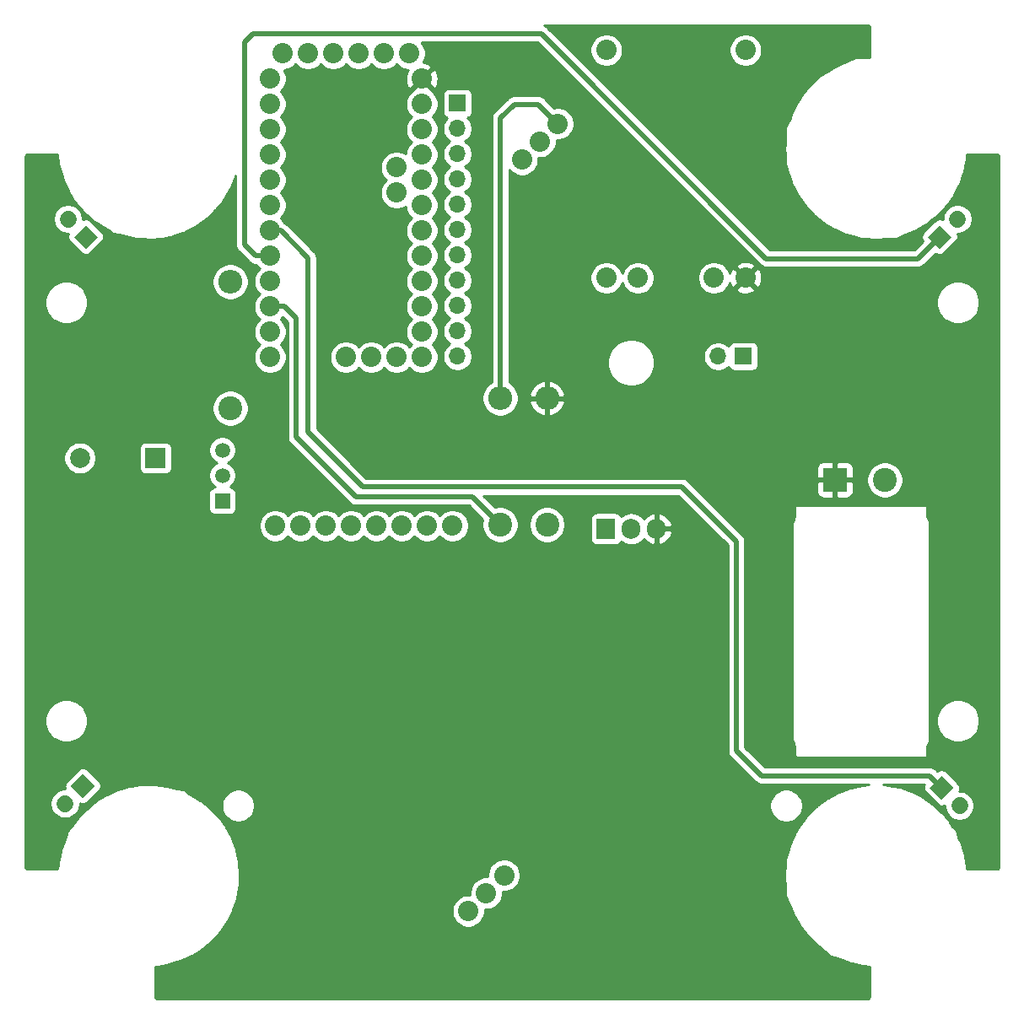
<source format=gbl>
G04 #@! TF.GenerationSoftware,KiCad,Pcbnew,5.1.5-52549c5~84~ubuntu18.04.1*
G04 #@! TF.CreationDate,2020-01-22T12:05:47-05:00*
G04 #@! TF.ProjectId,GeaiRareDit_PCB_Kicad5,47656169-5261-4726-9544-69745f504342,1.0*
G04 #@! TF.SameCoordinates,Original*
G04 #@! TF.FileFunction,Copper,L2,Bot*
G04 #@! TF.FilePolarity,Positive*
%FSLAX46Y46*%
G04 Gerber Fmt 4.6, Leading zero omitted, Abs format (unit mm)*
G04 Created by KiCad (PCBNEW 5.1.5-52549c5~84~ubuntu18.04.1) date 2020-01-22 12:05:47*
%MOMM*%
%LPD*%
G04 APERTURE LIST*
%ADD10C,2.032000*%
%ADD11R,1.700000X1.700000*%
%ADD12O,1.700000X1.700000*%
%ADD13R,1.905000X2.000000*%
%ADD14O,1.905000X2.000000*%
%ADD15C,1.500000*%
%ADD16R,1.500000X1.500000*%
%ADD17C,2.400000*%
%ADD18O,2.400000X2.400000*%
%ADD19C,0.100000*%
%ADD20C,1.700000*%
%ADD21R,2.000000X2.000000*%
%ADD22C,2.000000*%
%ADD23R,2.400000X2.400000*%
%ADD24C,0.500000*%
%ADD25C,0.254000*%
G04 APERTURE END LIST*
D10*
X151859501Y-66368411D03*
X153655552Y-64572360D03*
X155451604Y-62776308D03*
X146471347Y-141802562D03*
X148267399Y-140006511D03*
X150063450Y-138210460D03*
D11*
X145382500Y-60723000D03*
D12*
X145382500Y-63263000D03*
X145382500Y-65803000D03*
X145382500Y-68343000D03*
X145382500Y-70883000D03*
X145382500Y-73423000D03*
X145382500Y-75963000D03*
X145382500Y-78503000D03*
X145382500Y-81043000D03*
X145382500Y-83583000D03*
X145382500Y-86123000D03*
D13*
X160282500Y-103423000D03*
D14*
X162822500Y-103423000D03*
X165362500Y-103423000D03*
D15*
X121782500Y-98083000D03*
X121782500Y-95543000D03*
D16*
X121782500Y-100623000D03*
D10*
X127842500Y-55723000D03*
X130382500Y-55723000D03*
X132922500Y-55723000D03*
X135462500Y-55723000D03*
X138002500Y-55723000D03*
X140542500Y-55723000D03*
X126572500Y-58263000D03*
X126572500Y-60803000D03*
X126572500Y-63343000D03*
X126572500Y-65883000D03*
X126572500Y-68423000D03*
X126572500Y-70963000D03*
X126572500Y-73503000D03*
X126572500Y-76043000D03*
X126572500Y-78583000D03*
X126572500Y-81123000D03*
X126572500Y-83663000D03*
X126572500Y-86203000D03*
X141812500Y-58263000D03*
X141812500Y-60803000D03*
X141812500Y-63343000D03*
X141812500Y-65883000D03*
X141812500Y-68423000D03*
X141812500Y-70963000D03*
X141812500Y-73503000D03*
X141812500Y-76043000D03*
X141812500Y-78583000D03*
X141812500Y-81123000D03*
X141812500Y-83663000D03*
X141812500Y-86203000D03*
X139272500Y-67153000D03*
X139272500Y-69693000D03*
X139272500Y-86203000D03*
X136732500Y-86203000D03*
X134192500Y-86203000D03*
D17*
X122582500Y-91323000D03*
D18*
X122582500Y-78623000D03*
D10*
X127102500Y-103123000D03*
X129642500Y-103123000D03*
X132182500Y-103123000D03*
X134722500Y-103123000D03*
X137262500Y-103123000D03*
X139802500Y-103123000D03*
X142342500Y-103123000D03*
X144882500Y-103123000D03*
G04 #@! TA.AperFunction,ComponentPad*
D19*
G36*
X106580418Y-129223000D02*
G01*
X107782500Y-128020918D01*
X108984582Y-129223000D01*
X107782500Y-130425082D01*
X106580418Y-129223000D01*
G37*
G04 #@! TD.AperFunction*
D20*
X105986449Y-131019051D02*
X105986449Y-131019051D01*
G04 #@! TA.AperFunction,ComponentPad*
D19*
G36*
X194984582Y-74123000D02*
G01*
X193782500Y-75325082D01*
X192580418Y-74123000D01*
X193782500Y-72920918D01*
X194984582Y-74123000D01*
G37*
G04 #@! TD.AperFunction*
D20*
X195578551Y-72326949D02*
X195578551Y-72326949D01*
D11*
X174082500Y-86123000D03*
D12*
X171542500Y-86123000D03*
D18*
X154382500Y-90323000D03*
D17*
X154382500Y-103023000D03*
D20*
X106286449Y-72326949D02*
X106286449Y-72326949D01*
G04 #@! TA.AperFunction,ComponentPad*
D19*
G36*
X108082500Y-72920918D02*
G01*
X109284582Y-74123000D01*
X108082500Y-75325082D01*
X106880418Y-74123000D01*
X108082500Y-72920918D01*
G37*
G04 #@! TD.AperFunction*
D17*
X149682500Y-103023000D03*
D18*
X149682500Y-90323000D03*
D20*
X195782500Y-131223000D02*
X195782500Y-131223000D01*
G04 #@! TA.AperFunction,ComponentPad*
D19*
G36*
X193986449Y-130629031D02*
G01*
X192784367Y-129426949D01*
X193986449Y-128224867D01*
X195188531Y-129426949D01*
X193986449Y-130629031D01*
G37*
G04 #@! TD.AperFunction*
D21*
X115082500Y-96323000D03*
D22*
X107482500Y-96323000D03*
D23*
X183282500Y-98523000D03*
D17*
X188282500Y-98523000D03*
D10*
X171122500Y-78243000D03*
X163502500Y-78243000D03*
X174297500Y-78243000D03*
X160327500Y-78243000D03*
X160327500Y-55383000D03*
X174297500Y-55383000D03*
D24*
X128009340Y-81123000D02*
X129182500Y-82296160D01*
X126572500Y-81123000D02*
X128009340Y-81123000D01*
X129182500Y-82296160D02*
X129182500Y-94223000D01*
X129182500Y-94223000D02*
X135182500Y-100223000D01*
X146882500Y-100223000D02*
X149682500Y-103023000D01*
X135182500Y-100223000D02*
X146882500Y-100223000D01*
X125135660Y-76043000D02*
X125115660Y-76023000D01*
X126572500Y-76043000D02*
X125135660Y-76043000D01*
X125115660Y-76023000D02*
X125082500Y-76023000D01*
X125082500Y-76023000D02*
X123982500Y-74923000D01*
X123982500Y-74923000D02*
X123982500Y-54623000D01*
X123982500Y-54623000D02*
X124882500Y-53723000D01*
X124882500Y-53723000D02*
X153782500Y-53723000D01*
X153782500Y-53723000D02*
X176382500Y-76323000D01*
X191582500Y-76323000D02*
X193782500Y-74123000D01*
X176382500Y-76323000D02*
X191582500Y-76323000D01*
X153498296Y-60823000D02*
X155451604Y-62776308D01*
X151082500Y-60823000D02*
X153498296Y-60823000D01*
X149682500Y-90323000D02*
X149682500Y-62223000D01*
X149682500Y-62223000D02*
X151082500Y-60823000D01*
X175882500Y-128223000D02*
X192782500Y-128223000D01*
X173382500Y-125723000D02*
X175882500Y-128223000D01*
X173382500Y-104723000D02*
X173382500Y-125723000D01*
X127662500Y-73503000D02*
X130382500Y-76223000D01*
X192782500Y-128223000D02*
X193986449Y-129426949D01*
X126572500Y-73503000D02*
X127662500Y-73503000D01*
X135882500Y-99223000D02*
X167882500Y-99223000D01*
X130382500Y-93723000D02*
X135882500Y-99223000D01*
X167882500Y-99223000D02*
X173382500Y-104723000D01*
X130382500Y-76223000D02*
X130382500Y-93723000D01*
D25*
G36*
X105252890Y-65961900D02*
G01*
X105256491Y-65994523D01*
X105258895Y-66027257D01*
X105259905Y-66034094D01*
X105434802Y-67177050D01*
X105443841Y-67217488D01*
X105452459Y-67258031D01*
X105454387Y-67264668D01*
X105782782Y-68373312D01*
X105797228Y-68412157D01*
X105811266Y-68451148D01*
X105814071Y-68457447D01*
X105814076Y-68457461D01*
X105814082Y-68457473D01*
X106289895Y-69511282D01*
X106309473Y-69547795D01*
X106328679Y-69584532D01*
X106332314Y-69590393D01*
X106332320Y-69590405D01*
X106332327Y-69590415D01*
X106946756Y-70569898D01*
X106971074Y-70603369D01*
X106995121Y-70637207D01*
X106999527Y-70642532D01*
X107741209Y-71529573D01*
X107769860Y-71559450D01*
X107798263Y-71589696D01*
X107803350Y-71594374D01*
X108658556Y-72372551D01*
X108691069Y-72398320D01*
X108723241Y-72424373D01*
X108728906Y-72428310D01*
X108728916Y-72428318D01*
X108728926Y-72428324D01*
X109681820Y-73083230D01*
X109717436Y-73104293D01*
X109752939Y-73125795D01*
X109759097Y-73128932D01*
X110350831Y-73426543D01*
X110798870Y-73818577D01*
X110819123Y-73833056D01*
X110841812Y-73843306D01*
X110861621Y-73848272D01*
X111826517Y-74009088D01*
X111968752Y-74057786D01*
X112008775Y-74068510D01*
X112048699Y-74079657D01*
X112055466Y-74081021D01*
X112055472Y-74081023D01*
X112055478Y-74081024D01*
X113190103Y-74303628D01*
X113231217Y-74308822D01*
X113272278Y-74314447D01*
X113279174Y-74314881D01*
X113279176Y-74314881D01*
X113882098Y-74349645D01*
X113886462Y-74349938D01*
X113886725Y-74349912D01*
X114433517Y-74381440D01*
X114474966Y-74381006D01*
X114516400Y-74381006D01*
X114523277Y-74380500D01*
X114523292Y-74380500D01*
X114523305Y-74380498D01*
X115675989Y-74289780D01*
X115716982Y-74283727D01*
X115758046Y-74278102D01*
X115764793Y-74276668D01*
X115764805Y-74276666D01*
X115764816Y-74276663D01*
X116894524Y-74030346D01*
X116934354Y-74018775D01*
X116974237Y-74007639D01*
X116980725Y-74005303D01*
X116980739Y-74005299D01*
X116980752Y-74005293D01*
X118066577Y-73607938D01*
X118104422Y-73591089D01*
X118142470Y-73574624D01*
X118148575Y-73571431D01*
X118148595Y-73571422D01*
X118148612Y-73571412D01*
X119170458Y-73030373D01*
X119205673Y-73008539D01*
X119241128Y-72987067D01*
X119246750Y-72983071D01*
X119246761Y-72983064D01*
X119246770Y-72983056D01*
X120185741Y-72308338D01*
X120217675Y-72281920D01*
X120249880Y-72255841D01*
X120254909Y-72251118D01*
X120254918Y-72251111D01*
X120254925Y-72251103D01*
X121093639Y-71455193D01*
X121121682Y-71424697D01*
X121150060Y-71394477D01*
X121154409Y-71389106D01*
X121877352Y-70486725D01*
X121900985Y-70452723D01*
X121925011Y-70418914D01*
X121928586Y-70413010D01*
X121928591Y-70413003D01*
X121928594Y-70412996D01*
X122522378Y-69420856D01*
X122541196Y-69383925D01*
X122560393Y-69347204D01*
X122563131Y-69340875D01*
X122563138Y-69340862D01*
X122563142Y-69340849D01*
X123016781Y-68277309D01*
X123030406Y-68238184D01*
X123044449Y-68199179D01*
X123046307Y-68192522D01*
X123097500Y-68005391D01*
X123097500Y-74879531D01*
X123093219Y-74923000D01*
X123097500Y-74966469D01*
X123097500Y-74966476D01*
X123110305Y-75096489D01*
X123160911Y-75263312D01*
X123243089Y-75417058D01*
X123353683Y-75551817D01*
X123387456Y-75579534D01*
X124425970Y-76618049D01*
X124453683Y-76651817D01*
X124487451Y-76679530D01*
X124487453Y-76679532D01*
X124511823Y-76699532D01*
X124588441Y-76762411D01*
X124742187Y-76844589D01*
X124778588Y-76855631D01*
X124795347Y-76864589D01*
X124962170Y-76915195D01*
X125092183Y-76928000D01*
X125092193Y-76928000D01*
X125135659Y-76932281D01*
X125178255Y-76928086D01*
X125290085Y-77095451D01*
X125507634Y-77313000D01*
X125290085Y-77530549D01*
X125109403Y-77800958D01*
X124984947Y-78101421D01*
X124921500Y-78420391D01*
X124921500Y-78745609D01*
X124984947Y-79064579D01*
X125109403Y-79365042D01*
X125290085Y-79635451D01*
X125507634Y-79853000D01*
X125290085Y-80070549D01*
X125109403Y-80340958D01*
X124984947Y-80641421D01*
X124921500Y-80960391D01*
X124921500Y-81285609D01*
X124984947Y-81604579D01*
X125109403Y-81905042D01*
X125290085Y-82175451D01*
X125507634Y-82393000D01*
X125290085Y-82610549D01*
X125109403Y-82880958D01*
X124984947Y-83181421D01*
X124921500Y-83500391D01*
X124921500Y-83825609D01*
X124984947Y-84144579D01*
X125109403Y-84445042D01*
X125290085Y-84715451D01*
X125507634Y-84933000D01*
X125290085Y-85150549D01*
X125109403Y-85420958D01*
X124984947Y-85721421D01*
X124921500Y-86040391D01*
X124921500Y-86365609D01*
X124984947Y-86684579D01*
X125109403Y-86985042D01*
X125290085Y-87255451D01*
X125520049Y-87485415D01*
X125790458Y-87666097D01*
X126090921Y-87790553D01*
X126409891Y-87854000D01*
X126735109Y-87854000D01*
X127054079Y-87790553D01*
X127354542Y-87666097D01*
X127624951Y-87485415D01*
X127854915Y-87255451D01*
X128035597Y-86985042D01*
X128160053Y-86684579D01*
X128223500Y-86365609D01*
X128223500Y-86040391D01*
X128160053Y-85721421D01*
X128035597Y-85420958D01*
X127854915Y-85150549D01*
X127637366Y-84933000D01*
X127854915Y-84715451D01*
X128035597Y-84445042D01*
X128160053Y-84144579D01*
X128223500Y-83825609D01*
X128223500Y-83500391D01*
X128160053Y-83181421D01*
X128035597Y-82880958D01*
X127854915Y-82610549D01*
X127637366Y-82393000D01*
X127832564Y-82197802D01*
X128297500Y-82662739D01*
X128297501Y-94179521D01*
X128293219Y-94223000D01*
X128310305Y-94396490D01*
X128360912Y-94563313D01*
X128443090Y-94717059D01*
X128525968Y-94818046D01*
X128525971Y-94818049D01*
X128553684Y-94851817D01*
X128587452Y-94879530D01*
X134525970Y-100818049D01*
X134553683Y-100851817D01*
X134587451Y-100879530D01*
X134587453Y-100879532D01*
X134658952Y-100938210D01*
X134688441Y-100962411D01*
X134842187Y-101044589D01*
X135009010Y-101095195D01*
X135139023Y-101108000D01*
X135139033Y-101108000D01*
X135182499Y-101112281D01*
X135225965Y-101108000D01*
X146515922Y-101108000D01*
X147914310Y-102506389D01*
X147847500Y-102842268D01*
X147847500Y-103203732D01*
X147918018Y-103558250D01*
X148056344Y-103892199D01*
X148257162Y-104192744D01*
X148512756Y-104448338D01*
X148813301Y-104649156D01*
X149147250Y-104787482D01*
X149501768Y-104858000D01*
X149863232Y-104858000D01*
X150217750Y-104787482D01*
X150551699Y-104649156D01*
X150852244Y-104448338D01*
X151107838Y-104192744D01*
X151308656Y-103892199D01*
X151446982Y-103558250D01*
X151517500Y-103203732D01*
X151517500Y-102842268D01*
X152547500Y-102842268D01*
X152547500Y-103203732D01*
X152618018Y-103558250D01*
X152756344Y-103892199D01*
X152957162Y-104192744D01*
X153212756Y-104448338D01*
X153513301Y-104649156D01*
X153847250Y-104787482D01*
X154201768Y-104858000D01*
X154563232Y-104858000D01*
X154917750Y-104787482D01*
X155251699Y-104649156D01*
X155552244Y-104448338D01*
X155807838Y-104192744D01*
X156008656Y-103892199D01*
X156146982Y-103558250D01*
X156217500Y-103203732D01*
X156217500Y-102842268D01*
X156146982Y-102487750D01*
X156120162Y-102423000D01*
X158691928Y-102423000D01*
X158691928Y-104423000D01*
X158704188Y-104547482D01*
X158740498Y-104667180D01*
X158799463Y-104777494D01*
X158878815Y-104874185D01*
X158975506Y-104953537D01*
X159085820Y-105012502D01*
X159205518Y-105048812D01*
X159330000Y-105061072D01*
X161235000Y-105061072D01*
X161359482Y-105048812D01*
X161479180Y-105012502D01*
X161589494Y-104953537D01*
X161686185Y-104874185D01*
X161765537Y-104777494D01*
X161810405Y-104693553D01*
X161936266Y-104796845D01*
X162212052Y-104944255D01*
X162511297Y-105035030D01*
X162822500Y-105065681D01*
X163133704Y-105035030D01*
X163432949Y-104944255D01*
X163708735Y-104796845D01*
X163950463Y-104598463D01*
X164097662Y-104419100D01*
X164253063Y-104604315D01*
X164495577Y-104798969D01*
X164771406Y-104942571D01*
X164989520Y-105013563D01*
X165235500Y-104893594D01*
X165235500Y-103550000D01*
X165489500Y-103550000D01*
X165489500Y-104893594D01*
X165735480Y-105013563D01*
X165953594Y-104942571D01*
X166229423Y-104798969D01*
X166471937Y-104604315D01*
X166671816Y-104366089D01*
X166821379Y-104093446D01*
X166914878Y-103796863D01*
X166788070Y-103550000D01*
X165489500Y-103550000D01*
X165235500Y-103550000D01*
X165215500Y-103550000D01*
X165215500Y-103296000D01*
X165235500Y-103296000D01*
X165235500Y-101952406D01*
X165489500Y-101952406D01*
X165489500Y-103296000D01*
X166788070Y-103296000D01*
X166914878Y-103049137D01*
X166821379Y-102752554D01*
X166671816Y-102479911D01*
X166471937Y-102241685D01*
X166229423Y-102047031D01*
X165953594Y-101903429D01*
X165735480Y-101832437D01*
X165489500Y-101952406D01*
X165235500Y-101952406D01*
X164989520Y-101832437D01*
X164771406Y-101903429D01*
X164495577Y-102047031D01*
X164253063Y-102241685D01*
X164097663Y-102426899D01*
X163950463Y-102247537D01*
X163708734Y-102049155D01*
X163432948Y-101901745D01*
X163133703Y-101810970D01*
X162822500Y-101780319D01*
X162511296Y-101810970D01*
X162212051Y-101901745D01*
X161936265Y-102049155D01*
X161810405Y-102152446D01*
X161765537Y-102068506D01*
X161686185Y-101971815D01*
X161589494Y-101892463D01*
X161479180Y-101833498D01*
X161359482Y-101797188D01*
X161235000Y-101784928D01*
X159330000Y-101784928D01*
X159205518Y-101797188D01*
X159085820Y-101833498D01*
X158975506Y-101892463D01*
X158878815Y-101971815D01*
X158799463Y-102068506D01*
X158740498Y-102178820D01*
X158704188Y-102298518D01*
X158691928Y-102423000D01*
X156120162Y-102423000D01*
X156008656Y-102153801D01*
X155807838Y-101853256D01*
X155552244Y-101597662D01*
X155251699Y-101396844D01*
X154917750Y-101258518D01*
X154563232Y-101188000D01*
X154201768Y-101188000D01*
X153847250Y-101258518D01*
X153513301Y-101396844D01*
X153212756Y-101597662D01*
X152957162Y-101853256D01*
X152756344Y-102153801D01*
X152618018Y-102487750D01*
X152547500Y-102842268D01*
X151517500Y-102842268D01*
X151446982Y-102487750D01*
X151308656Y-102153801D01*
X151107838Y-101853256D01*
X150852244Y-101597662D01*
X150551699Y-101396844D01*
X150217750Y-101258518D01*
X149863232Y-101188000D01*
X149501768Y-101188000D01*
X149165889Y-101254810D01*
X148019078Y-100108000D01*
X167515922Y-100108000D01*
X172497500Y-105089579D01*
X172497501Y-125679521D01*
X172493219Y-125723000D01*
X172510305Y-125896490D01*
X172560912Y-126063313D01*
X172643090Y-126217059D01*
X172725968Y-126318046D01*
X172725971Y-126318049D01*
X172753684Y-126351817D01*
X172787451Y-126379529D01*
X175225970Y-128818049D01*
X175253683Y-128851817D01*
X175287451Y-128879530D01*
X175287453Y-128879532D01*
X175388441Y-128962411D01*
X175542187Y-129044589D01*
X175709010Y-129095195D01*
X175839023Y-129108000D01*
X175839031Y-129108000D01*
X175882500Y-129112281D01*
X175925969Y-129108000D01*
X186701705Y-129108000D01*
X186089011Y-129156220D01*
X186048024Y-129162272D01*
X186006953Y-129167898D01*
X186000206Y-129169332D01*
X186000194Y-129169334D01*
X186000183Y-129169337D01*
X184870476Y-129415654D01*
X184830623Y-129427232D01*
X184790763Y-129438361D01*
X184784280Y-129440695D01*
X184784260Y-129440701D01*
X184784243Y-129440709D01*
X183698424Y-129838062D01*
X183660597Y-129854903D01*
X183622530Y-129871376D01*
X183616412Y-129874575D01*
X183616405Y-129874578D01*
X183616399Y-129874582D01*
X182594543Y-130415627D01*
X182559350Y-130437447D01*
X182523872Y-130458933D01*
X182518250Y-130462929D01*
X182518239Y-130462936D01*
X182518230Y-130462944D01*
X181579259Y-131137662D01*
X181547325Y-131164080D01*
X181515120Y-131190159D01*
X181510091Y-131194882D01*
X181510082Y-131194889D01*
X181510075Y-131194897D01*
X180671361Y-131990807D01*
X180643318Y-132021303D01*
X180614940Y-132051523D01*
X180610591Y-132056894D01*
X179887648Y-132959275D01*
X179864015Y-132993277D01*
X179839989Y-133027086D01*
X179836414Y-133032990D01*
X179836409Y-133032997D01*
X179836406Y-133033004D01*
X179242622Y-134025144D01*
X179223822Y-134062041D01*
X179204607Y-134098796D01*
X179201863Y-134105139D01*
X178748219Y-135168691D01*
X178734578Y-135207862D01*
X178720552Y-135246821D01*
X178718693Y-135253478D01*
X178413587Y-136368757D01*
X178410854Y-136382312D01*
X178268908Y-136666204D01*
X178260010Y-136689456D01*
X178255500Y-136723000D01*
X178255500Y-137522763D01*
X178244919Y-137603134D01*
X178242317Y-137644498D01*
X178239282Y-137685826D01*
X178239282Y-137692737D01*
X178245336Y-138848981D01*
X178248371Y-138890312D01*
X178250973Y-138931672D01*
X178251911Y-138938520D01*
X178255500Y-138963738D01*
X178255500Y-140223000D01*
X178257940Y-140247776D01*
X178268908Y-140279796D01*
X178723401Y-141188782D01*
X178750264Y-141283085D01*
X178764299Y-141322069D01*
X178777931Y-141361215D01*
X178780672Y-141367549D01*
X178780675Y-141367557D01*
X178780676Y-141367558D01*
X179245433Y-142426302D01*
X179264628Y-142463020D01*
X179283447Y-142499953D01*
X179287027Y-142505865D01*
X179891171Y-143491739D01*
X179915180Y-143525523D01*
X179938830Y-143559551D01*
X179943180Y-143564922D01*
X180675533Y-144459682D01*
X180703907Y-144489897D01*
X180731953Y-144520397D01*
X180736983Y-144525121D01*
X180736991Y-144525129D01*
X180736999Y-144525136D01*
X181584001Y-145312219D01*
X181616196Y-145338290D01*
X181648140Y-145364717D01*
X181653768Y-145368716D01*
X181653772Y-145368719D01*
X181653774Y-145368720D01*
X182309385Y-145829491D01*
X182792697Y-146312803D01*
X182811943Y-146328597D01*
X182833899Y-146340333D01*
X182851698Y-146346208D01*
X183511995Y-146511282D01*
X183704034Y-146610401D01*
X183742111Y-146626879D01*
X183779928Y-146643716D01*
X183786416Y-146646052D01*
X183786430Y-146646058D01*
X183786443Y-146646062D01*
X184876369Y-147032025D01*
X184916293Y-147043172D01*
X184956082Y-147054732D01*
X184962838Y-147056168D01*
X184962841Y-147056169D01*
X184962844Y-147056169D01*
X186095078Y-147290644D01*
X186136136Y-147296268D01*
X186177136Y-147302323D01*
X186184028Y-147302829D01*
X186722500Y-147339538D01*
X186722501Y-150449618D01*
X186609120Y-150563000D01*
X115155881Y-150563000D01*
X115042500Y-150449620D01*
X115042500Y-147355917D01*
X115121400Y-147352610D01*
X115145045Y-147350000D01*
X115382500Y-147350000D01*
X115407276Y-147347560D01*
X115422661Y-147343483D01*
X115605346Y-147282588D01*
X116336550Y-147170698D01*
X116376988Y-147161659D01*
X116417531Y-147153041D01*
X116424168Y-147151113D01*
X117532812Y-146822718D01*
X117571657Y-146808272D01*
X117610648Y-146794234D01*
X117616947Y-146791429D01*
X117616961Y-146791424D01*
X117616973Y-146791418D01*
X118670782Y-146315605D01*
X118707295Y-146296027D01*
X118744032Y-146276821D01*
X118749893Y-146273186D01*
X118749905Y-146273180D01*
X118749915Y-146273173D01*
X119729398Y-145658744D01*
X119762869Y-145634426D01*
X119796707Y-145610379D01*
X119802032Y-145605973D01*
X120689073Y-144864291D01*
X120718950Y-144835640D01*
X120749196Y-144807237D01*
X120753874Y-144802150D01*
X121532051Y-143946944D01*
X121557820Y-143914431D01*
X121583873Y-143882259D01*
X121587810Y-143876594D01*
X121587818Y-143876584D01*
X121587824Y-143876574D01*
X122242730Y-142923680D01*
X122263793Y-142888064D01*
X122285295Y-142852561D01*
X122288432Y-142846403D01*
X122807962Y-141813432D01*
X122824026Y-141775218D01*
X122840481Y-141737194D01*
X122842748Y-141730682D01*
X122842754Y-141730668D01*
X122842758Y-141730655D01*
X122873812Y-141639953D01*
X144820347Y-141639953D01*
X144820347Y-141965171D01*
X144883794Y-142284141D01*
X145008250Y-142584604D01*
X145188932Y-142855013D01*
X145418896Y-143084977D01*
X145689305Y-143265659D01*
X145989768Y-143390115D01*
X146308738Y-143453562D01*
X146633956Y-143453562D01*
X146952926Y-143390115D01*
X147253389Y-143265659D01*
X147523798Y-143084977D01*
X147753762Y-142855013D01*
X147934444Y-142584604D01*
X148058900Y-142284141D01*
X148122347Y-141965171D01*
X148122347Y-141657511D01*
X148430008Y-141657511D01*
X148748978Y-141594064D01*
X149049441Y-141469608D01*
X149319850Y-141288926D01*
X149549814Y-141058962D01*
X149730496Y-140788553D01*
X149854952Y-140488090D01*
X149918399Y-140169120D01*
X149918399Y-139861460D01*
X150226059Y-139861460D01*
X150545029Y-139798013D01*
X150845492Y-139673557D01*
X151115901Y-139492875D01*
X151345865Y-139262911D01*
X151526547Y-138992502D01*
X151651003Y-138692039D01*
X151714450Y-138373069D01*
X151714450Y-138047851D01*
X151651003Y-137728881D01*
X151526547Y-137428418D01*
X151345865Y-137158009D01*
X151115901Y-136928045D01*
X150845492Y-136747363D01*
X150545029Y-136622907D01*
X150226059Y-136559460D01*
X149900841Y-136559460D01*
X149581871Y-136622907D01*
X149281408Y-136747363D01*
X149010999Y-136928045D01*
X148781035Y-137158009D01*
X148600353Y-137428418D01*
X148475897Y-137728881D01*
X148412450Y-138047851D01*
X148412450Y-138355511D01*
X148104790Y-138355511D01*
X147785820Y-138418958D01*
X147485357Y-138543414D01*
X147214948Y-138724096D01*
X146984984Y-138954060D01*
X146804302Y-139224469D01*
X146679846Y-139524932D01*
X146616399Y-139843902D01*
X146616399Y-140151562D01*
X146308738Y-140151562D01*
X145989768Y-140215009D01*
X145689305Y-140339465D01*
X145418896Y-140520147D01*
X145188932Y-140750111D01*
X145008250Y-141020520D01*
X144883794Y-141320983D01*
X144820347Y-141639953D01*
X122873812Y-141639953D01*
X123217286Y-140636748D01*
X123228010Y-140596725D01*
X123239157Y-140556801D01*
X123240523Y-140550026D01*
X123463128Y-139415397D01*
X123468322Y-139374283D01*
X123473947Y-139333222D01*
X123474381Y-139326324D01*
X123540940Y-138171983D01*
X123540506Y-138130534D01*
X123540506Y-138089099D01*
X123540000Y-138082223D01*
X123540000Y-138082208D01*
X123539998Y-138082195D01*
X123449280Y-136929511D01*
X123443228Y-136888524D01*
X123437602Y-136847453D01*
X123436168Y-136840706D01*
X123436166Y-136840694D01*
X123436163Y-136840683D01*
X123189846Y-135710976D01*
X123178268Y-135671123D01*
X123167139Y-135631263D01*
X123164805Y-135624780D01*
X123164799Y-135624760D01*
X123164791Y-135624743D01*
X122767438Y-134538924D01*
X122750597Y-134501097D01*
X122734124Y-134463030D01*
X122730922Y-134456906D01*
X122730922Y-134456905D01*
X122730918Y-134456899D01*
X122189873Y-133435043D01*
X122168053Y-133399850D01*
X122146567Y-133364372D01*
X122142571Y-133358750D01*
X122142564Y-133358739D01*
X122142556Y-133358730D01*
X121467838Y-132419759D01*
X121441420Y-132387825D01*
X121415341Y-132355620D01*
X121410618Y-132350591D01*
X121410611Y-132350582D01*
X121410603Y-132350575D01*
X120614693Y-131511861D01*
X120584197Y-131483818D01*
X120553977Y-131455440D01*
X120548606Y-131451091D01*
X120058362Y-131058331D01*
X121710590Y-131058331D01*
X121710590Y-131387669D01*
X121774840Y-131710678D01*
X121900872Y-132014947D01*
X122083842Y-132288781D01*
X122316719Y-132521658D01*
X122590553Y-132704628D01*
X122894822Y-132830660D01*
X123217831Y-132894910D01*
X123547169Y-132894910D01*
X123870178Y-132830660D01*
X124174447Y-132704628D01*
X124448281Y-132521658D01*
X124681158Y-132288781D01*
X124864128Y-132014947D01*
X124990160Y-131710678D01*
X125054410Y-131387669D01*
X125054410Y-131058331D01*
X176710590Y-131058331D01*
X176710590Y-131387669D01*
X176774840Y-131710678D01*
X176900872Y-132014947D01*
X177083842Y-132288781D01*
X177316719Y-132521658D01*
X177590553Y-132704628D01*
X177894822Y-132830660D01*
X178217831Y-132894910D01*
X178547169Y-132894910D01*
X178870178Y-132830660D01*
X179174447Y-132704628D01*
X179448281Y-132521658D01*
X179681158Y-132288781D01*
X179864128Y-132014947D01*
X179990160Y-131710678D01*
X180054410Y-131387669D01*
X180054410Y-131058331D01*
X179990160Y-130735322D01*
X179864128Y-130431053D01*
X179681158Y-130157219D01*
X179448281Y-129924342D01*
X179174447Y-129741372D01*
X178870178Y-129615340D01*
X178547169Y-129551090D01*
X178217831Y-129551090D01*
X177894822Y-129615340D01*
X177590553Y-129741372D01*
X177316719Y-129924342D01*
X177083842Y-130157219D01*
X176900872Y-130431053D01*
X176774840Y-130735322D01*
X176710590Y-131058331D01*
X125054410Y-131058331D01*
X124990160Y-130735322D01*
X124864128Y-130431053D01*
X124681158Y-130157219D01*
X124448281Y-129924342D01*
X124174447Y-129741372D01*
X123870178Y-129615340D01*
X123547169Y-129551090D01*
X123217831Y-129551090D01*
X122894822Y-129615340D01*
X122590553Y-129741372D01*
X122316719Y-129924342D01*
X122083842Y-130157219D01*
X121900872Y-130431053D01*
X121774840Y-130735322D01*
X121710590Y-131058331D01*
X120058362Y-131058331D01*
X119646225Y-130728148D01*
X119612223Y-130704515D01*
X119578414Y-130680489D01*
X119572510Y-130676914D01*
X119572503Y-130676909D01*
X119572496Y-130676906D01*
X118580356Y-130083122D01*
X118543459Y-130064322D01*
X118506704Y-130045107D01*
X118500368Y-130042366D01*
X118500362Y-130042363D01*
X118500357Y-130042361D01*
X118426110Y-130010692D01*
X117963803Y-129625436D01*
X117943207Y-129611449D01*
X117920278Y-129601749D01*
X117896525Y-129596777D01*
X117210963Y-129520603D01*
X116236743Y-129254087D01*
X116196134Y-129245899D01*
X116155581Y-129237279D01*
X116148737Y-129236341D01*
X116148733Y-129236341D01*
X115002366Y-129085419D01*
X114961006Y-129082817D01*
X114919675Y-129079782D01*
X114912763Y-129079782D01*
X113756519Y-129085836D01*
X113715194Y-129088871D01*
X113673827Y-129091473D01*
X113666980Y-129092411D01*
X113531178Y-129111738D01*
X113396525Y-129096777D01*
X113371630Y-129096466D01*
X113337907Y-129104086D01*
X113186802Y-129160750D01*
X112522256Y-129255329D01*
X112481695Y-129263950D01*
X112441094Y-129272137D01*
X112434453Y-129273992D01*
X112434438Y-129273995D01*
X112434425Y-129274000D01*
X111322415Y-129590764D01*
X111283447Y-129604793D01*
X111244284Y-129618431D01*
X111237951Y-129621172D01*
X111237943Y-129621175D01*
X111237936Y-129621178D01*
X110179198Y-130085933D01*
X110142501Y-130105118D01*
X110105546Y-130123947D01*
X110099635Y-130127527D01*
X109113761Y-130731671D01*
X109079953Y-130755697D01*
X109045950Y-130779330D01*
X109040579Y-130783679D01*
X108145818Y-131516033D01*
X108115626Y-131544385D01*
X108085102Y-131572453D01*
X108080372Y-131577491D01*
X107293281Y-132424501D01*
X107267205Y-132456701D01*
X107240783Y-132488640D01*
X107236786Y-132494266D01*
X107236780Y-132494273D01*
X107236776Y-132494280D01*
X106776009Y-133149885D01*
X106292697Y-133633197D01*
X106276903Y-133652443D01*
X106265167Y-133674399D01*
X106259292Y-133692198D01*
X106094218Y-134352494D01*
X105995099Y-134544534D01*
X105978656Y-134582531D01*
X105961783Y-134620428D01*
X105959450Y-134626911D01*
X105959442Y-134626930D01*
X105959437Y-134626948D01*
X105573475Y-135716869D01*
X105562331Y-135756781D01*
X105550768Y-135796582D01*
X105549331Y-135803342D01*
X105314856Y-136935578D01*
X105309233Y-136976628D01*
X105303177Y-137017635D01*
X105302671Y-137024528D01*
X105265962Y-137563000D01*
X102155881Y-137563000D01*
X102042500Y-137449620D01*
X102042500Y-130872791D01*
X104501449Y-130872791D01*
X104501449Y-131165311D01*
X104558517Y-131452209D01*
X104670459Y-131722462D01*
X104832974Y-131965683D01*
X105039817Y-132172526D01*
X105283038Y-132335041D01*
X105553291Y-132446983D01*
X105840189Y-132504051D01*
X106132709Y-132504051D01*
X106419607Y-132446983D01*
X106689860Y-132335041D01*
X106933081Y-132172526D01*
X107139924Y-131965683D01*
X107302439Y-131722462D01*
X107414381Y-131452209D01*
X107471449Y-131165311D01*
X107471449Y-130978840D01*
X107538320Y-131014584D01*
X107658018Y-131050894D01*
X107782500Y-131063154D01*
X107906982Y-131050894D01*
X108026680Y-131014584D01*
X108136994Y-130955619D01*
X108233685Y-130876267D01*
X109435767Y-129674185D01*
X109515119Y-129577494D01*
X109574084Y-129467180D01*
X109610394Y-129347482D01*
X109622654Y-129223000D01*
X109610394Y-129098518D01*
X109574084Y-128978820D01*
X109515119Y-128868506D01*
X109435767Y-128771815D01*
X108233685Y-127569733D01*
X108136994Y-127490381D01*
X108026680Y-127431416D01*
X107906982Y-127395106D01*
X107782500Y-127382846D01*
X107658018Y-127395106D01*
X107538320Y-127431416D01*
X107428006Y-127490381D01*
X107331315Y-127569733D01*
X106129233Y-128771815D01*
X106049881Y-128868506D01*
X105990916Y-128978820D01*
X105954606Y-129098518D01*
X105942346Y-129223000D01*
X105954606Y-129347482D01*
X105990916Y-129467180D01*
X106026660Y-129534051D01*
X105840189Y-129534051D01*
X105553291Y-129591119D01*
X105283038Y-129703061D01*
X105039817Y-129865576D01*
X104832974Y-130072419D01*
X104670459Y-130315640D01*
X104558517Y-130585893D01*
X104501449Y-130872791D01*
X102042500Y-130872791D01*
X102042500Y-122509323D01*
X103962997Y-122509323D01*
X103962997Y-122936677D01*
X104046370Y-123355821D01*
X104209912Y-123750645D01*
X104447337Y-124105977D01*
X104749523Y-124408163D01*
X105104855Y-124645588D01*
X105499679Y-124809130D01*
X105918823Y-124892503D01*
X106346177Y-124892503D01*
X106765321Y-124809130D01*
X107160145Y-124645588D01*
X107515477Y-124408163D01*
X107817663Y-124105977D01*
X108055088Y-123750645D01*
X108218630Y-123355821D01*
X108302003Y-122936677D01*
X108302003Y-122509323D01*
X108218630Y-122090179D01*
X108055088Y-121695355D01*
X107817663Y-121340023D01*
X107515477Y-121037837D01*
X107160145Y-120800412D01*
X106765321Y-120636870D01*
X106346177Y-120553497D01*
X105918823Y-120553497D01*
X105499679Y-120636870D01*
X105104855Y-120800412D01*
X104749523Y-121037837D01*
X104447337Y-121340023D01*
X104209912Y-121695355D01*
X104046370Y-122090179D01*
X103962997Y-122509323D01*
X102042500Y-122509323D01*
X102042500Y-102960391D01*
X125451500Y-102960391D01*
X125451500Y-103285609D01*
X125514947Y-103604579D01*
X125639403Y-103905042D01*
X125820085Y-104175451D01*
X126050049Y-104405415D01*
X126320458Y-104586097D01*
X126620921Y-104710553D01*
X126939891Y-104774000D01*
X127265109Y-104774000D01*
X127584079Y-104710553D01*
X127884542Y-104586097D01*
X128154951Y-104405415D01*
X128372500Y-104187866D01*
X128590049Y-104405415D01*
X128860458Y-104586097D01*
X129160921Y-104710553D01*
X129479891Y-104774000D01*
X129805109Y-104774000D01*
X130124079Y-104710553D01*
X130424542Y-104586097D01*
X130694951Y-104405415D01*
X130912500Y-104187866D01*
X131130049Y-104405415D01*
X131400458Y-104586097D01*
X131700921Y-104710553D01*
X132019891Y-104774000D01*
X132345109Y-104774000D01*
X132664079Y-104710553D01*
X132964542Y-104586097D01*
X133234951Y-104405415D01*
X133452500Y-104187866D01*
X133670049Y-104405415D01*
X133940458Y-104586097D01*
X134240921Y-104710553D01*
X134559891Y-104774000D01*
X134885109Y-104774000D01*
X135204079Y-104710553D01*
X135504542Y-104586097D01*
X135774951Y-104405415D01*
X135992500Y-104187866D01*
X136210049Y-104405415D01*
X136480458Y-104586097D01*
X136780921Y-104710553D01*
X137099891Y-104774000D01*
X137425109Y-104774000D01*
X137744079Y-104710553D01*
X138044542Y-104586097D01*
X138314951Y-104405415D01*
X138532500Y-104187866D01*
X138750049Y-104405415D01*
X139020458Y-104586097D01*
X139320921Y-104710553D01*
X139639891Y-104774000D01*
X139965109Y-104774000D01*
X140284079Y-104710553D01*
X140584542Y-104586097D01*
X140854951Y-104405415D01*
X141072500Y-104187866D01*
X141290049Y-104405415D01*
X141560458Y-104586097D01*
X141860921Y-104710553D01*
X142179891Y-104774000D01*
X142505109Y-104774000D01*
X142824079Y-104710553D01*
X143124542Y-104586097D01*
X143394951Y-104405415D01*
X143612500Y-104187866D01*
X143830049Y-104405415D01*
X144100458Y-104586097D01*
X144400921Y-104710553D01*
X144719891Y-104774000D01*
X145045109Y-104774000D01*
X145364079Y-104710553D01*
X145664542Y-104586097D01*
X145934951Y-104405415D01*
X146164915Y-104175451D01*
X146345597Y-103905042D01*
X146470053Y-103604579D01*
X146533500Y-103285609D01*
X146533500Y-102960391D01*
X146470053Y-102641421D01*
X146345597Y-102340958D01*
X146164915Y-102070549D01*
X145934951Y-101840585D01*
X145664542Y-101659903D01*
X145364079Y-101535447D01*
X145045109Y-101472000D01*
X144719891Y-101472000D01*
X144400921Y-101535447D01*
X144100458Y-101659903D01*
X143830049Y-101840585D01*
X143612500Y-102058134D01*
X143394951Y-101840585D01*
X143124542Y-101659903D01*
X142824079Y-101535447D01*
X142505109Y-101472000D01*
X142179891Y-101472000D01*
X141860921Y-101535447D01*
X141560458Y-101659903D01*
X141290049Y-101840585D01*
X141072500Y-102058134D01*
X140854951Y-101840585D01*
X140584542Y-101659903D01*
X140284079Y-101535447D01*
X139965109Y-101472000D01*
X139639891Y-101472000D01*
X139320921Y-101535447D01*
X139020458Y-101659903D01*
X138750049Y-101840585D01*
X138532500Y-102058134D01*
X138314951Y-101840585D01*
X138044542Y-101659903D01*
X137744079Y-101535447D01*
X137425109Y-101472000D01*
X137099891Y-101472000D01*
X136780921Y-101535447D01*
X136480458Y-101659903D01*
X136210049Y-101840585D01*
X135992500Y-102058134D01*
X135774951Y-101840585D01*
X135504542Y-101659903D01*
X135204079Y-101535447D01*
X134885109Y-101472000D01*
X134559891Y-101472000D01*
X134240921Y-101535447D01*
X133940458Y-101659903D01*
X133670049Y-101840585D01*
X133452500Y-102058134D01*
X133234951Y-101840585D01*
X132964542Y-101659903D01*
X132664079Y-101535447D01*
X132345109Y-101472000D01*
X132019891Y-101472000D01*
X131700921Y-101535447D01*
X131400458Y-101659903D01*
X131130049Y-101840585D01*
X130912500Y-102058134D01*
X130694951Y-101840585D01*
X130424542Y-101659903D01*
X130124079Y-101535447D01*
X129805109Y-101472000D01*
X129479891Y-101472000D01*
X129160921Y-101535447D01*
X128860458Y-101659903D01*
X128590049Y-101840585D01*
X128372500Y-102058134D01*
X128154951Y-101840585D01*
X127884542Y-101659903D01*
X127584079Y-101535447D01*
X127265109Y-101472000D01*
X126939891Y-101472000D01*
X126620921Y-101535447D01*
X126320458Y-101659903D01*
X126050049Y-101840585D01*
X125820085Y-102070549D01*
X125639403Y-102340958D01*
X125514947Y-102641421D01*
X125451500Y-102960391D01*
X102042500Y-102960391D01*
X102042500Y-99873000D01*
X120394428Y-99873000D01*
X120394428Y-101373000D01*
X120406688Y-101497482D01*
X120442998Y-101617180D01*
X120501963Y-101727494D01*
X120581315Y-101824185D01*
X120678006Y-101903537D01*
X120788320Y-101962502D01*
X120908018Y-101998812D01*
X121032500Y-102011072D01*
X122532500Y-102011072D01*
X122656982Y-101998812D01*
X122776680Y-101962502D01*
X122886994Y-101903537D01*
X122983685Y-101824185D01*
X123063037Y-101727494D01*
X123122002Y-101617180D01*
X123158312Y-101497482D01*
X123170572Y-101373000D01*
X123170572Y-99873000D01*
X123158312Y-99748518D01*
X123122002Y-99628820D01*
X123063037Y-99518506D01*
X122983685Y-99421815D01*
X122886994Y-99342463D01*
X122776680Y-99283498D01*
X122656982Y-99247188D01*
X122549017Y-99236555D01*
X122665386Y-99158799D01*
X122858299Y-98965886D01*
X123009871Y-98739043D01*
X123114275Y-98486989D01*
X123167500Y-98219411D01*
X123167500Y-97946589D01*
X123114275Y-97679011D01*
X123009871Y-97426957D01*
X122858299Y-97200114D01*
X122665386Y-97007201D01*
X122438543Y-96855629D01*
X122335627Y-96813000D01*
X122438543Y-96770371D01*
X122665386Y-96618799D01*
X122858299Y-96425886D01*
X123009871Y-96199043D01*
X123114275Y-95946989D01*
X123167500Y-95679411D01*
X123167500Y-95406589D01*
X123114275Y-95139011D01*
X123009871Y-94886957D01*
X122858299Y-94660114D01*
X122665386Y-94467201D01*
X122438543Y-94315629D01*
X122186489Y-94211225D01*
X121918911Y-94158000D01*
X121646089Y-94158000D01*
X121378511Y-94211225D01*
X121126457Y-94315629D01*
X120899614Y-94467201D01*
X120706701Y-94660114D01*
X120555129Y-94886957D01*
X120450725Y-95139011D01*
X120397500Y-95406589D01*
X120397500Y-95679411D01*
X120450725Y-95946989D01*
X120555129Y-96199043D01*
X120706701Y-96425886D01*
X120899614Y-96618799D01*
X121126457Y-96770371D01*
X121229373Y-96813000D01*
X121126457Y-96855629D01*
X120899614Y-97007201D01*
X120706701Y-97200114D01*
X120555129Y-97426957D01*
X120450725Y-97679011D01*
X120397500Y-97946589D01*
X120397500Y-98219411D01*
X120450725Y-98486989D01*
X120555129Y-98739043D01*
X120706701Y-98965886D01*
X120899614Y-99158799D01*
X121015983Y-99236555D01*
X120908018Y-99247188D01*
X120788320Y-99283498D01*
X120678006Y-99342463D01*
X120581315Y-99421815D01*
X120501963Y-99518506D01*
X120442998Y-99628820D01*
X120406688Y-99748518D01*
X120394428Y-99873000D01*
X102042500Y-99873000D01*
X102042500Y-96161967D01*
X105847500Y-96161967D01*
X105847500Y-96484033D01*
X105910332Y-96799912D01*
X106033582Y-97097463D01*
X106212513Y-97365252D01*
X106440248Y-97592987D01*
X106708037Y-97771918D01*
X107005588Y-97895168D01*
X107321467Y-97958000D01*
X107643533Y-97958000D01*
X107959412Y-97895168D01*
X108256963Y-97771918D01*
X108524752Y-97592987D01*
X108752487Y-97365252D01*
X108931418Y-97097463D01*
X109054668Y-96799912D01*
X109117500Y-96484033D01*
X109117500Y-96161967D01*
X109054668Y-95846088D01*
X108931418Y-95548537D01*
X108780719Y-95323000D01*
X113444428Y-95323000D01*
X113444428Y-97323000D01*
X113456688Y-97447482D01*
X113492998Y-97567180D01*
X113551963Y-97677494D01*
X113631315Y-97774185D01*
X113728006Y-97853537D01*
X113838320Y-97912502D01*
X113958018Y-97948812D01*
X114082500Y-97961072D01*
X116082500Y-97961072D01*
X116206982Y-97948812D01*
X116326680Y-97912502D01*
X116436994Y-97853537D01*
X116533685Y-97774185D01*
X116613037Y-97677494D01*
X116672002Y-97567180D01*
X116708312Y-97447482D01*
X116720572Y-97323000D01*
X116720572Y-95323000D01*
X116708312Y-95198518D01*
X116672002Y-95078820D01*
X116613037Y-94968506D01*
X116533685Y-94871815D01*
X116436994Y-94792463D01*
X116326680Y-94733498D01*
X116206982Y-94697188D01*
X116082500Y-94684928D01*
X114082500Y-94684928D01*
X113958018Y-94697188D01*
X113838320Y-94733498D01*
X113728006Y-94792463D01*
X113631315Y-94871815D01*
X113551963Y-94968506D01*
X113492998Y-95078820D01*
X113456688Y-95198518D01*
X113444428Y-95323000D01*
X108780719Y-95323000D01*
X108752487Y-95280748D01*
X108524752Y-95053013D01*
X108256963Y-94874082D01*
X107959412Y-94750832D01*
X107643533Y-94688000D01*
X107321467Y-94688000D01*
X107005588Y-94750832D01*
X106708037Y-94874082D01*
X106440248Y-95053013D01*
X106212513Y-95280748D01*
X106033582Y-95548537D01*
X105910332Y-95846088D01*
X105847500Y-96161967D01*
X102042500Y-96161967D01*
X102042500Y-91142268D01*
X120747500Y-91142268D01*
X120747500Y-91503732D01*
X120818018Y-91858250D01*
X120956344Y-92192199D01*
X121157162Y-92492744D01*
X121412756Y-92748338D01*
X121713301Y-92949156D01*
X122047250Y-93087482D01*
X122401768Y-93158000D01*
X122763232Y-93158000D01*
X123117750Y-93087482D01*
X123451699Y-92949156D01*
X123752244Y-92748338D01*
X124007838Y-92492744D01*
X124208656Y-92192199D01*
X124346982Y-91858250D01*
X124417500Y-91503732D01*
X124417500Y-91142268D01*
X124346982Y-90787750D01*
X124208656Y-90453801D01*
X124007838Y-90153256D01*
X123752244Y-89897662D01*
X123451699Y-89696844D01*
X123117750Y-89558518D01*
X122763232Y-89488000D01*
X122401768Y-89488000D01*
X122047250Y-89558518D01*
X121713301Y-89696844D01*
X121412756Y-89897662D01*
X121157162Y-90153256D01*
X120956344Y-90453801D01*
X120818018Y-90787750D01*
X120747500Y-91142268D01*
X102042500Y-91142268D01*
X102042500Y-80509323D01*
X103962997Y-80509323D01*
X103962997Y-80936677D01*
X104046370Y-81355821D01*
X104209912Y-81750645D01*
X104447337Y-82105977D01*
X104749523Y-82408163D01*
X105104855Y-82645588D01*
X105499679Y-82809130D01*
X105918823Y-82892503D01*
X106346177Y-82892503D01*
X106765321Y-82809130D01*
X107160145Y-82645588D01*
X107515477Y-82408163D01*
X107817663Y-82105977D01*
X108055088Y-81750645D01*
X108218630Y-81355821D01*
X108302003Y-80936677D01*
X108302003Y-80509323D01*
X108218630Y-80090179D01*
X108055088Y-79695355D01*
X107817663Y-79340023D01*
X107515477Y-79037837D01*
X107160145Y-78800412D01*
X106765321Y-78636870D01*
X106346177Y-78553497D01*
X105918823Y-78553497D01*
X105499679Y-78636870D01*
X105104855Y-78800412D01*
X104749523Y-79037837D01*
X104447337Y-79340023D01*
X104209912Y-79695355D01*
X104046370Y-80090179D01*
X103962997Y-80509323D01*
X102042500Y-80509323D01*
X102042500Y-78442268D01*
X120747500Y-78442268D01*
X120747500Y-78803732D01*
X120818018Y-79158250D01*
X120956344Y-79492199D01*
X121157162Y-79792744D01*
X121412756Y-80048338D01*
X121713301Y-80249156D01*
X122047250Y-80387482D01*
X122401768Y-80458000D01*
X122763232Y-80458000D01*
X123117750Y-80387482D01*
X123451699Y-80249156D01*
X123752244Y-80048338D01*
X124007838Y-79792744D01*
X124208656Y-79492199D01*
X124346982Y-79158250D01*
X124417500Y-78803732D01*
X124417500Y-78442268D01*
X124346982Y-78087750D01*
X124208656Y-77753801D01*
X124007838Y-77453256D01*
X123752244Y-77197662D01*
X123451699Y-76996844D01*
X123117750Y-76858518D01*
X122763232Y-76788000D01*
X122401768Y-76788000D01*
X122047250Y-76858518D01*
X121713301Y-76996844D01*
X121412756Y-77197662D01*
X121157162Y-77453256D01*
X120956344Y-77753801D01*
X120818018Y-78087750D01*
X120747500Y-78442268D01*
X102042500Y-78442268D01*
X102042500Y-72180689D01*
X104801449Y-72180689D01*
X104801449Y-72473209D01*
X104858517Y-72760107D01*
X104970459Y-73030360D01*
X105132974Y-73273581D01*
X105339817Y-73480424D01*
X105583038Y-73642939D01*
X105853291Y-73754881D01*
X106140189Y-73811949D01*
X106326660Y-73811949D01*
X106290916Y-73878820D01*
X106254606Y-73998518D01*
X106242346Y-74123000D01*
X106254606Y-74247482D01*
X106290916Y-74367180D01*
X106349881Y-74477494D01*
X106429233Y-74574185D01*
X107631315Y-75776267D01*
X107728006Y-75855619D01*
X107838320Y-75914584D01*
X107958018Y-75950894D01*
X108082500Y-75963154D01*
X108206982Y-75950894D01*
X108326680Y-75914584D01*
X108436994Y-75855619D01*
X108533685Y-75776267D01*
X109735767Y-74574185D01*
X109815119Y-74477494D01*
X109874084Y-74367180D01*
X109910394Y-74247482D01*
X109922654Y-74123000D01*
X109910394Y-73998518D01*
X109874084Y-73878820D01*
X109815119Y-73768506D01*
X109735767Y-73671815D01*
X108533685Y-72469733D01*
X108436994Y-72390381D01*
X108326680Y-72331416D01*
X108206982Y-72295106D01*
X108082500Y-72282846D01*
X107958018Y-72295106D01*
X107838320Y-72331416D01*
X107771449Y-72367160D01*
X107771449Y-72180689D01*
X107714381Y-71893791D01*
X107602439Y-71623538D01*
X107439924Y-71380317D01*
X107233081Y-71173474D01*
X106989860Y-71010959D01*
X106719607Y-70899017D01*
X106432709Y-70841949D01*
X106140189Y-70841949D01*
X105853291Y-70899017D01*
X105583038Y-71010959D01*
X105339817Y-71173474D01*
X105132974Y-71380317D01*
X104970459Y-71623538D01*
X104858517Y-71893791D01*
X104801449Y-72180689D01*
X102042500Y-72180689D01*
X102042500Y-65996380D01*
X102155881Y-65883000D01*
X105249583Y-65883000D01*
X105252890Y-65961900D01*
G37*
X105252890Y-65961900D02*
X105256491Y-65994523D01*
X105258895Y-66027257D01*
X105259905Y-66034094D01*
X105434802Y-67177050D01*
X105443841Y-67217488D01*
X105452459Y-67258031D01*
X105454387Y-67264668D01*
X105782782Y-68373312D01*
X105797228Y-68412157D01*
X105811266Y-68451148D01*
X105814071Y-68457447D01*
X105814076Y-68457461D01*
X105814082Y-68457473D01*
X106289895Y-69511282D01*
X106309473Y-69547795D01*
X106328679Y-69584532D01*
X106332314Y-69590393D01*
X106332320Y-69590405D01*
X106332327Y-69590415D01*
X106946756Y-70569898D01*
X106971074Y-70603369D01*
X106995121Y-70637207D01*
X106999527Y-70642532D01*
X107741209Y-71529573D01*
X107769860Y-71559450D01*
X107798263Y-71589696D01*
X107803350Y-71594374D01*
X108658556Y-72372551D01*
X108691069Y-72398320D01*
X108723241Y-72424373D01*
X108728906Y-72428310D01*
X108728916Y-72428318D01*
X108728926Y-72428324D01*
X109681820Y-73083230D01*
X109717436Y-73104293D01*
X109752939Y-73125795D01*
X109759097Y-73128932D01*
X110350831Y-73426543D01*
X110798870Y-73818577D01*
X110819123Y-73833056D01*
X110841812Y-73843306D01*
X110861621Y-73848272D01*
X111826517Y-74009088D01*
X111968752Y-74057786D01*
X112008775Y-74068510D01*
X112048699Y-74079657D01*
X112055466Y-74081021D01*
X112055472Y-74081023D01*
X112055478Y-74081024D01*
X113190103Y-74303628D01*
X113231217Y-74308822D01*
X113272278Y-74314447D01*
X113279174Y-74314881D01*
X113279176Y-74314881D01*
X113882098Y-74349645D01*
X113886462Y-74349938D01*
X113886725Y-74349912D01*
X114433517Y-74381440D01*
X114474966Y-74381006D01*
X114516400Y-74381006D01*
X114523277Y-74380500D01*
X114523292Y-74380500D01*
X114523305Y-74380498D01*
X115675989Y-74289780D01*
X115716982Y-74283727D01*
X115758046Y-74278102D01*
X115764793Y-74276668D01*
X115764805Y-74276666D01*
X115764816Y-74276663D01*
X116894524Y-74030346D01*
X116934354Y-74018775D01*
X116974237Y-74007639D01*
X116980725Y-74005303D01*
X116980739Y-74005299D01*
X116980752Y-74005293D01*
X118066577Y-73607938D01*
X118104422Y-73591089D01*
X118142470Y-73574624D01*
X118148575Y-73571431D01*
X118148595Y-73571422D01*
X118148612Y-73571412D01*
X119170458Y-73030373D01*
X119205673Y-73008539D01*
X119241128Y-72987067D01*
X119246750Y-72983071D01*
X119246761Y-72983064D01*
X119246770Y-72983056D01*
X120185741Y-72308338D01*
X120217675Y-72281920D01*
X120249880Y-72255841D01*
X120254909Y-72251118D01*
X120254918Y-72251111D01*
X120254925Y-72251103D01*
X121093639Y-71455193D01*
X121121682Y-71424697D01*
X121150060Y-71394477D01*
X121154409Y-71389106D01*
X121877352Y-70486725D01*
X121900985Y-70452723D01*
X121925011Y-70418914D01*
X121928586Y-70413010D01*
X121928591Y-70413003D01*
X121928594Y-70412996D01*
X122522378Y-69420856D01*
X122541196Y-69383925D01*
X122560393Y-69347204D01*
X122563131Y-69340875D01*
X122563138Y-69340862D01*
X122563142Y-69340849D01*
X123016781Y-68277309D01*
X123030406Y-68238184D01*
X123044449Y-68199179D01*
X123046307Y-68192522D01*
X123097500Y-68005391D01*
X123097500Y-74879531D01*
X123093219Y-74923000D01*
X123097500Y-74966469D01*
X123097500Y-74966476D01*
X123110305Y-75096489D01*
X123160911Y-75263312D01*
X123243089Y-75417058D01*
X123353683Y-75551817D01*
X123387456Y-75579534D01*
X124425970Y-76618049D01*
X124453683Y-76651817D01*
X124487451Y-76679530D01*
X124487453Y-76679532D01*
X124511823Y-76699532D01*
X124588441Y-76762411D01*
X124742187Y-76844589D01*
X124778588Y-76855631D01*
X124795347Y-76864589D01*
X124962170Y-76915195D01*
X125092183Y-76928000D01*
X125092193Y-76928000D01*
X125135659Y-76932281D01*
X125178255Y-76928086D01*
X125290085Y-77095451D01*
X125507634Y-77313000D01*
X125290085Y-77530549D01*
X125109403Y-77800958D01*
X124984947Y-78101421D01*
X124921500Y-78420391D01*
X124921500Y-78745609D01*
X124984947Y-79064579D01*
X125109403Y-79365042D01*
X125290085Y-79635451D01*
X125507634Y-79853000D01*
X125290085Y-80070549D01*
X125109403Y-80340958D01*
X124984947Y-80641421D01*
X124921500Y-80960391D01*
X124921500Y-81285609D01*
X124984947Y-81604579D01*
X125109403Y-81905042D01*
X125290085Y-82175451D01*
X125507634Y-82393000D01*
X125290085Y-82610549D01*
X125109403Y-82880958D01*
X124984947Y-83181421D01*
X124921500Y-83500391D01*
X124921500Y-83825609D01*
X124984947Y-84144579D01*
X125109403Y-84445042D01*
X125290085Y-84715451D01*
X125507634Y-84933000D01*
X125290085Y-85150549D01*
X125109403Y-85420958D01*
X124984947Y-85721421D01*
X124921500Y-86040391D01*
X124921500Y-86365609D01*
X124984947Y-86684579D01*
X125109403Y-86985042D01*
X125290085Y-87255451D01*
X125520049Y-87485415D01*
X125790458Y-87666097D01*
X126090921Y-87790553D01*
X126409891Y-87854000D01*
X126735109Y-87854000D01*
X127054079Y-87790553D01*
X127354542Y-87666097D01*
X127624951Y-87485415D01*
X127854915Y-87255451D01*
X128035597Y-86985042D01*
X128160053Y-86684579D01*
X128223500Y-86365609D01*
X128223500Y-86040391D01*
X128160053Y-85721421D01*
X128035597Y-85420958D01*
X127854915Y-85150549D01*
X127637366Y-84933000D01*
X127854915Y-84715451D01*
X128035597Y-84445042D01*
X128160053Y-84144579D01*
X128223500Y-83825609D01*
X128223500Y-83500391D01*
X128160053Y-83181421D01*
X128035597Y-82880958D01*
X127854915Y-82610549D01*
X127637366Y-82393000D01*
X127832564Y-82197802D01*
X128297500Y-82662739D01*
X128297501Y-94179521D01*
X128293219Y-94223000D01*
X128310305Y-94396490D01*
X128360912Y-94563313D01*
X128443090Y-94717059D01*
X128525968Y-94818046D01*
X128525971Y-94818049D01*
X128553684Y-94851817D01*
X128587452Y-94879530D01*
X134525970Y-100818049D01*
X134553683Y-100851817D01*
X134587451Y-100879530D01*
X134587453Y-100879532D01*
X134658952Y-100938210D01*
X134688441Y-100962411D01*
X134842187Y-101044589D01*
X135009010Y-101095195D01*
X135139023Y-101108000D01*
X135139033Y-101108000D01*
X135182499Y-101112281D01*
X135225965Y-101108000D01*
X146515922Y-101108000D01*
X147914310Y-102506389D01*
X147847500Y-102842268D01*
X147847500Y-103203732D01*
X147918018Y-103558250D01*
X148056344Y-103892199D01*
X148257162Y-104192744D01*
X148512756Y-104448338D01*
X148813301Y-104649156D01*
X149147250Y-104787482D01*
X149501768Y-104858000D01*
X149863232Y-104858000D01*
X150217750Y-104787482D01*
X150551699Y-104649156D01*
X150852244Y-104448338D01*
X151107838Y-104192744D01*
X151308656Y-103892199D01*
X151446982Y-103558250D01*
X151517500Y-103203732D01*
X151517500Y-102842268D01*
X152547500Y-102842268D01*
X152547500Y-103203732D01*
X152618018Y-103558250D01*
X152756344Y-103892199D01*
X152957162Y-104192744D01*
X153212756Y-104448338D01*
X153513301Y-104649156D01*
X153847250Y-104787482D01*
X154201768Y-104858000D01*
X154563232Y-104858000D01*
X154917750Y-104787482D01*
X155251699Y-104649156D01*
X155552244Y-104448338D01*
X155807838Y-104192744D01*
X156008656Y-103892199D01*
X156146982Y-103558250D01*
X156217500Y-103203732D01*
X156217500Y-102842268D01*
X156146982Y-102487750D01*
X156120162Y-102423000D01*
X158691928Y-102423000D01*
X158691928Y-104423000D01*
X158704188Y-104547482D01*
X158740498Y-104667180D01*
X158799463Y-104777494D01*
X158878815Y-104874185D01*
X158975506Y-104953537D01*
X159085820Y-105012502D01*
X159205518Y-105048812D01*
X159330000Y-105061072D01*
X161235000Y-105061072D01*
X161359482Y-105048812D01*
X161479180Y-105012502D01*
X161589494Y-104953537D01*
X161686185Y-104874185D01*
X161765537Y-104777494D01*
X161810405Y-104693553D01*
X161936266Y-104796845D01*
X162212052Y-104944255D01*
X162511297Y-105035030D01*
X162822500Y-105065681D01*
X163133704Y-105035030D01*
X163432949Y-104944255D01*
X163708735Y-104796845D01*
X163950463Y-104598463D01*
X164097662Y-104419100D01*
X164253063Y-104604315D01*
X164495577Y-104798969D01*
X164771406Y-104942571D01*
X164989520Y-105013563D01*
X165235500Y-104893594D01*
X165235500Y-103550000D01*
X165489500Y-103550000D01*
X165489500Y-104893594D01*
X165735480Y-105013563D01*
X165953594Y-104942571D01*
X166229423Y-104798969D01*
X166471937Y-104604315D01*
X166671816Y-104366089D01*
X166821379Y-104093446D01*
X166914878Y-103796863D01*
X166788070Y-103550000D01*
X165489500Y-103550000D01*
X165235500Y-103550000D01*
X165215500Y-103550000D01*
X165215500Y-103296000D01*
X165235500Y-103296000D01*
X165235500Y-101952406D01*
X165489500Y-101952406D01*
X165489500Y-103296000D01*
X166788070Y-103296000D01*
X166914878Y-103049137D01*
X166821379Y-102752554D01*
X166671816Y-102479911D01*
X166471937Y-102241685D01*
X166229423Y-102047031D01*
X165953594Y-101903429D01*
X165735480Y-101832437D01*
X165489500Y-101952406D01*
X165235500Y-101952406D01*
X164989520Y-101832437D01*
X164771406Y-101903429D01*
X164495577Y-102047031D01*
X164253063Y-102241685D01*
X164097663Y-102426899D01*
X163950463Y-102247537D01*
X163708734Y-102049155D01*
X163432948Y-101901745D01*
X163133703Y-101810970D01*
X162822500Y-101780319D01*
X162511296Y-101810970D01*
X162212051Y-101901745D01*
X161936265Y-102049155D01*
X161810405Y-102152446D01*
X161765537Y-102068506D01*
X161686185Y-101971815D01*
X161589494Y-101892463D01*
X161479180Y-101833498D01*
X161359482Y-101797188D01*
X161235000Y-101784928D01*
X159330000Y-101784928D01*
X159205518Y-101797188D01*
X159085820Y-101833498D01*
X158975506Y-101892463D01*
X158878815Y-101971815D01*
X158799463Y-102068506D01*
X158740498Y-102178820D01*
X158704188Y-102298518D01*
X158691928Y-102423000D01*
X156120162Y-102423000D01*
X156008656Y-102153801D01*
X155807838Y-101853256D01*
X155552244Y-101597662D01*
X155251699Y-101396844D01*
X154917750Y-101258518D01*
X154563232Y-101188000D01*
X154201768Y-101188000D01*
X153847250Y-101258518D01*
X153513301Y-101396844D01*
X153212756Y-101597662D01*
X152957162Y-101853256D01*
X152756344Y-102153801D01*
X152618018Y-102487750D01*
X152547500Y-102842268D01*
X151517500Y-102842268D01*
X151446982Y-102487750D01*
X151308656Y-102153801D01*
X151107838Y-101853256D01*
X150852244Y-101597662D01*
X150551699Y-101396844D01*
X150217750Y-101258518D01*
X149863232Y-101188000D01*
X149501768Y-101188000D01*
X149165889Y-101254810D01*
X148019078Y-100108000D01*
X167515922Y-100108000D01*
X172497500Y-105089579D01*
X172497501Y-125679521D01*
X172493219Y-125723000D01*
X172510305Y-125896490D01*
X172560912Y-126063313D01*
X172643090Y-126217059D01*
X172725968Y-126318046D01*
X172725971Y-126318049D01*
X172753684Y-126351817D01*
X172787451Y-126379529D01*
X175225970Y-128818049D01*
X175253683Y-128851817D01*
X175287451Y-128879530D01*
X175287453Y-128879532D01*
X175388441Y-128962411D01*
X175542187Y-129044589D01*
X175709010Y-129095195D01*
X175839023Y-129108000D01*
X175839031Y-129108000D01*
X175882500Y-129112281D01*
X175925969Y-129108000D01*
X186701705Y-129108000D01*
X186089011Y-129156220D01*
X186048024Y-129162272D01*
X186006953Y-129167898D01*
X186000206Y-129169332D01*
X186000194Y-129169334D01*
X186000183Y-129169337D01*
X184870476Y-129415654D01*
X184830623Y-129427232D01*
X184790763Y-129438361D01*
X184784280Y-129440695D01*
X184784260Y-129440701D01*
X184784243Y-129440709D01*
X183698424Y-129838062D01*
X183660597Y-129854903D01*
X183622530Y-129871376D01*
X183616412Y-129874575D01*
X183616405Y-129874578D01*
X183616399Y-129874582D01*
X182594543Y-130415627D01*
X182559350Y-130437447D01*
X182523872Y-130458933D01*
X182518250Y-130462929D01*
X182518239Y-130462936D01*
X182518230Y-130462944D01*
X181579259Y-131137662D01*
X181547325Y-131164080D01*
X181515120Y-131190159D01*
X181510091Y-131194882D01*
X181510082Y-131194889D01*
X181510075Y-131194897D01*
X180671361Y-131990807D01*
X180643318Y-132021303D01*
X180614940Y-132051523D01*
X180610591Y-132056894D01*
X179887648Y-132959275D01*
X179864015Y-132993277D01*
X179839989Y-133027086D01*
X179836414Y-133032990D01*
X179836409Y-133032997D01*
X179836406Y-133033004D01*
X179242622Y-134025144D01*
X179223822Y-134062041D01*
X179204607Y-134098796D01*
X179201863Y-134105139D01*
X178748219Y-135168691D01*
X178734578Y-135207862D01*
X178720552Y-135246821D01*
X178718693Y-135253478D01*
X178413587Y-136368757D01*
X178410854Y-136382312D01*
X178268908Y-136666204D01*
X178260010Y-136689456D01*
X178255500Y-136723000D01*
X178255500Y-137522763D01*
X178244919Y-137603134D01*
X178242317Y-137644498D01*
X178239282Y-137685826D01*
X178239282Y-137692737D01*
X178245336Y-138848981D01*
X178248371Y-138890312D01*
X178250973Y-138931672D01*
X178251911Y-138938520D01*
X178255500Y-138963738D01*
X178255500Y-140223000D01*
X178257940Y-140247776D01*
X178268908Y-140279796D01*
X178723401Y-141188782D01*
X178750264Y-141283085D01*
X178764299Y-141322069D01*
X178777931Y-141361215D01*
X178780672Y-141367549D01*
X178780675Y-141367557D01*
X178780676Y-141367558D01*
X179245433Y-142426302D01*
X179264628Y-142463020D01*
X179283447Y-142499953D01*
X179287027Y-142505865D01*
X179891171Y-143491739D01*
X179915180Y-143525523D01*
X179938830Y-143559551D01*
X179943180Y-143564922D01*
X180675533Y-144459682D01*
X180703907Y-144489897D01*
X180731953Y-144520397D01*
X180736983Y-144525121D01*
X180736991Y-144525129D01*
X180736999Y-144525136D01*
X181584001Y-145312219D01*
X181616196Y-145338290D01*
X181648140Y-145364717D01*
X181653768Y-145368716D01*
X181653772Y-145368719D01*
X181653774Y-145368720D01*
X182309385Y-145829491D01*
X182792697Y-146312803D01*
X182811943Y-146328597D01*
X182833899Y-146340333D01*
X182851698Y-146346208D01*
X183511995Y-146511282D01*
X183704034Y-146610401D01*
X183742111Y-146626879D01*
X183779928Y-146643716D01*
X183786416Y-146646052D01*
X183786430Y-146646058D01*
X183786443Y-146646062D01*
X184876369Y-147032025D01*
X184916293Y-147043172D01*
X184956082Y-147054732D01*
X184962838Y-147056168D01*
X184962841Y-147056169D01*
X184962844Y-147056169D01*
X186095078Y-147290644D01*
X186136136Y-147296268D01*
X186177136Y-147302323D01*
X186184028Y-147302829D01*
X186722500Y-147339538D01*
X186722501Y-150449618D01*
X186609120Y-150563000D01*
X115155881Y-150563000D01*
X115042500Y-150449620D01*
X115042500Y-147355917D01*
X115121400Y-147352610D01*
X115145045Y-147350000D01*
X115382500Y-147350000D01*
X115407276Y-147347560D01*
X115422661Y-147343483D01*
X115605346Y-147282588D01*
X116336550Y-147170698D01*
X116376988Y-147161659D01*
X116417531Y-147153041D01*
X116424168Y-147151113D01*
X117532812Y-146822718D01*
X117571657Y-146808272D01*
X117610648Y-146794234D01*
X117616947Y-146791429D01*
X117616961Y-146791424D01*
X117616973Y-146791418D01*
X118670782Y-146315605D01*
X118707295Y-146296027D01*
X118744032Y-146276821D01*
X118749893Y-146273186D01*
X118749905Y-146273180D01*
X118749915Y-146273173D01*
X119729398Y-145658744D01*
X119762869Y-145634426D01*
X119796707Y-145610379D01*
X119802032Y-145605973D01*
X120689073Y-144864291D01*
X120718950Y-144835640D01*
X120749196Y-144807237D01*
X120753874Y-144802150D01*
X121532051Y-143946944D01*
X121557820Y-143914431D01*
X121583873Y-143882259D01*
X121587810Y-143876594D01*
X121587818Y-143876584D01*
X121587824Y-143876574D01*
X122242730Y-142923680D01*
X122263793Y-142888064D01*
X122285295Y-142852561D01*
X122288432Y-142846403D01*
X122807962Y-141813432D01*
X122824026Y-141775218D01*
X122840481Y-141737194D01*
X122842748Y-141730682D01*
X122842754Y-141730668D01*
X122842758Y-141730655D01*
X122873812Y-141639953D01*
X144820347Y-141639953D01*
X144820347Y-141965171D01*
X144883794Y-142284141D01*
X145008250Y-142584604D01*
X145188932Y-142855013D01*
X145418896Y-143084977D01*
X145689305Y-143265659D01*
X145989768Y-143390115D01*
X146308738Y-143453562D01*
X146633956Y-143453562D01*
X146952926Y-143390115D01*
X147253389Y-143265659D01*
X147523798Y-143084977D01*
X147753762Y-142855013D01*
X147934444Y-142584604D01*
X148058900Y-142284141D01*
X148122347Y-141965171D01*
X148122347Y-141657511D01*
X148430008Y-141657511D01*
X148748978Y-141594064D01*
X149049441Y-141469608D01*
X149319850Y-141288926D01*
X149549814Y-141058962D01*
X149730496Y-140788553D01*
X149854952Y-140488090D01*
X149918399Y-140169120D01*
X149918399Y-139861460D01*
X150226059Y-139861460D01*
X150545029Y-139798013D01*
X150845492Y-139673557D01*
X151115901Y-139492875D01*
X151345865Y-139262911D01*
X151526547Y-138992502D01*
X151651003Y-138692039D01*
X151714450Y-138373069D01*
X151714450Y-138047851D01*
X151651003Y-137728881D01*
X151526547Y-137428418D01*
X151345865Y-137158009D01*
X151115901Y-136928045D01*
X150845492Y-136747363D01*
X150545029Y-136622907D01*
X150226059Y-136559460D01*
X149900841Y-136559460D01*
X149581871Y-136622907D01*
X149281408Y-136747363D01*
X149010999Y-136928045D01*
X148781035Y-137158009D01*
X148600353Y-137428418D01*
X148475897Y-137728881D01*
X148412450Y-138047851D01*
X148412450Y-138355511D01*
X148104790Y-138355511D01*
X147785820Y-138418958D01*
X147485357Y-138543414D01*
X147214948Y-138724096D01*
X146984984Y-138954060D01*
X146804302Y-139224469D01*
X146679846Y-139524932D01*
X146616399Y-139843902D01*
X146616399Y-140151562D01*
X146308738Y-140151562D01*
X145989768Y-140215009D01*
X145689305Y-140339465D01*
X145418896Y-140520147D01*
X145188932Y-140750111D01*
X145008250Y-141020520D01*
X144883794Y-141320983D01*
X144820347Y-141639953D01*
X122873812Y-141639953D01*
X123217286Y-140636748D01*
X123228010Y-140596725D01*
X123239157Y-140556801D01*
X123240523Y-140550026D01*
X123463128Y-139415397D01*
X123468322Y-139374283D01*
X123473947Y-139333222D01*
X123474381Y-139326324D01*
X123540940Y-138171983D01*
X123540506Y-138130534D01*
X123540506Y-138089099D01*
X123540000Y-138082223D01*
X123540000Y-138082208D01*
X123539998Y-138082195D01*
X123449280Y-136929511D01*
X123443228Y-136888524D01*
X123437602Y-136847453D01*
X123436168Y-136840706D01*
X123436166Y-136840694D01*
X123436163Y-136840683D01*
X123189846Y-135710976D01*
X123178268Y-135671123D01*
X123167139Y-135631263D01*
X123164805Y-135624780D01*
X123164799Y-135624760D01*
X123164791Y-135624743D01*
X122767438Y-134538924D01*
X122750597Y-134501097D01*
X122734124Y-134463030D01*
X122730922Y-134456906D01*
X122730922Y-134456905D01*
X122730918Y-134456899D01*
X122189873Y-133435043D01*
X122168053Y-133399850D01*
X122146567Y-133364372D01*
X122142571Y-133358750D01*
X122142564Y-133358739D01*
X122142556Y-133358730D01*
X121467838Y-132419759D01*
X121441420Y-132387825D01*
X121415341Y-132355620D01*
X121410618Y-132350591D01*
X121410611Y-132350582D01*
X121410603Y-132350575D01*
X120614693Y-131511861D01*
X120584197Y-131483818D01*
X120553977Y-131455440D01*
X120548606Y-131451091D01*
X120058362Y-131058331D01*
X121710590Y-131058331D01*
X121710590Y-131387669D01*
X121774840Y-131710678D01*
X121900872Y-132014947D01*
X122083842Y-132288781D01*
X122316719Y-132521658D01*
X122590553Y-132704628D01*
X122894822Y-132830660D01*
X123217831Y-132894910D01*
X123547169Y-132894910D01*
X123870178Y-132830660D01*
X124174447Y-132704628D01*
X124448281Y-132521658D01*
X124681158Y-132288781D01*
X124864128Y-132014947D01*
X124990160Y-131710678D01*
X125054410Y-131387669D01*
X125054410Y-131058331D01*
X176710590Y-131058331D01*
X176710590Y-131387669D01*
X176774840Y-131710678D01*
X176900872Y-132014947D01*
X177083842Y-132288781D01*
X177316719Y-132521658D01*
X177590553Y-132704628D01*
X177894822Y-132830660D01*
X178217831Y-132894910D01*
X178547169Y-132894910D01*
X178870178Y-132830660D01*
X179174447Y-132704628D01*
X179448281Y-132521658D01*
X179681158Y-132288781D01*
X179864128Y-132014947D01*
X179990160Y-131710678D01*
X180054410Y-131387669D01*
X180054410Y-131058331D01*
X179990160Y-130735322D01*
X179864128Y-130431053D01*
X179681158Y-130157219D01*
X179448281Y-129924342D01*
X179174447Y-129741372D01*
X178870178Y-129615340D01*
X178547169Y-129551090D01*
X178217831Y-129551090D01*
X177894822Y-129615340D01*
X177590553Y-129741372D01*
X177316719Y-129924342D01*
X177083842Y-130157219D01*
X176900872Y-130431053D01*
X176774840Y-130735322D01*
X176710590Y-131058331D01*
X125054410Y-131058331D01*
X124990160Y-130735322D01*
X124864128Y-130431053D01*
X124681158Y-130157219D01*
X124448281Y-129924342D01*
X124174447Y-129741372D01*
X123870178Y-129615340D01*
X123547169Y-129551090D01*
X123217831Y-129551090D01*
X122894822Y-129615340D01*
X122590553Y-129741372D01*
X122316719Y-129924342D01*
X122083842Y-130157219D01*
X121900872Y-130431053D01*
X121774840Y-130735322D01*
X121710590Y-131058331D01*
X120058362Y-131058331D01*
X119646225Y-130728148D01*
X119612223Y-130704515D01*
X119578414Y-130680489D01*
X119572510Y-130676914D01*
X119572503Y-130676909D01*
X119572496Y-130676906D01*
X118580356Y-130083122D01*
X118543459Y-130064322D01*
X118506704Y-130045107D01*
X118500368Y-130042366D01*
X118500362Y-130042363D01*
X118500357Y-130042361D01*
X118426110Y-130010692D01*
X117963803Y-129625436D01*
X117943207Y-129611449D01*
X117920278Y-129601749D01*
X117896525Y-129596777D01*
X117210963Y-129520603D01*
X116236743Y-129254087D01*
X116196134Y-129245899D01*
X116155581Y-129237279D01*
X116148737Y-129236341D01*
X116148733Y-129236341D01*
X115002366Y-129085419D01*
X114961006Y-129082817D01*
X114919675Y-129079782D01*
X114912763Y-129079782D01*
X113756519Y-129085836D01*
X113715194Y-129088871D01*
X113673827Y-129091473D01*
X113666980Y-129092411D01*
X113531178Y-129111738D01*
X113396525Y-129096777D01*
X113371630Y-129096466D01*
X113337907Y-129104086D01*
X113186802Y-129160750D01*
X112522256Y-129255329D01*
X112481695Y-129263950D01*
X112441094Y-129272137D01*
X112434453Y-129273992D01*
X112434438Y-129273995D01*
X112434425Y-129274000D01*
X111322415Y-129590764D01*
X111283447Y-129604793D01*
X111244284Y-129618431D01*
X111237951Y-129621172D01*
X111237943Y-129621175D01*
X111237936Y-129621178D01*
X110179198Y-130085933D01*
X110142501Y-130105118D01*
X110105546Y-130123947D01*
X110099635Y-130127527D01*
X109113761Y-130731671D01*
X109079953Y-130755697D01*
X109045950Y-130779330D01*
X109040579Y-130783679D01*
X108145818Y-131516033D01*
X108115626Y-131544385D01*
X108085102Y-131572453D01*
X108080372Y-131577491D01*
X107293281Y-132424501D01*
X107267205Y-132456701D01*
X107240783Y-132488640D01*
X107236786Y-132494266D01*
X107236780Y-132494273D01*
X107236776Y-132494280D01*
X106776009Y-133149885D01*
X106292697Y-133633197D01*
X106276903Y-133652443D01*
X106265167Y-133674399D01*
X106259292Y-133692198D01*
X106094218Y-134352494D01*
X105995099Y-134544534D01*
X105978656Y-134582531D01*
X105961783Y-134620428D01*
X105959450Y-134626911D01*
X105959442Y-134626930D01*
X105959437Y-134626948D01*
X105573475Y-135716869D01*
X105562331Y-135756781D01*
X105550768Y-135796582D01*
X105549331Y-135803342D01*
X105314856Y-136935578D01*
X105309233Y-136976628D01*
X105303177Y-137017635D01*
X105302671Y-137024528D01*
X105265962Y-137563000D01*
X102155881Y-137563000D01*
X102042500Y-137449620D01*
X102042500Y-130872791D01*
X104501449Y-130872791D01*
X104501449Y-131165311D01*
X104558517Y-131452209D01*
X104670459Y-131722462D01*
X104832974Y-131965683D01*
X105039817Y-132172526D01*
X105283038Y-132335041D01*
X105553291Y-132446983D01*
X105840189Y-132504051D01*
X106132709Y-132504051D01*
X106419607Y-132446983D01*
X106689860Y-132335041D01*
X106933081Y-132172526D01*
X107139924Y-131965683D01*
X107302439Y-131722462D01*
X107414381Y-131452209D01*
X107471449Y-131165311D01*
X107471449Y-130978840D01*
X107538320Y-131014584D01*
X107658018Y-131050894D01*
X107782500Y-131063154D01*
X107906982Y-131050894D01*
X108026680Y-131014584D01*
X108136994Y-130955619D01*
X108233685Y-130876267D01*
X109435767Y-129674185D01*
X109515119Y-129577494D01*
X109574084Y-129467180D01*
X109610394Y-129347482D01*
X109622654Y-129223000D01*
X109610394Y-129098518D01*
X109574084Y-128978820D01*
X109515119Y-128868506D01*
X109435767Y-128771815D01*
X108233685Y-127569733D01*
X108136994Y-127490381D01*
X108026680Y-127431416D01*
X107906982Y-127395106D01*
X107782500Y-127382846D01*
X107658018Y-127395106D01*
X107538320Y-127431416D01*
X107428006Y-127490381D01*
X107331315Y-127569733D01*
X106129233Y-128771815D01*
X106049881Y-128868506D01*
X105990916Y-128978820D01*
X105954606Y-129098518D01*
X105942346Y-129223000D01*
X105954606Y-129347482D01*
X105990916Y-129467180D01*
X106026660Y-129534051D01*
X105840189Y-129534051D01*
X105553291Y-129591119D01*
X105283038Y-129703061D01*
X105039817Y-129865576D01*
X104832974Y-130072419D01*
X104670459Y-130315640D01*
X104558517Y-130585893D01*
X104501449Y-130872791D01*
X102042500Y-130872791D01*
X102042500Y-122509323D01*
X103962997Y-122509323D01*
X103962997Y-122936677D01*
X104046370Y-123355821D01*
X104209912Y-123750645D01*
X104447337Y-124105977D01*
X104749523Y-124408163D01*
X105104855Y-124645588D01*
X105499679Y-124809130D01*
X105918823Y-124892503D01*
X106346177Y-124892503D01*
X106765321Y-124809130D01*
X107160145Y-124645588D01*
X107515477Y-124408163D01*
X107817663Y-124105977D01*
X108055088Y-123750645D01*
X108218630Y-123355821D01*
X108302003Y-122936677D01*
X108302003Y-122509323D01*
X108218630Y-122090179D01*
X108055088Y-121695355D01*
X107817663Y-121340023D01*
X107515477Y-121037837D01*
X107160145Y-120800412D01*
X106765321Y-120636870D01*
X106346177Y-120553497D01*
X105918823Y-120553497D01*
X105499679Y-120636870D01*
X105104855Y-120800412D01*
X104749523Y-121037837D01*
X104447337Y-121340023D01*
X104209912Y-121695355D01*
X104046370Y-122090179D01*
X103962997Y-122509323D01*
X102042500Y-122509323D01*
X102042500Y-102960391D01*
X125451500Y-102960391D01*
X125451500Y-103285609D01*
X125514947Y-103604579D01*
X125639403Y-103905042D01*
X125820085Y-104175451D01*
X126050049Y-104405415D01*
X126320458Y-104586097D01*
X126620921Y-104710553D01*
X126939891Y-104774000D01*
X127265109Y-104774000D01*
X127584079Y-104710553D01*
X127884542Y-104586097D01*
X128154951Y-104405415D01*
X128372500Y-104187866D01*
X128590049Y-104405415D01*
X128860458Y-104586097D01*
X129160921Y-104710553D01*
X129479891Y-104774000D01*
X129805109Y-104774000D01*
X130124079Y-104710553D01*
X130424542Y-104586097D01*
X130694951Y-104405415D01*
X130912500Y-104187866D01*
X131130049Y-104405415D01*
X131400458Y-104586097D01*
X131700921Y-104710553D01*
X132019891Y-104774000D01*
X132345109Y-104774000D01*
X132664079Y-104710553D01*
X132964542Y-104586097D01*
X133234951Y-104405415D01*
X133452500Y-104187866D01*
X133670049Y-104405415D01*
X133940458Y-104586097D01*
X134240921Y-104710553D01*
X134559891Y-104774000D01*
X134885109Y-104774000D01*
X135204079Y-104710553D01*
X135504542Y-104586097D01*
X135774951Y-104405415D01*
X135992500Y-104187866D01*
X136210049Y-104405415D01*
X136480458Y-104586097D01*
X136780921Y-104710553D01*
X137099891Y-104774000D01*
X137425109Y-104774000D01*
X137744079Y-104710553D01*
X138044542Y-104586097D01*
X138314951Y-104405415D01*
X138532500Y-104187866D01*
X138750049Y-104405415D01*
X139020458Y-104586097D01*
X139320921Y-104710553D01*
X139639891Y-104774000D01*
X139965109Y-104774000D01*
X140284079Y-104710553D01*
X140584542Y-104586097D01*
X140854951Y-104405415D01*
X141072500Y-104187866D01*
X141290049Y-104405415D01*
X141560458Y-104586097D01*
X141860921Y-104710553D01*
X142179891Y-104774000D01*
X142505109Y-104774000D01*
X142824079Y-104710553D01*
X143124542Y-104586097D01*
X143394951Y-104405415D01*
X143612500Y-104187866D01*
X143830049Y-104405415D01*
X144100458Y-104586097D01*
X144400921Y-104710553D01*
X144719891Y-104774000D01*
X145045109Y-104774000D01*
X145364079Y-104710553D01*
X145664542Y-104586097D01*
X145934951Y-104405415D01*
X146164915Y-104175451D01*
X146345597Y-103905042D01*
X146470053Y-103604579D01*
X146533500Y-103285609D01*
X146533500Y-102960391D01*
X146470053Y-102641421D01*
X146345597Y-102340958D01*
X146164915Y-102070549D01*
X145934951Y-101840585D01*
X145664542Y-101659903D01*
X145364079Y-101535447D01*
X145045109Y-101472000D01*
X144719891Y-101472000D01*
X144400921Y-101535447D01*
X144100458Y-101659903D01*
X143830049Y-101840585D01*
X143612500Y-102058134D01*
X143394951Y-101840585D01*
X143124542Y-101659903D01*
X142824079Y-101535447D01*
X142505109Y-101472000D01*
X142179891Y-101472000D01*
X141860921Y-101535447D01*
X141560458Y-101659903D01*
X141290049Y-101840585D01*
X141072500Y-102058134D01*
X140854951Y-101840585D01*
X140584542Y-101659903D01*
X140284079Y-101535447D01*
X139965109Y-101472000D01*
X139639891Y-101472000D01*
X139320921Y-101535447D01*
X139020458Y-101659903D01*
X138750049Y-101840585D01*
X138532500Y-102058134D01*
X138314951Y-101840585D01*
X138044542Y-101659903D01*
X137744079Y-101535447D01*
X137425109Y-101472000D01*
X137099891Y-101472000D01*
X136780921Y-101535447D01*
X136480458Y-101659903D01*
X136210049Y-101840585D01*
X135992500Y-102058134D01*
X135774951Y-101840585D01*
X135504542Y-101659903D01*
X135204079Y-101535447D01*
X134885109Y-101472000D01*
X134559891Y-101472000D01*
X134240921Y-101535447D01*
X133940458Y-101659903D01*
X133670049Y-101840585D01*
X133452500Y-102058134D01*
X133234951Y-101840585D01*
X132964542Y-101659903D01*
X132664079Y-101535447D01*
X132345109Y-101472000D01*
X132019891Y-101472000D01*
X131700921Y-101535447D01*
X131400458Y-101659903D01*
X131130049Y-101840585D01*
X130912500Y-102058134D01*
X130694951Y-101840585D01*
X130424542Y-101659903D01*
X130124079Y-101535447D01*
X129805109Y-101472000D01*
X129479891Y-101472000D01*
X129160921Y-101535447D01*
X128860458Y-101659903D01*
X128590049Y-101840585D01*
X128372500Y-102058134D01*
X128154951Y-101840585D01*
X127884542Y-101659903D01*
X127584079Y-101535447D01*
X127265109Y-101472000D01*
X126939891Y-101472000D01*
X126620921Y-101535447D01*
X126320458Y-101659903D01*
X126050049Y-101840585D01*
X125820085Y-102070549D01*
X125639403Y-102340958D01*
X125514947Y-102641421D01*
X125451500Y-102960391D01*
X102042500Y-102960391D01*
X102042500Y-99873000D01*
X120394428Y-99873000D01*
X120394428Y-101373000D01*
X120406688Y-101497482D01*
X120442998Y-101617180D01*
X120501963Y-101727494D01*
X120581315Y-101824185D01*
X120678006Y-101903537D01*
X120788320Y-101962502D01*
X120908018Y-101998812D01*
X121032500Y-102011072D01*
X122532500Y-102011072D01*
X122656982Y-101998812D01*
X122776680Y-101962502D01*
X122886994Y-101903537D01*
X122983685Y-101824185D01*
X123063037Y-101727494D01*
X123122002Y-101617180D01*
X123158312Y-101497482D01*
X123170572Y-101373000D01*
X123170572Y-99873000D01*
X123158312Y-99748518D01*
X123122002Y-99628820D01*
X123063037Y-99518506D01*
X122983685Y-99421815D01*
X122886994Y-99342463D01*
X122776680Y-99283498D01*
X122656982Y-99247188D01*
X122549017Y-99236555D01*
X122665386Y-99158799D01*
X122858299Y-98965886D01*
X123009871Y-98739043D01*
X123114275Y-98486989D01*
X123167500Y-98219411D01*
X123167500Y-97946589D01*
X123114275Y-97679011D01*
X123009871Y-97426957D01*
X122858299Y-97200114D01*
X122665386Y-97007201D01*
X122438543Y-96855629D01*
X122335627Y-96813000D01*
X122438543Y-96770371D01*
X122665386Y-96618799D01*
X122858299Y-96425886D01*
X123009871Y-96199043D01*
X123114275Y-95946989D01*
X123167500Y-95679411D01*
X123167500Y-95406589D01*
X123114275Y-95139011D01*
X123009871Y-94886957D01*
X122858299Y-94660114D01*
X122665386Y-94467201D01*
X122438543Y-94315629D01*
X122186489Y-94211225D01*
X121918911Y-94158000D01*
X121646089Y-94158000D01*
X121378511Y-94211225D01*
X121126457Y-94315629D01*
X120899614Y-94467201D01*
X120706701Y-94660114D01*
X120555129Y-94886957D01*
X120450725Y-95139011D01*
X120397500Y-95406589D01*
X120397500Y-95679411D01*
X120450725Y-95946989D01*
X120555129Y-96199043D01*
X120706701Y-96425886D01*
X120899614Y-96618799D01*
X121126457Y-96770371D01*
X121229373Y-96813000D01*
X121126457Y-96855629D01*
X120899614Y-97007201D01*
X120706701Y-97200114D01*
X120555129Y-97426957D01*
X120450725Y-97679011D01*
X120397500Y-97946589D01*
X120397500Y-98219411D01*
X120450725Y-98486989D01*
X120555129Y-98739043D01*
X120706701Y-98965886D01*
X120899614Y-99158799D01*
X121015983Y-99236555D01*
X120908018Y-99247188D01*
X120788320Y-99283498D01*
X120678006Y-99342463D01*
X120581315Y-99421815D01*
X120501963Y-99518506D01*
X120442998Y-99628820D01*
X120406688Y-99748518D01*
X120394428Y-99873000D01*
X102042500Y-99873000D01*
X102042500Y-96161967D01*
X105847500Y-96161967D01*
X105847500Y-96484033D01*
X105910332Y-96799912D01*
X106033582Y-97097463D01*
X106212513Y-97365252D01*
X106440248Y-97592987D01*
X106708037Y-97771918D01*
X107005588Y-97895168D01*
X107321467Y-97958000D01*
X107643533Y-97958000D01*
X107959412Y-97895168D01*
X108256963Y-97771918D01*
X108524752Y-97592987D01*
X108752487Y-97365252D01*
X108931418Y-97097463D01*
X109054668Y-96799912D01*
X109117500Y-96484033D01*
X109117500Y-96161967D01*
X109054668Y-95846088D01*
X108931418Y-95548537D01*
X108780719Y-95323000D01*
X113444428Y-95323000D01*
X113444428Y-97323000D01*
X113456688Y-97447482D01*
X113492998Y-97567180D01*
X113551963Y-97677494D01*
X113631315Y-97774185D01*
X113728006Y-97853537D01*
X113838320Y-97912502D01*
X113958018Y-97948812D01*
X114082500Y-97961072D01*
X116082500Y-97961072D01*
X116206982Y-97948812D01*
X116326680Y-97912502D01*
X116436994Y-97853537D01*
X116533685Y-97774185D01*
X116613037Y-97677494D01*
X116672002Y-97567180D01*
X116708312Y-97447482D01*
X116720572Y-97323000D01*
X116720572Y-95323000D01*
X116708312Y-95198518D01*
X116672002Y-95078820D01*
X116613037Y-94968506D01*
X116533685Y-94871815D01*
X116436994Y-94792463D01*
X116326680Y-94733498D01*
X116206982Y-94697188D01*
X116082500Y-94684928D01*
X114082500Y-94684928D01*
X113958018Y-94697188D01*
X113838320Y-94733498D01*
X113728006Y-94792463D01*
X113631315Y-94871815D01*
X113551963Y-94968506D01*
X113492998Y-95078820D01*
X113456688Y-95198518D01*
X113444428Y-95323000D01*
X108780719Y-95323000D01*
X108752487Y-95280748D01*
X108524752Y-95053013D01*
X108256963Y-94874082D01*
X107959412Y-94750832D01*
X107643533Y-94688000D01*
X107321467Y-94688000D01*
X107005588Y-94750832D01*
X106708037Y-94874082D01*
X106440248Y-95053013D01*
X106212513Y-95280748D01*
X106033582Y-95548537D01*
X105910332Y-95846088D01*
X105847500Y-96161967D01*
X102042500Y-96161967D01*
X102042500Y-91142268D01*
X120747500Y-91142268D01*
X120747500Y-91503732D01*
X120818018Y-91858250D01*
X120956344Y-92192199D01*
X121157162Y-92492744D01*
X121412756Y-92748338D01*
X121713301Y-92949156D01*
X122047250Y-93087482D01*
X122401768Y-93158000D01*
X122763232Y-93158000D01*
X123117750Y-93087482D01*
X123451699Y-92949156D01*
X123752244Y-92748338D01*
X124007838Y-92492744D01*
X124208656Y-92192199D01*
X124346982Y-91858250D01*
X124417500Y-91503732D01*
X124417500Y-91142268D01*
X124346982Y-90787750D01*
X124208656Y-90453801D01*
X124007838Y-90153256D01*
X123752244Y-89897662D01*
X123451699Y-89696844D01*
X123117750Y-89558518D01*
X122763232Y-89488000D01*
X122401768Y-89488000D01*
X122047250Y-89558518D01*
X121713301Y-89696844D01*
X121412756Y-89897662D01*
X121157162Y-90153256D01*
X120956344Y-90453801D01*
X120818018Y-90787750D01*
X120747500Y-91142268D01*
X102042500Y-91142268D01*
X102042500Y-80509323D01*
X103962997Y-80509323D01*
X103962997Y-80936677D01*
X104046370Y-81355821D01*
X104209912Y-81750645D01*
X104447337Y-82105977D01*
X104749523Y-82408163D01*
X105104855Y-82645588D01*
X105499679Y-82809130D01*
X105918823Y-82892503D01*
X106346177Y-82892503D01*
X106765321Y-82809130D01*
X107160145Y-82645588D01*
X107515477Y-82408163D01*
X107817663Y-82105977D01*
X108055088Y-81750645D01*
X108218630Y-81355821D01*
X108302003Y-80936677D01*
X108302003Y-80509323D01*
X108218630Y-80090179D01*
X108055088Y-79695355D01*
X107817663Y-79340023D01*
X107515477Y-79037837D01*
X107160145Y-78800412D01*
X106765321Y-78636870D01*
X106346177Y-78553497D01*
X105918823Y-78553497D01*
X105499679Y-78636870D01*
X105104855Y-78800412D01*
X104749523Y-79037837D01*
X104447337Y-79340023D01*
X104209912Y-79695355D01*
X104046370Y-80090179D01*
X103962997Y-80509323D01*
X102042500Y-80509323D01*
X102042500Y-78442268D01*
X120747500Y-78442268D01*
X120747500Y-78803732D01*
X120818018Y-79158250D01*
X120956344Y-79492199D01*
X121157162Y-79792744D01*
X121412756Y-80048338D01*
X121713301Y-80249156D01*
X122047250Y-80387482D01*
X122401768Y-80458000D01*
X122763232Y-80458000D01*
X123117750Y-80387482D01*
X123451699Y-80249156D01*
X123752244Y-80048338D01*
X124007838Y-79792744D01*
X124208656Y-79492199D01*
X124346982Y-79158250D01*
X124417500Y-78803732D01*
X124417500Y-78442268D01*
X124346982Y-78087750D01*
X124208656Y-77753801D01*
X124007838Y-77453256D01*
X123752244Y-77197662D01*
X123451699Y-76996844D01*
X123117750Y-76858518D01*
X122763232Y-76788000D01*
X122401768Y-76788000D01*
X122047250Y-76858518D01*
X121713301Y-76996844D01*
X121412756Y-77197662D01*
X121157162Y-77453256D01*
X120956344Y-77753801D01*
X120818018Y-78087750D01*
X120747500Y-78442268D01*
X102042500Y-78442268D01*
X102042500Y-72180689D01*
X104801449Y-72180689D01*
X104801449Y-72473209D01*
X104858517Y-72760107D01*
X104970459Y-73030360D01*
X105132974Y-73273581D01*
X105339817Y-73480424D01*
X105583038Y-73642939D01*
X105853291Y-73754881D01*
X106140189Y-73811949D01*
X106326660Y-73811949D01*
X106290916Y-73878820D01*
X106254606Y-73998518D01*
X106242346Y-74123000D01*
X106254606Y-74247482D01*
X106290916Y-74367180D01*
X106349881Y-74477494D01*
X106429233Y-74574185D01*
X107631315Y-75776267D01*
X107728006Y-75855619D01*
X107838320Y-75914584D01*
X107958018Y-75950894D01*
X108082500Y-75963154D01*
X108206982Y-75950894D01*
X108326680Y-75914584D01*
X108436994Y-75855619D01*
X108533685Y-75776267D01*
X109735767Y-74574185D01*
X109815119Y-74477494D01*
X109874084Y-74367180D01*
X109910394Y-74247482D01*
X109922654Y-74123000D01*
X109910394Y-73998518D01*
X109874084Y-73878820D01*
X109815119Y-73768506D01*
X109735767Y-73671815D01*
X108533685Y-72469733D01*
X108436994Y-72390381D01*
X108326680Y-72331416D01*
X108206982Y-72295106D01*
X108082500Y-72282846D01*
X107958018Y-72295106D01*
X107838320Y-72331416D01*
X107771449Y-72367160D01*
X107771449Y-72180689D01*
X107714381Y-71893791D01*
X107602439Y-71623538D01*
X107439924Y-71380317D01*
X107233081Y-71173474D01*
X106989860Y-71010959D01*
X106719607Y-70899017D01*
X106432709Y-70841949D01*
X106140189Y-70841949D01*
X105853291Y-70899017D01*
X105583038Y-71010959D01*
X105339817Y-71173474D01*
X105132974Y-71380317D01*
X104970459Y-71623538D01*
X104858517Y-71893791D01*
X104801449Y-72180689D01*
X102042500Y-72180689D01*
X102042500Y-65996380D01*
X102155881Y-65883000D01*
X105249583Y-65883000D01*
X105252890Y-65961900D01*
G36*
X186722501Y-52996382D02*
G01*
X186722500Y-56090083D01*
X186643600Y-56093390D01*
X186619961Y-56096000D01*
X185382500Y-56096000D01*
X185357724Y-56098440D01*
X185325704Y-56109408D01*
X184393553Y-56575484D01*
X184232188Y-56623282D01*
X184193343Y-56637728D01*
X184154352Y-56651766D01*
X184148053Y-56654571D01*
X184148039Y-56654576D01*
X184148027Y-56654582D01*
X183094219Y-57130395D01*
X183057687Y-57149983D01*
X183020969Y-57169179D01*
X183015107Y-57172814D01*
X183015095Y-57172820D01*
X183015085Y-57172827D01*
X182035602Y-57787256D01*
X182002097Y-57811599D01*
X181968293Y-57835622D01*
X181962968Y-57840027D01*
X181075926Y-58581709D01*
X181046007Y-58610400D01*
X181015804Y-58638762D01*
X181011134Y-58643842D01*
X181011126Y-58643849D01*
X181011120Y-58643857D01*
X180232949Y-59499056D01*
X180207180Y-59531569D01*
X180181127Y-59563741D01*
X180177190Y-59569406D01*
X180177182Y-59569416D01*
X180177176Y-59569426D01*
X179522270Y-60522320D01*
X179501184Y-60557974D01*
X179479706Y-60593439D01*
X179476568Y-60599597D01*
X178957038Y-61632567D01*
X178940982Y-61670763D01*
X178924519Y-61708806D01*
X178922254Y-61715313D01*
X178922246Y-61715332D01*
X178922241Y-61715350D01*
X178765644Y-62172733D01*
X178268908Y-63166204D01*
X178260010Y-63189456D01*
X178255500Y-63223000D01*
X178255500Y-64728750D01*
X178224060Y-65274018D01*
X178224494Y-65315467D01*
X178224494Y-65356900D01*
X178225000Y-65363777D01*
X178225000Y-65363793D01*
X178225002Y-65363807D01*
X178255500Y-65751321D01*
X178255500Y-66723000D01*
X178257940Y-66747776D01*
X178265769Y-66773028D01*
X178468589Y-67246275D01*
X178575154Y-67735024D01*
X178586725Y-67774854D01*
X178597861Y-67814737D01*
X178600197Y-67821225D01*
X178600201Y-67821239D01*
X178600207Y-67821252D01*
X178997562Y-68907077D01*
X179014411Y-68944922D01*
X179030876Y-68982970D01*
X179034069Y-68989075D01*
X179034078Y-68989095D01*
X179034088Y-68989112D01*
X179575127Y-70010958D01*
X179596961Y-70046173D01*
X179618433Y-70081628D01*
X179622429Y-70087250D01*
X179622436Y-70087261D01*
X179622444Y-70087270D01*
X180297162Y-71026241D01*
X180323580Y-71058175D01*
X180349659Y-71090380D01*
X180354382Y-71095409D01*
X180354389Y-71095418D01*
X180354397Y-71095425D01*
X181150307Y-71934139D01*
X181180803Y-71962182D01*
X181211023Y-71990560D01*
X181216394Y-71994909D01*
X182118775Y-72717852D01*
X182152777Y-72741485D01*
X182186586Y-72765511D01*
X182192490Y-72769086D01*
X182192497Y-72769091D01*
X182192504Y-72769094D01*
X183184644Y-73362878D01*
X183221575Y-73381696D01*
X183258296Y-73400893D01*
X183264625Y-73403631D01*
X183264638Y-73403638D01*
X183264651Y-73403642D01*
X184328191Y-73857281D01*
X184367316Y-73870906D01*
X184406321Y-73884949D01*
X184412973Y-73886806D01*
X184412981Y-73886808D01*
X185415742Y-74161132D01*
X185832472Y-74339731D01*
X185856207Y-74347248D01*
X185882500Y-74350000D01*
X186682263Y-74350000D01*
X186762634Y-74360581D01*
X186803998Y-74363183D01*
X186845326Y-74366218D01*
X186852237Y-74366218D01*
X188008481Y-74360164D01*
X188049812Y-74357129D01*
X188091172Y-74354527D01*
X188098020Y-74353589D01*
X188123238Y-74350000D01*
X189382500Y-74350000D01*
X189407276Y-74347560D01*
X189439296Y-74336592D01*
X190348282Y-73882099D01*
X190442585Y-73855236D01*
X190481569Y-73841201D01*
X190520715Y-73827569D01*
X190527049Y-73824828D01*
X190527057Y-73824825D01*
X190527064Y-73824822D01*
X191585802Y-73360067D01*
X191622520Y-73340872D01*
X191659453Y-73322053D01*
X191665365Y-73318473D01*
X192651239Y-72714329D01*
X192685023Y-72690320D01*
X192719051Y-72666670D01*
X192724422Y-72662320D01*
X193619182Y-71929967D01*
X193649397Y-71901593D01*
X193679897Y-71873547D01*
X193684621Y-71868517D01*
X193684629Y-71868509D01*
X193684636Y-71868501D01*
X194471719Y-71021499D01*
X194497790Y-70989304D01*
X194524217Y-70957360D01*
X194528220Y-70951726D01*
X195193075Y-70005733D01*
X195214556Y-69970265D01*
X195236382Y-69935063D01*
X195239577Y-69928951D01*
X195239584Y-69928939D01*
X195239589Y-69928927D01*
X195769901Y-68901466D01*
X195786379Y-68863389D01*
X195803216Y-68825572D01*
X195805552Y-68819084D01*
X195805558Y-68819070D01*
X195805562Y-68819057D01*
X195999717Y-68270779D01*
X196002056Y-68265840D01*
X196004195Y-68258136D01*
X196191525Y-67729131D01*
X196202672Y-67689207D01*
X196214232Y-67649418D01*
X196215669Y-67642658D01*
X196450144Y-66510422D01*
X196455768Y-66469364D01*
X196461823Y-66428364D01*
X196462329Y-66421472D01*
X196499038Y-65883000D01*
X199609120Y-65883000D01*
X199722500Y-65996381D01*
X199722501Y-137449618D01*
X199609120Y-137563000D01*
X196515417Y-137563000D01*
X196512110Y-137484100D01*
X196508509Y-137451486D01*
X196506105Y-137418743D01*
X196505095Y-137411906D01*
X196330198Y-136268950D01*
X196321157Y-136228503D01*
X196312541Y-136187969D01*
X196310613Y-136181332D01*
X195982218Y-135072688D01*
X195967772Y-135033843D01*
X195953734Y-134994852D01*
X195950929Y-134988553D01*
X195950924Y-134988539D01*
X195950918Y-134988527D01*
X195679521Y-134387449D01*
X195505708Y-133692198D01*
X195497332Y-133668753D01*
X195484542Y-133647393D01*
X195466130Y-133627423D01*
X195074692Y-133284915D01*
X194818244Y-132876102D01*
X194793901Y-132842597D01*
X194769878Y-132808793D01*
X194765473Y-132803468D01*
X194023791Y-131916426D01*
X193995100Y-131886507D01*
X193966738Y-131856304D01*
X193961658Y-131851634D01*
X193961651Y-131851626D01*
X193961643Y-131851620D01*
X193106444Y-131073449D01*
X193073931Y-131047680D01*
X193041759Y-131021627D01*
X193036094Y-131017690D01*
X193036084Y-131017682D01*
X193036074Y-131017676D01*
X192083180Y-130362770D01*
X192047526Y-130341684D01*
X192012061Y-130320206D01*
X192005903Y-130317068D01*
X190972933Y-129797538D01*
X190934737Y-129781482D01*
X190896694Y-129765019D01*
X190890187Y-129762754D01*
X190890168Y-129762746D01*
X190890150Y-129762741D01*
X189796248Y-129388214D01*
X189756236Y-129377493D01*
X189716301Y-129366343D01*
X189709530Y-129364978D01*
X189709527Y-129364977D01*
X189709524Y-129364977D01*
X188574896Y-129142372D01*
X188533788Y-129137179D01*
X188492721Y-129131553D01*
X188485824Y-129131119D01*
X188084868Y-129108000D01*
X192234830Y-129108000D01*
X192194865Y-129182769D01*
X192158555Y-129302467D01*
X192146295Y-129426949D01*
X192158555Y-129551431D01*
X192194865Y-129671129D01*
X192253830Y-129781443D01*
X192333182Y-129878134D01*
X193535264Y-131080216D01*
X193631955Y-131159568D01*
X193742269Y-131218533D01*
X193861967Y-131254843D01*
X193986449Y-131267103D01*
X194110931Y-131254843D01*
X194230629Y-131218533D01*
X194297500Y-131182789D01*
X194297500Y-131369260D01*
X194354568Y-131656158D01*
X194466510Y-131926411D01*
X194629025Y-132169632D01*
X194835868Y-132376475D01*
X195079089Y-132538990D01*
X195349342Y-132650932D01*
X195636240Y-132708000D01*
X195928760Y-132708000D01*
X196215658Y-132650932D01*
X196485911Y-132538990D01*
X196729132Y-132376475D01*
X196935975Y-132169632D01*
X197098490Y-131926411D01*
X197210432Y-131656158D01*
X197267500Y-131369260D01*
X197267500Y-131076740D01*
X197210432Y-130789842D01*
X197098490Y-130519589D01*
X196935975Y-130276368D01*
X196729132Y-130069525D01*
X196485911Y-129907010D01*
X196215658Y-129795068D01*
X195928760Y-129738000D01*
X195742289Y-129738000D01*
X195778033Y-129671129D01*
X195814343Y-129551431D01*
X195826603Y-129426949D01*
X195814343Y-129302467D01*
X195778033Y-129182769D01*
X195719068Y-129072455D01*
X195639716Y-128975764D01*
X194437634Y-127773682D01*
X194340943Y-127694330D01*
X194230629Y-127635365D01*
X194110931Y-127599055D01*
X193986449Y-127586795D01*
X193861967Y-127599055D01*
X193742269Y-127635365D01*
X193631955Y-127694330D01*
X193562450Y-127751371D01*
X193439034Y-127627956D01*
X193411317Y-127594183D01*
X193276559Y-127483589D01*
X193122813Y-127401411D01*
X192955990Y-127350805D01*
X192825977Y-127338000D01*
X192825969Y-127338000D01*
X192782500Y-127333719D01*
X192739031Y-127338000D01*
X176249079Y-127338000D01*
X174267500Y-125356422D01*
X174267500Y-104766469D01*
X174271781Y-104723000D01*
X174267500Y-104679531D01*
X174267500Y-104679523D01*
X174254695Y-104549510D01*
X174254080Y-104547482D01*
X174204089Y-104382686D01*
X174121911Y-104228941D01*
X174039032Y-104127953D01*
X174039030Y-104127951D01*
X174011317Y-104094183D01*
X173977551Y-104066472D01*
X173101661Y-103190582D01*
X178972500Y-103190582D01*
X178972501Y-124255419D01*
X178975318Y-124284018D01*
X178975253Y-124293288D01*
X178976152Y-124302460D01*
X179006752Y-124593605D01*
X179018783Y-124652217D01*
X179029989Y-124710963D01*
X179032653Y-124719784D01*
X179119221Y-124999440D01*
X179142399Y-125054578D01*
X179164811Y-125110050D01*
X179169138Y-125118186D01*
X179255500Y-125277908D01*
X179255500Y-126223000D01*
X179257940Y-126247776D01*
X179265167Y-126271601D01*
X179276903Y-126293557D01*
X179292697Y-126312803D01*
X179311943Y-126328597D01*
X179333899Y-126340333D01*
X179357724Y-126347560D01*
X179382500Y-126350000D01*
X180766074Y-126350000D01*
X180767579Y-126350320D01*
X180776742Y-126351283D01*
X180776744Y-126351283D01*
X181068096Y-126379850D01*
X181068098Y-126379850D01*
X181100081Y-126383000D01*
X190664919Y-126383000D01*
X190693528Y-126380182D01*
X190702788Y-126380247D01*
X190711960Y-126379348D01*
X190991193Y-126350000D01*
X192382500Y-126350000D01*
X192407276Y-126347560D01*
X192431101Y-126340333D01*
X192453057Y-126328597D01*
X192472303Y-126312803D01*
X192488097Y-126293557D01*
X192499833Y-126271601D01*
X192507060Y-126247776D01*
X192509500Y-126223000D01*
X192509500Y-125278545D01*
X192602064Y-125104458D01*
X192624855Y-125049164D01*
X192648425Y-124994171D01*
X192651150Y-124985368D01*
X192735764Y-124705113D01*
X192747382Y-124646436D01*
X192759820Y-124587921D01*
X192760783Y-124578756D01*
X192789350Y-124287404D01*
X192789350Y-124287402D01*
X192792500Y-124255419D01*
X192792500Y-122509323D01*
X193462997Y-122509323D01*
X193462997Y-122936677D01*
X193546370Y-123355821D01*
X193709912Y-123750645D01*
X193947337Y-124105977D01*
X194249523Y-124408163D01*
X194604855Y-124645588D01*
X194999679Y-124809130D01*
X195418823Y-124892503D01*
X195846177Y-124892503D01*
X196265321Y-124809130D01*
X196660145Y-124645588D01*
X197015477Y-124408163D01*
X197317663Y-124105977D01*
X197555088Y-123750645D01*
X197718630Y-123355821D01*
X197802003Y-122936677D01*
X197802003Y-122509323D01*
X197718630Y-122090179D01*
X197555088Y-121695355D01*
X197317663Y-121340023D01*
X197015477Y-121037837D01*
X196660145Y-120800412D01*
X196265321Y-120636870D01*
X195846177Y-120553497D01*
X195418823Y-120553497D01*
X194999679Y-120636870D01*
X194604855Y-120800412D01*
X194249523Y-121037837D01*
X193947337Y-121340023D01*
X193709912Y-121695355D01*
X193546370Y-122090179D01*
X193462997Y-122509323D01*
X192792500Y-122509323D01*
X192792500Y-103190581D01*
X192789682Y-103161972D01*
X192789747Y-103152712D01*
X192788848Y-103143541D01*
X192758248Y-102852395D01*
X192746210Y-102793753D01*
X192735010Y-102735037D01*
X192732347Y-102726216D01*
X192645779Y-102446560D01*
X192622601Y-102391422D01*
X192600189Y-102335950D01*
X192595862Y-102327814D01*
X192509500Y-102168092D01*
X192509500Y-101223000D01*
X192507060Y-101198224D01*
X192499833Y-101174399D01*
X192488097Y-101152443D01*
X192472303Y-101133197D01*
X192453057Y-101117403D01*
X192431101Y-101105667D01*
X192407276Y-101098440D01*
X192382500Y-101096000D01*
X190998926Y-101096000D01*
X190997421Y-101095680D01*
X190988258Y-101094717D01*
X190988256Y-101094717D01*
X190696904Y-101066150D01*
X190696902Y-101066150D01*
X190664919Y-101063000D01*
X181100081Y-101063000D01*
X181071472Y-101065818D01*
X181062212Y-101065753D01*
X181053041Y-101066652D01*
X180773807Y-101096000D01*
X179382500Y-101096000D01*
X179357724Y-101098440D01*
X179333899Y-101105667D01*
X179311943Y-101117403D01*
X179292697Y-101133197D01*
X179276903Y-101152443D01*
X179265167Y-101174399D01*
X179257940Y-101198224D01*
X179255500Y-101223000D01*
X179255500Y-102167455D01*
X179162936Y-102341542D01*
X179140145Y-102396836D01*
X179116575Y-102451829D01*
X179113850Y-102460632D01*
X179029236Y-102740886D01*
X179017616Y-102799571D01*
X179005180Y-102858079D01*
X179004217Y-102867244D01*
X178975650Y-103158596D01*
X178972500Y-103190582D01*
X173101661Y-103190582D01*
X169634079Y-99723000D01*
X181444428Y-99723000D01*
X181456688Y-99847482D01*
X181492998Y-99967180D01*
X181551963Y-100077494D01*
X181631315Y-100174185D01*
X181728006Y-100253537D01*
X181838320Y-100312502D01*
X181958018Y-100348812D01*
X182082500Y-100361072D01*
X182996750Y-100358000D01*
X183155500Y-100199250D01*
X183155500Y-98650000D01*
X183409500Y-98650000D01*
X183409500Y-100199250D01*
X183568250Y-100358000D01*
X184482500Y-100361072D01*
X184606982Y-100348812D01*
X184726680Y-100312502D01*
X184836994Y-100253537D01*
X184933685Y-100174185D01*
X185013037Y-100077494D01*
X185072002Y-99967180D01*
X185108312Y-99847482D01*
X185120572Y-99723000D01*
X185117500Y-98808750D01*
X184958750Y-98650000D01*
X183409500Y-98650000D01*
X183155500Y-98650000D01*
X181606250Y-98650000D01*
X181447500Y-98808750D01*
X181444428Y-99723000D01*
X169634079Y-99723000D01*
X168539034Y-98627956D01*
X168511317Y-98594183D01*
X168376559Y-98483589D01*
X168222813Y-98401411D01*
X168055990Y-98350805D01*
X167925977Y-98338000D01*
X167925969Y-98338000D01*
X167882500Y-98333719D01*
X167839031Y-98338000D01*
X136249079Y-98338000D01*
X135234079Y-97323000D01*
X181444428Y-97323000D01*
X181447500Y-98237250D01*
X181606250Y-98396000D01*
X183155500Y-98396000D01*
X183155500Y-96846750D01*
X183409500Y-96846750D01*
X183409500Y-98396000D01*
X184958750Y-98396000D01*
X185012482Y-98342268D01*
X186447500Y-98342268D01*
X186447500Y-98703732D01*
X186518018Y-99058250D01*
X186656344Y-99392199D01*
X186857162Y-99692744D01*
X187112756Y-99948338D01*
X187413301Y-100149156D01*
X187747250Y-100287482D01*
X188101768Y-100358000D01*
X188463232Y-100358000D01*
X188817750Y-100287482D01*
X189151699Y-100149156D01*
X189452244Y-99948338D01*
X189707838Y-99692744D01*
X189908656Y-99392199D01*
X190046982Y-99058250D01*
X190117500Y-98703732D01*
X190117500Y-98342268D01*
X190046982Y-97987750D01*
X189908656Y-97653801D01*
X189707838Y-97353256D01*
X189452244Y-97097662D01*
X189151699Y-96896844D01*
X188817750Y-96758518D01*
X188463232Y-96688000D01*
X188101768Y-96688000D01*
X187747250Y-96758518D01*
X187413301Y-96896844D01*
X187112756Y-97097662D01*
X186857162Y-97353256D01*
X186656344Y-97653801D01*
X186518018Y-97987750D01*
X186447500Y-98342268D01*
X185012482Y-98342268D01*
X185117500Y-98237250D01*
X185120572Y-97323000D01*
X185108312Y-97198518D01*
X185072002Y-97078820D01*
X185013037Y-96968506D01*
X184933685Y-96871815D01*
X184836994Y-96792463D01*
X184726680Y-96733498D01*
X184606982Y-96697188D01*
X184482500Y-96684928D01*
X183568250Y-96688000D01*
X183409500Y-96846750D01*
X183155500Y-96846750D01*
X182996750Y-96688000D01*
X182082500Y-96684928D01*
X181958018Y-96697188D01*
X181838320Y-96733498D01*
X181728006Y-96792463D01*
X181631315Y-96871815D01*
X181551963Y-96968506D01*
X181492998Y-97078820D01*
X181456688Y-97198518D01*
X181444428Y-97323000D01*
X135234079Y-97323000D01*
X131267500Y-93356422D01*
X131267500Y-90142268D01*
X147847500Y-90142268D01*
X147847500Y-90503732D01*
X147918018Y-90858250D01*
X148056344Y-91192199D01*
X148257162Y-91492744D01*
X148512756Y-91748338D01*
X148813301Y-91949156D01*
X149147250Y-92087482D01*
X149501768Y-92158000D01*
X149863232Y-92158000D01*
X150217750Y-92087482D01*
X150551699Y-91949156D01*
X150852244Y-91748338D01*
X151107838Y-91492744D01*
X151308656Y-91192199D01*
X151446982Y-90858250D01*
X151471536Y-90734806D01*
X152594301Y-90734806D01*
X152709000Y-91075754D01*
X152888011Y-91387774D01*
X153124454Y-91658875D01*
X153409243Y-91878639D01*
X153731434Y-92038621D01*
X153970695Y-92111195D01*
X154255500Y-91994432D01*
X154255500Y-90450000D01*
X154509500Y-90450000D01*
X154509500Y-91994432D01*
X154794305Y-92111195D01*
X155033566Y-92038621D01*
X155355757Y-91878639D01*
X155640546Y-91658875D01*
X155876989Y-91387774D01*
X156056000Y-91075754D01*
X156170699Y-90734806D01*
X156054354Y-90450000D01*
X154509500Y-90450000D01*
X154255500Y-90450000D01*
X152710646Y-90450000D01*
X152594301Y-90734806D01*
X151471536Y-90734806D01*
X151517500Y-90503732D01*
X151517500Y-90142268D01*
X151471537Y-89911194D01*
X152594301Y-89911194D01*
X152710646Y-90196000D01*
X154255500Y-90196000D01*
X154255500Y-88651568D01*
X154509500Y-88651568D01*
X154509500Y-90196000D01*
X156054354Y-90196000D01*
X156170699Y-89911194D01*
X156056000Y-89570246D01*
X155876989Y-89258226D01*
X155640546Y-88987125D01*
X155355757Y-88767361D01*
X155033566Y-88607379D01*
X154794305Y-88534805D01*
X154509500Y-88651568D01*
X154255500Y-88651568D01*
X153970695Y-88534805D01*
X153731434Y-88607379D01*
X153409243Y-88767361D01*
X153124454Y-88987125D01*
X152888011Y-89258226D01*
X152709000Y-89570246D01*
X152594301Y-89911194D01*
X151471537Y-89911194D01*
X151446982Y-89787750D01*
X151308656Y-89453801D01*
X151107838Y-89153256D01*
X150852244Y-88897662D01*
X150567500Y-88707402D01*
X150567500Y-86528098D01*
X160437500Y-86528098D01*
X160437500Y-86997902D01*
X160529154Y-87458679D01*
X160708940Y-87892721D01*
X160969950Y-88283349D01*
X161302151Y-88615550D01*
X161692779Y-88876560D01*
X162126821Y-89056346D01*
X162587598Y-89148000D01*
X163057402Y-89148000D01*
X163518179Y-89056346D01*
X163952221Y-88876560D01*
X164342849Y-88615550D01*
X164675050Y-88283349D01*
X164936060Y-87892721D01*
X165115846Y-87458679D01*
X165207500Y-86997902D01*
X165207500Y-86528098D01*
X165115846Y-86067321D01*
X165078327Y-85976740D01*
X170057500Y-85976740D01*
X170057500Y-86269260D01*
X170114568Y-86556158D01*
X170226510Y-86826411D01*
X170389025Y-87069632D01*
X170595868Y-87276475D01*
X170839089Y-87438990D01*
X171109342Y-87550932D01*
X171396240Y-87608000D01*
X171688760Y-87608000D01*
X171975658Y-87550932D01*
X172245911Y-87438990D01*
X172489132Y-87276475D01*
X172620987Y-87144620D01*
X172642998Y-87217180D01*
X172701963Y-87327494D01*
X172781315Y-87424185D01*
X172878006Y-87503537D01*
X172988320Y-87562502D01*
X173108018Y-87598812D01*
X173232500Y-87611072D01*
X174932500Y-87611072D01*
X175056982Y-87598812D01*
X175176680Y-87562502D01*
X175286994Y-87503537D01*
X175383685Y-87424185D01*
X175463037Y-87327494D01*
X175522002Y-87217180D01*
X175558312Y-87097482D01*
X175570572Y-86973000D01*
X175570572Y-85273000D01*
X175558312Y-85148518D01*
X175522002Y-85028820D01*
X175463037Y-84918506D01*
X175383685Y-84821815D01*
X175286994Y-84742463D01*
X175176680Y-84683498D01*
X175056982Y-84647188D01*
X174932500Y-84634928D01*
X173232500Y-84634928D01*
X173108018Y-84647188D01*
X172988320Y-84683498D01*
X172878006Y-84742463D01*
X172781315Y-84821815D01*
X172701963Y-84918506D01*
X172642998Y-85028820D01*
X172620987Y-85101380D01*
X172489132Y-84969525D01*
X172245911Y-84807010D01*
X171975658Y-84695068D01*
X171688760Y-84638000D01*
X171396240Y-84638000D01*
X171109342Y-84695068D01*
X170839089Y-84807010D01*
X170595868Y-84969525D01*
X170389025Y-85176368D01*
X170226510Y-85419589D01*
X170114568Y-85689842D01*
X170057500Y-85976740D01*
X165078327Y-85976740D01*
X164936060Y-85633279D01*
X164675050Y-85242651D01*
X164342849Y-84910450D01*
X163952221Y-84649440D01*
X163518179Y-84469654D01*
X163057402Y-84378000D01*
X162587598Y-84378000D01*
X162126821Y-84469654D01*
X161692779Y-84649440D01*
X161302151Y-84910450D01*
X160969950Y-85242651D01*
X160708940Y-85633279D01*
X160529154Y-86067321D01*
X160437500Y-86528098D01*
X150567500Y-86528098D01*
X150567500Y-80509323D01*
X193462997Y-80509323D01*
X193462997Y-80936677D01*
X193546370Y-81355821D01*
X193709912Y-81750645D01*
X193947337Y-82105977D01*
X194249523Y-82408163D01*
X194604855Y-82645588D01*
X194999679Y-82809130D01*
X195418823Y-82892503D01*
X195846177Y-82892503D01*
X196265321Y-82809130D01*
X196660145Y-82645588D01*
X197015477Y-82408163D01*
X197317663Y-82105977D01*
X197555088Y-81750645D01*
X197718630Y-81355821D01*
X197802003Y-80936677D01*
X197802003Y-80509323D01*
X197718630Y-80090179D01*
X197555088Y-79695355D01*
X197317663Y-79340023D01*
X197015477Y-79037837D01*
X196660145Y-78800412D01*
X196265321Y-78636870D01*
X195846177Y-78553497D01*
X195418823Y-78553497D01*
X194999679Y-78636870D01*
X194604855Y-78800412D01*
X194249523Y-79037837D01*
X193947337Y-79340023D01*
X193709912Y-79695355D01*
X193546370Y-80090179D01*
X193462997Y-80509323D01*
X150567500Y-80509323D01*
X150567500Y-78080391D01*
X158676500Y-78080391D01*
X158676500Y-78405609D01*
X158739947Y-78724579D01*
X158864403Y-79025042D01*
X159045085Y-79295451D01*
X159275049Y-79525415D01*
X159545458Y-79706097D01*
X159845921Y-79830553D01*
X160164891Y-79894000D01*
X160490109Y-79894000D01*
X160809079Y-79830553D01*
X161109542Y-79706097D01*
X161379951Y-79525415D01*
X161609915Y-79295451D01*
X161790597Y-79025042D01*
X161915000Y-78724707D01*
X162039403Y-79025042D01*
X162220085Y-79295451D01*
X162450049Y-79525415D01*
X162720458Y-79706097D01*
X163020921Y-79830553D01*
X163339891Y-79894000D01*
X163665109Y-79894000D01*
X163984079Y-79830553D01*
X164284542Y-79706097D01*
X164554951Y-79525415D01*
X164784915Y-79295451D01*
X164965597Y-79025042D01*
X165090053Y-78724579D01*
X165153500Y-78405609D01*
X165153500Y-78080391D01*
X169471500Y-78080391D01*
X169471500Y-78405609D01*
X169534947Y-78724579D01*
X169659403Y-79025042D01*
X169840085Y-79295451D01*
X170070049Y-79525415D01*
X170340458Y-79706097D01*
X170640921Y-79830553D01*
X170959891Y-79894000D01*
X171285109Y-79894000D01*
X171604079Y-79830553D01*
X171904542Y-79706097D01*
X172174951Y-79525415D01*
X172310543Y-79389823D01*
X173330282Y-79389823D01*
X173427978Y-79655860D01*
X173720321Y-79798348D01*
X174034844Y-79881064D01*
X174359462Y-79900831D01*
X174681698Y-79856888D01*
X174989170Y-79750924D01*
X175167022Y-79655860D01*
X175264718Y-79389823D01*
X174297500Y-78422605D01*
X173330282Y-79389823D01*
X172310543Y-79389823D01*
X172404915Y-79295451D01*
X172585597Y-79025042D01*
X172710053Y-78724579D01*
X172712658Y-78711481D01*
X172789576Y-78934670D01*
X172884640Y-79112522D01*
X173150677Y-79210218D01*
X174117895Y-78243000D01*
X174477105Y-78243000D01*
X175444323Y-79210218D01*
X175710360Y-79112522D01*
X175852848Y-78820179D01*
X175935564Y-78505656D01*
X175955331Y-78181038D01*
X175911388Y-77858802D01*
X175805424Y-77551330D01*
X175710360Y-77373478D01*
X175444323Y-77275782D01*
X174477105Y-78243000D01*
X174117895Y-78243000D01*
X173150677Y-77275782D01*
X172884640Y-77373478D01*
X172742152Y-77665821D01*
X172713049Y-77776483D01*
X172710053Y-77761421D01*
X172585597Y-77460958D01*
X172404915Y-77190549D01*
X172310543Y-77096177D01*
X173330282Y-77096177D01*
X174297500Y-78063395D01*
X175264718Y-77096177D01*
X175167022Y-76830140D01*
X174874679Y-76687652D01*
X174560156Y-76604936D01*
X174235538Y-76585169D01*
X173913302Y-76629112D01*
X173605830Y-76735076D01*
X173427978Y-76830140D01*
X173330282Y-77096177D01*
X172310543Y-77096177D01*
X172174951Y-76960585D01*
X171904542Y-76779903D01*
X171604079Y-76655447D01*
X171285109Y-76592000D01*
X170959891Y-76592000D01*
X170640921Y-76655447D01*
X170340458Y-76779903D01*
X170070049Y-76960585D01*
X169840085Y-77190549D01*
X169659403Y-77460958D01*
X169534947Y-77761421D01*
X169471500Y-78080391D01*
X165153500Y-78080391D01*
X165090053Y-77761421D01*
X164965597Y-77460958D01*
X164784915Y-77190549D01*
X164554951Y-76960585D01*
X164284542Y-76779903D01*
X163984079Y-76655447D01*
X163665109Y-76592000D01*
X163339891Y-76592000D01*
X163020921Y-76655447D01*
X162720458Y-76779903D01*
X162450049Y-76960585D01*
X162220085Y-77190549D01*
X162039403Y-77460958D01*
X161915000Y-77761293D01*
X161790597Y-77460958D01*
X161609915Y-77190549D01*
X161379951Y-76960585D01*
X161109542Y-76779903D01*
X160809079Y-76655447D01*
X160490109Y-76592000D01*
X160164891Y-76592000D01*
X159845921Y-76655447D01*
X159545458Y-76779903D01*
X159275049Y-76960585D01*
X159045085Y-77190549D01*
X158864403Y-77460958D01*
X158739947Y-77761421D01*
X158676500Y-78080391D01*
X150567500Y-78080391D01*
X150567500Y-67406516D01*
X150577086Y-67420862D01*
X150807050Y-67650826D01*
X151077459Y-67831508D01*
X151377922Y-67955964D01*
X151696892Y-68019411D01*
X152022110Y-68019411D01*
X152341080Y-67955964D01*
X152641543Y-67831508D01*
X152911952Y-67650826D01*
X153141916Y-67420862D01*
X153322598Y-67150453D01*
X153447054Y-66849990D01*
X153510501Y-66531020D01*
X153510501Y-66223360D01*
X153818161Y-66223360D01*
X154137131Y-66159913D01*
X154437594Y-66035457D01*
X154708003Y-65854775D01*
X154937967Y-65624811D01*
X155118649Y-65354402D01*
X155243105Y-65053939D01*
X155306552Y-64734969D01*
X155306552Y-64427308D01*
X155614213Y-64427308D01*
X155933183Y-64363861D01*
X156233646Y-64239405D01*
X156504055Y-64058723D01*
X156734019Y-63828759D01*
X156914701Y-63558350D01*
X157039157Y-63257887D01*
X157102604Y-62938917D01*
X157102604Y-62613699D01*
X157039157Y-62294729D01*
X156914701Y-61994266D01*
X156734019Y-61723857D01*
X156504055Y-61493893D01*
X156233646Y-61313211D01*
X155933183Y-61188755D01*
X155614213Y-61125308D01*
X155288995Y-61125308D01*
X155091472Y-61164598D01*
X154154830Y-60227956D01*
X154127113Y-60194183D01*
X153992355Y-60083589D01*
X153838609Y-60001411D01*
X153671786Y-59950805D01*
X153541773Y-59938000D01*
X153541765Y-59938000D01*
X153498296Y-59933719D01*
X153454827Y-59938000D01*
X151125969Y-59938000D01*
X151082500Y-59933719D01*
X151039031Y-59938000D01*
X151039023Y-59938000D01*
X150923806Y-59949348D01*
X150909009Y-59950805D01*
X150878128Y-59960173D01*
X150742187Y-60001411D01*
X150588441Y-60083589D01*
X150558952Y-60107790D01*
X150487453Y-60166468D01*
X150487451Y-60166470D01*
X150453683Y-60194183D01*
X150425970Y-60227951D01*
X149087451Y-61566471D01*
X149053684Y-61594183D01*
X149025971Y-61627951D01*
X149025968Y-61627954D01*
X148943090Y-61728941D01*
X148860912Y-61882687D01*
X148810305Y-62049510D01*
X148793219Y-62223000D01*
X148797501Y-62266479D01*
X148797500Y-88707402D01*
X148512756Y-88897662D01*
X148257162Y-89153256D01*
X148056344Y-89453801D01*
X147918018Y-89787750D01*
X147847500Y-90142268D01*
X131267500Y-90142268D01*
X131267500Y-86040391D01*
X132541500Y-86040391D01*
X132541500Y-86365609D01*
X132604947Y-86684579D01*
X132729403Y-86985042D01*
X132910085Y-87255451D01*
X133140049Y-87485415D01*
X133410458Y-87666097D01*
X133710921Y-87790553D01*
X134029891Y-87854000D01*
X134355109Y-87854000D01*
X134674079Y-87790553D01*
X134974542Y-87666097D01*
X135244951Y-87485415D01*
X135462500Y-87267866D01*
X135680049Y-87485415D01*
X135950458Y-87666097D01*
X136250921Y-87790553D01*
X136569891Y-87854000D01*
X136895109Y-87854000D01*
X137214079Y-87790553D01*
X137514542Y-87666097D01*
X137784951Y-87485415D01*
X138002500Y-87267866D01*
X138220049Y-87485415D01*
X138490458Y-87666097D01*
X138790921Y-87790553D01*
X139109891Y-87854000D01*
X139435109Y-87854000D01*
X139754079Y-87790553D01*
X140054542Y-87666097D01*
X140324951Y-87485415D01*
X140542500Y-87267866D01*
X140760049Y-87485415D01*
X141030458Y-87666097D01*
X141330921Y-87790553D01*
X141649891Y-87854000D01*
X141975109Y-87854000D01*
X142294079Y-87790553D01*
X142594542Y-87666097D01*
X142864951Y-87485415D01*
X143094915Y-87255451D01*
X143275597Y-86985042D01*
X143400053Y-86684579D01*
X143463500Y-86365609D01*
X143463500Y-86040391D01*
X143400053Y-85721421D01*
X143275597Y-85420958D01*
X143094915Y-85150549D01*
X142877366Y-84933000D01*
X143094915Y-84715451D01*
X143275597Y-84445042D01*
X143400053Y-84144579D01*
X143463500Y-83825609D01*
X143463500Y-83500391D01*
X143400053Y-83181421D01*
X143275597Y-82880958D01*
X143094915Y-82610549D01*
X142877366Y-82393000D01*
X143094915Y-82175451D01*
X143275597Y-81905042D01*
X143400053Y-81604579D01*
X143463500Y-81285609D01*
X143463500Y-80960391D01*
X143400053Y-80641421D01*
X143275597Y-80340958D01*
X143094915Y-80070549D01*
X142877366Y-79853000D01*
X143094915Y-79635451D01*
X143275597Y-79365042D01*
X143400053Y-79064579D01*
X143463500Y-78745609D01*
X143463500Y-78420391D01*
X143400053Y-78101421D01*
X143275597Y-77800958D01*
X143094915Y-77530549D01*
X142877366Y-77313000D01*
X143094915Y-77095451D01*
X143275597Y-76825042D01*
X143400053Y-76524579D01*
X143463500Y-76205609D01*
X143463500Y-75880391D01*
X143400053Y-75561421D01*
X143275597Y-75260958D01*
X143094915Y-74990549D01*
X142877366Y-74773000D01*
X143094915Y-74555451D01*
X143275597Y-74285042D01*
X143400053Y-73984579D01*
X143463500Y-73665609D01*
X143463500Y-73340391D01*
X143400053Y-73021421D01*
X143275597Y-72720958D01*
X143094915Y-72450549D01*
X142877366Y-72233000D01*
X143094915Y-72015451D01*
X143275597Y-71745042D01*
X143400053Y-71444579D01*
X143463500Y-71125609D01*
X143463500Y-70800391D01*
X143400053Y-70481421D01*
X143275597Y-70180958D01*
X143094915Y-69910549D01*
X142877366Y-69693000D01*
X143094915Y-69475451D01*
X143275597Y-69205042D01*
X143400053Y-68904579D01*
X143463500Y-68585609D01*
X143463500Y-68260391D01*
X143400053Y-67941421D01*
X143275597Y-67640958D01*
X143094915Y-67370549D01*
X142877366Y-67153000D01*
X143094915Y-66935451D01*
X143275597Y-66665042D01*
X143400053Y-66364579D01*
X143463500Y-66045609D01*
X143463500Y-65720391D01*
X143400053Y-65401421D01*
X143275597Y-65100958D01*
X143094915Y-64830549D01*
X142877366Y-64613000D01*
X143094915Y-64395451D01*
X143275597Y-64125042D01*
X143400053Y-63824579D01*
X143463500Y-63505609D01*
X143463500Y-63180391D01*
X143400053Y-62861421D01*
X143275597Y-62560958D01*
X143094915Y-62290549D01*
X142877366Y-62073000D01*
X143094915Y-61855451D01*
X143275597Y-61585042D01*
X143400053Y-61284579D01*
X143463500Y-60965609D01*
X143463500Y-60640391D01*
X143400053Y-60321421D01*
X143275597Y-60020958D01*
X143176735Y-59873000D01*
X143894428Y-59873000D01*
X143894428Y-61573000D01*
X143906688Y-61697482D01*
X143942998Y-61817180D01*
X144001963Y-61927494D01*
X144081315Y-62024185D01*
X144178006Y-62103537D01*
X144288320Y-62162502D01*
X144360880Y-62184513D01*
X144229025Y-62316368D01*
X144066510Y-62559589D01*
X143954568Y-62829842D01*
X143897500Y-63116740D01*
X143897500Y-63409260D01*
X143954568Y-63696158D01*
X144066510Y-63966411D01*
X144229025Y-64209632D01*
X144435868Y-64416475D01*
X144610260Y-64533000D01*
X144435868Y-64649525D01*
X144229025Y-64856368D01*
X144066510Y-65099589D01*
X143954568Y-65369842D01*
X143897500Y-65656740D01*
X143897500Y-65949260D01*
X143954568Y-66236158D01*
X144066510Y-66506411D01*
X144229025Y-66749632D01*
X144435868Y-66956475D01*
X144610260Y-67073000D01*
X144435868Y-67189525D01*
X144229025Y-67396368D01*
X144066510Y-67639589D01*
X143954568Y-67909842D01*
X143897500Y-68196740D01*
X143897500Y-68489260D01*
X143954568Y-68776158D01*
X144066510Y-69046411D01*
X144229025Y-69289632D01*
X144435868Y-69496475D01*
X144610260Y-69613000D01*
X144435868Y-69729525D01*
X144229025Y-69936368D01*
X144066510Y-70179589D01*
X143954568Y-70449842D01*
X143897500Y-70736740D01*
X143897500Y-71029260D01*
X143954568Y-71316158D01*
X144066510Y-71586411D01*
X144229025Y-71829632D01*
X144435868Y-72036475D01*
X144610260Y-72153000D01*
X144435868Y-72269525D01*
X144229025Y-72476368D01*
X144066510Y-72719589D01*
X143954568Y-72989842D01*
X143897500Y-73276740D01*
X143897500Y-73569260D01*
X143954568Y-73856158D01*
X144066510Y-74126411D01*
X144229025Y-74369632D01*
X144435868Y-74576475D01*
X144610260Y-74693000D01*
X144435868Y-74809525D01*
X144229025Y-75016368D01*
X144066510Y-75259589D01*
X143954568Y-75529842D01*
X143897500Y-75816740D01*
X143897500Y-76109260D01*
X143954568Y-76396158D01*
X144066510Y-76666411D01*
X144229025Y-76909632D01*
X144435868Y-77116475D01*
X144610260Y-77233000D01*
X144435868Y-77349525D01*
X144229025Y-77556368D01*
X144066510Y-77799589D01*
X143954568Y-78069842D01*
X143897500Y-78356740D01*
X143897500Y-78649260D01*
X143954568Y-78936158D01*
X144066510Y-79206411D01*
X144229025Y-79449632D01*
X144435868Y-79656475D01*
X144610260Y-79773000D01*
X144435868Y-79889525D01*
X144229025Y-80096368D01*
X144066510Y-80339589D01*
X143954568Y-80609842D01*
X143897500Y-80896740D01*
X143897500Y-81189260D01*
X143954568Y-81476158D01*
X144066510Y-81746411D01*
X144229025Y-81989632D01*
X144435868Y-82196475D01*
X144610260Y-82313000D01*
X144435868Y-82429525D01*
X144229025Y-82636368D01*
X144066510Y-82879589D01*
X143954568Y-83149842D01*
X143897500Y-83436740D01*
X143897500Y-83729260D01*
X143954568Y-84016158D01*
X144066510Y-84286411D01*
X144229025Y-84529632D01*
X144435868Y-84736475D01*
X144610260Y-84853000D01*
X144435868Y-84969525D01*
X144229025Y-85176368D01*
X144066510Y-85419589D01*
X143954568Y-85689842D01*
X143897500Y-85976740D01*
X143897500Y-86269260D01*
X143954568Y-86556158D01*
X144066510Y-86826411D01*
X144229025Y-87069632D01*
X144435868Y-87276475D01*
X144679089Y-87438990D01*
X144949342Y-87550932D01*
X145236240Y-87608000D01*
X145528760Y-87608000D01*
X145815658Y-87550932D01*
X146085911Y-87438990D01*
X146329132Y-87276475D01*
X146535975Y-87069632D01*
X146698490Y-86826411D01*
X146810432Y-86556158D01*
X146867500Y-86269260D01*
X146867500Y-85976740D01*
X146810432Y-85689842D01*
X146698490Y-85419589D01*
X146535975Y-85176368D01*
X146329132Y-84969525D01*
X146154740Y-84853000D01*
X146329132Y-84736475D01*
X146535975Y-84529632D01*
X146698490Y-84286411D01*
X146810432Y-84016158D01*
X146867500Y-83729260D01*
X146867500Y-83436740D01*
X146810432Y-83149842D01*
X146698490Y-82879589D01*
X146535975Y-82636368D01*
X146329132Y-82429525D01*
X146154740Y-82313000D01*
X146329132Y-82196475D01*
X146535975Y-81989632D01*
X146698490Y-81746411D01*
X146810432Y-81476158D01*
X146867500Y-81189260D01*
X146867500Y-80896740D01*
X146810432Y-80609842D01*
X146698490Y-80339589D01*
X146535975Y-80096368D01*
X146329132Y-79889525D01*
X146154740Y-79773000D01*
X146329132Y-79656475D01*
X146535975Y-79449632D01*
X146698490Y-79206411D01*
X146810432Y-78936158D01*
X146867500Y-78649260D01*
X146867500Y-78356740D01*
X146810432Y-78069842D01*
X146698490Y-77799589D01*
X146535975Y-77556368D01*
X146329132Y-77349525D01*
X146154740Y-77233000D01*
X146329132Y-77116475D01*
X146535975Y-76909632D01*
X146698490Y-76666411D01*
X146810432Y-76396158D01*
X146867500Y-76109260D01*
X146867500Y-75816740D01*
X146810432Y-75529842D01*
X146698490Y-75259589D01*
X146535975Y-75016368D01*
X146329132Y-74809525D01*
X146154740Y-74693000D01*
X146329132Y-74576475D01*
X146535975Y-74369632D01*
X146698490Y-74126411D01*
X146810432Y-73856158D01*
X146867500Y-73569260D01*
X146867500Y-73276740D01*
X146810432Y-72989842D01*
X146698490Y-72719589D01*
X146535975Y-72476368D01*
X146329132Y-72269525D01*
X146154740Y-72153000D01*
X146329132Y-72036475D01*
X146535975Y-71829632D01*
X146698490Y-71586411D01*
X146810432Y-71316158D01*
X146867500Y-71029260D01*
X146867500Y-70736740D01*
X146810432Y-70449842D01*
X146698490Y-70179589D01*
X146535975Y-69936368D01*
X146329132Y-69729525D01*
X146154740Y-69613000D01*
X146329132Y-69496475D01*
X146535975Y-69289632D01*
X146698490Y-69046411D01*
X146810432Y-68776158D01*
X146867500Y-68489260D01*
X146867500Y-68196740D01*
X146810432Y-67909842D01*
X146698490Y-67639589D01*
X146535975Y-67396368D01*
X146329132Y-67189525D01*
X146154740Y-67073000D01*
X146329132Y-66956475D01*
X146535975Y-66749632D01*
X146698490Y-66506411D01*
X146810432Y-66236158D01*
X146867500Y-65949260D01*
X146867500Y-65656740D01*
X146810432Y-65369842D01*
X146698490Y-65099589D01*
X146535975Y-64856368D01*
X146329132Y-64649525D01*
X146154740Y-64533000D01*
X146329132Y-64416475D01*
X146535975Y-64209632D01*
X146698490Y-63966411D01*
X146810432Y-63696158D01*
X146867500Y-63409260D01*
X146867500Y-63116740D01*
X146810432Y-62829842D01*
X146698490Y-62559589D01*
X146535975Y-62316368D01*
X146404120Y-62184513D01*
X146476680Y-62162502D01*
X146586994Y-62103537D01*
X146683685Y-62024185D01*
X146763037Y-61927494D01*
X146822002Y-61817180D01*
X146858312Y-61697482D01*
X146870572Y-61573000D01*
X146870572Y-59873000D01*
X146858312Y-59748518D01*
X146822002Y-59628820D01*
X146763037Y-59518506D01*
X146683685Y-59421815D01*
X146586994Y-59342463D01*
X146476680Y-59283498D01*
X146356982Y-59247188D01*
X146232500Y-59234928D01*
X144532500Y-59234928D01*
X144408018Y-59247188D01*
X144288320Y-59283498D01*
X144178006Y-59342463D01*
X144081315Y-59421815D01*
X144001963Y-59518506D01*
X143942998Y-59628820D01*
X143906688Y-59748518D01*
X143894428Y-59873000D01*
X143176735Y-59873000D01*
X143094915Y-59750549D01*
X142864951Y-59520585D01*
X142763851Y-59453032D01*
X142779718Y-59409823D01*
X141812500Y-58442605D01*
X140845282Y-59409823D01*
X140861149Y-59453032D01*
X140760049Y-59520585D01*
X140530085Y-59750549D01*
X140349403Y-60020958D01*
X140224947Y-60321421D01*
X140161500Y-60640391D01*
X140161500Y-60965609D01*
X140224947Y-61284579D01*
X140349403Y-61585042D01*
X140530085Y-61855451D01*
X140747634Y-62073000D01*
X140530085Y-62290549D01*
X140349403Y-62560958D01*
X140224947Y-62861421D01*
X140161500Y-63180391D01*
X140161500Y-63505609D01*
X140224947Y-63824579D01*
X140349403Y-64125042D01*
X140530085Y-64395451D01*
X140747634Y-64613000D01*
X140530085Y-64830549D01*
X140349403Y-65100958D01*
X140224947Y-65401421D01*
X140161500Y-65720391D01*
X140161500Y-65761370D01*
X140054542Y-65689903D01*
X139754079Y-65565447D01*
X139435109Y-65502000D01*
X139109891Y-65502000D01*
X138790921Y-65565447D01*
X138490458Y-65689903D01*
X138220049Y-65870585D01*
X137990085Y-66100549D01*
X137809403Y-66370958D01*
X137684947Y-66671421D01*
X137621500Y-66990391D01*
X137621500Y-67315609D01*
X137684947Y-67634579D01*
X137809403Y-67935042D01*
X137990085Y-68205451D01*
X138207634Y-68423000D01*
X137990085Y-68640549D01*
X137809403Y-68910958D01*
X137684947Y-69211421D01*
X137621500Y-69530391D01*
X137621500Y-69855609D01*
X137684947Y-70174579D01*
X137809403Y-70475042D01*
X137990085Y-70745451D01*
X138220049Y-70975415D01*
X138490458Y-71156097D01*
X138790921Y-71280553D01*
X139109891Y-71344000D01*
X139435109Y-71344000D01*
X139754079Y-71280553D01*
X140054542Y-71156097D01*
X140161500Y-71084630D01*
X140161500Y-71125609D01*
X140224947Y-71444579D01*
X140349403Y-71745042D01*
X140530085Y-72015451D01*
X140747634Y-72233000D01*
X140530085Y-72450549D01*
X140349403Y-72720958D01*
X140224947Y-73021421D01*
X140161500Y-73340391D01*
X140161500Y-73665609D01*
X140224947Y-73984579D01*
X140349403Y-74285042D01*
X140530085Y-74555451D01*
X140747634Y-74773000D01*
X140530085Y-74990549D01*
X140349403Y-75260958D01*
X140224947Y-75561421D01*
X140161500Y-75880391D01*
X140161500Y-76205609D01*
X140224947Y-76524579D01*
X140349403Y-76825042D01*
X140530085Y-77095451D01*
X140747634Y-77313000D01*
X140530085Y-77530549D01*
X140349403Y-77800958D01*
X140224947Y-78101421D01*
X140161500Y-78420391D01*
X140161500Y-78745609D01*
X140224947Y-79064579D01*
X140349403Y-79365042D01*
X140530085Y-79635451D01*
X140747634Y-79853000D01*
X140530085Y-80070549D01*
X140349403Y-80340958D01*
X140224947Y-80641421D01*
X140161500Y-80960391D01*
X140161500Y-81285609D01*
X140224947Y-81604579D01*
X140349403Y-81905042D01*
X140530085Y-82175451D01*
X140747634Y-82393000D01*
X140530085Y-82610549D01*
X140349403Y-82880958D01*
X140224947Y-83181421D01*
X140161500Y-83500391D01*
X140161500Y-83825609D01*
X140224947Y-84144579D01*
X140349403Y-84445042D01*
X140530085Y-84715451D01*
X140747634Y-84933000D01*
X140542500Y-85138134D01*
X140324951Y-84920585D01*
X140054542Y-84739903D01*
X139754079Y-84615447D01*
X139435109Y-84552000D01*
X139109891Y-84552000D01*
X138790921Y-84615447D01*
X138490458Y-84739903D01*
X138220049Y-84920585D01*
X138002500Y-85138134D01*
X137784951Y-84920585D01*
X137514542Y-84739903D01*
X137214079Y-84615447D01*
X136895109Y-84552000D01*
X136569891Y-84552000D01*
X136250921Y-84615447D01*
X135950458Y-84739903D01*
X135680049Y-84920585D01*
X135462500Y-85138134D01*
X135244951Y-84920585D01*
X134974542Y-84739903D01*
X134674079Y-84615447D01*
X134355109Y-84552000D01*
X134029891Y-84552000D01*
X133710921Y-84615447D01*
X133410458Y-84739903D01*
X133140049Y-84920585D01*
X132910085Y-85150549D01*
X132729403Y-85420958D01*
X132604947Y-85721421D01*
X132541500Y-86040391D01*
X131267500Y-86040391D01*
X131267500Y-76266469D01*
X131271781Y-76223000D01*
X131267500Y-76179531D01*
X131267500Y-76179523D01*
X131254695Y-76049510D01*
X131204089Y-75882687D01*
X131121911Y-75728941D01*
X131011317Y-75594183D01*
X130977550Y-75566471D01*
X128319034Y-72907956D01*
X128291317Y-72874183D01*
X128156559Y-72763589D01*
X128012706Y-72686699D01*
X127854915Y-72450549D01*
X127637366Y-72233000D01*
X127854915Y-72015451D01*
X128035597Y-71745042D01*
X128160053Y-71444579D01*
X128223500Y-71125609D01*
X128223500Y-70800391D01*
X128160053Y-70481421D01*
X128035597Y-70180958D01*
X127854915Y-69910549D01*
X127637366Y-69693000D01*
X127854915Y-69475451D01*
X128035597Y-69205042D01*
X128160053Y-68904579D01*
X128223500Y-68585609D01*
X128223500Y-68260391D01*
X128160053Y-67941421D01*
X128035597Y-67640958D01*
X127854915Y-67370549D01*
X127637366Y-67153000D01*
X127854915Y-66935451D01*
X128035597Y-66665042D01*
X128160053Y-66364579D01*
X128223500Y-66045609D01*
X128223500Y-65720391D01*
X128160053Y-65401421D01*
X128035597Y-65100958D01*
X127854915Y-64830549D01*
X127637366Y-64613000D01*
X127854915Y-64395451D01*
X128035597Y-64125042D01*
X128160053Y-63824579D01*
X128223500Y-63505609D01*
X128223500Y-63180391D01*
X128160053Y-62861421D01*
X128035597Y-62560958D01*
X127854915Y-62290549D01*
X127637366Y-62073000D01*
X127854915Y-61855451D01*
X128035597Y-61585042D01*
X128160053Y-61284579D01*
X128223500Y-60965609D01*
X128223500Y-60640391D01*
X128160053Y-60321421D01*
X128035597Y-60020958D01*
X127854915Y-59750549D01*
X127637366Y-59533000D01*
X127854915Y-59315451D01*
X128035597Y-59045042D01*
X128160053Y-58744579D01*
X128223500Y-58425609D01*
X128223500Y-58100391D01*
X128160053Y-57781421D01*
X128035597Y-57480958D01*
X127964130Y-57374000D01*
X128005109Y-57374000D01*
X128324079Y-57310553D01*
X128624542Y-57186097D01*
X128894951Y-57005415D01*
X129112500Y-56787866D01*
X129330049Y-57005415D01*
X129600458Y-57186097D01*
X129900921Y-57310553D01*
X130219891Y-57374000D01*
X130545109Y-57374000D01*
X130864079Y-57310553D01*
X131164542Y-57186097D01*
X131434951Y-57005415D01*
X131652500Y-56787866D01*
X131870049Y-57005415D01*
X132140458Y-57186097D01*
X132440921Y-57310553D01*
X132759891Y-57374000D01*
X133085109Y-57374000D01*
X133404079Y-57310553D01*
X133704542Y-57186097D01*
X133974951Y-57005415D01*
X134192500Y-56787866D01*
X134410049Y-57005415D01*
X134680458Y-57186097D01*
X134980921Y-57310553D01*
X135299891Y-57374000D01*
X135625109Y-57374000D01*
X135944079Y-57310553D01*
X136244542Y-57186097D01*
X136514951Y-57005415D01*
X136732500Y-56787866D01*
X136950049Y-57005415D01*
X137220458Y-57186097D01*
X137520921Y-57310553D01*
X137839891Y-57374000D01*
X138165109Y-57374000D01*
X138484079Y-57310553D01*
X138784542Y-57186097D01*
X139054951Y-57005415D01*
X139272500Y-56787866D01*
X139490049Y-57005415D01*
X139760458Y-57186097D01*
X140060921Y-57310553D01*
X140379891Y-57374000D01*
X140452681Y-57374000D01*
X140399640Y-57393478D01*
X140257152Y-57685821D01*
X140174436Y-58000344D01*
X140154669Y-58324962D01*
X140198612Y-58647198D01*
X140304576Y-58954670D01*
X140399640Y-59132522D01*
X140665677Y-59230218D01*
X141632895Y-58263000D01*
X141992105Y-58263000D01*
X142959323Y-59230218D01*
X143225360Y-59132522D01*
X143367848Y-58840179D01*
X143450564Y-58525656D01*
X143470331Y-58201038D01*
X143426388Y-57878802D01*
X143320424Y-57571330D01*
X143225360Y-57393478D01*
X142959323Y-57295782D01*
X141992105Y-58263000D01*
X141632895Y-58263000D01*
X141618753Y-58248858D01*
X141798358Y-58069253D01*
X141812500Y-58083395D01*
X142779718Y-57116177D01*
X142682022Y-56850140D01*
X142389679Y-56707652D01*
X142075156Y-56624936D01*
X141931338Y-56616178D01*
X142005597Y-56505042D01*
X142130053Y-56204579D01*
X142193500Y-55885609D01*
X142193500Y-55560391D01*
X142130053Y-55241421D01*
X142005597Y-54940958D01*
X141824915Y-54670549D01*
X141762366Y-54608000D01*
X153415922Y-54608000D01*
X175725970Y-76918049D01*
X175753683Y-76951817D01*
X175787451Y-76979530D01*
X175787453Y-76979532D01*
X175888441Y-77062411D01*
X176042186Y-77144589D01*
X176182028Y-77187010D01*
X176209010Y-77195195D01*
X176339023Y-77208000D01*
X176339031Y-77208000D01*
X176382500Y-77212281D01*
X176425969Y-77208000D01*
X191539031Y-77208000D01*
X191582500Y-77212281D01*
X191625969Y-77208000D01*
X191625977Y-77208000D01*
X191755990Y-77195195D01*
X191922813Y-77144589D01*
X192076559Y-77062411D01*
X192211317Y-76951817D01*
X192239034Y-76918044D01*
X193358501Y-75798578D01*
X193428006Y-75855619D01*
X193538320Y-75914584D01*
X193658018Y-75950894D01*
X193782500Y-75963154D01*
X193906982Y-75950894D01*
X194026680Y-75914584D01*
X194136994Y-75855619D01*
X194233685Y-75776267D01*
X195435767Y-74574185D01*
X195515119Y-74477494D01*
X195574084Y-74367180D01*
X195610394Y-74247482D01*
X195622654Y-74123000D01*
X195610394Y-73998518D01*
X195574084Y-73878820D01*
X195538340Y-73811949D01*
X195724811Y-73811949D01*
X196011709Y-73754881D01*
X196281962Y-73642939D01*
X196525183Y-73480424D01*
X196732026Y-73273581D01*
X196894541Y-73030360D01*
X197006483Y-72760107D01*
X197063551Y-72473209D01*
X197063551Y-72180689D01*
X197006483Y-71893791D01*
X196894541Y-71623538D01*
X196732026Y-71380317D01*
X196525183Y-71173474D01*
X196281962Y-71010959D01*
X196011709Y-70899017D01*
X195724811Y-70841949D01*
X195432291Y-70841949D01*
X195145393Y-70899017D01*
X194875140Y-71010959D01*
X194631919Y-71173474D01*
X194425076Y-71380317D01*
X194262561Y-71623538D01*
X194150619Y-71893791D01*
X194093551Y-72180689D01*
X194093551Y-72367160D01*
X194026680Y-72331416D01*
X193906982Y-72295106D01*
X193782500Y-72282846D01*
X193658018Y-72295106D01*
X193538320Y-72331416D01*
X193428006Y-72390381D01*
X193331315Y-72469733D01*
X192129233Y-73671815D01*
X192049881Y-73768506D01*
X191990916Y-73878820D01*
X191954606Y-73998518D01*
X191942346Y-74123000D01*
X191954606Y-74247482D01*
X191990916Y-74367180D01*
X192049881Y-74477494D01*
X192106922Y-74546999D01*
X191215922Y-75438000D01*
X176749079Y-75438000D01*
X156531470Y-55220391D01*
X158676500Y-55220391D01*
X158676500Y-55545609D01*
X158739947Y-55864579D01*
X158864403Y-56165042D01*
X159045085Y-56435451D01*
X159275049Y-56665415D01*
X159545458Y-56846097D01*
X159845921Y-56970553D01*
X160164891Y-57034000D01*
X160490109Y-57034000D01*
X160809079Y-56970553D01*
X161109542Y-56846097D01*
X161379951Y-56665415D01*
X161609915Y-56435451D01*
X161790597Y-56165042D01*
X161915053Y-55864579D01*
X161978500Y-55545609D01*
X161978500Y-55220391D01*
X172646500Y-55220391D01*
X172646500Y-55545609D01*
X172709947Y-55864579D01*
X172834403Y-56165042D01*
X173015085Y-56435451D01*
X173245049Y-56665415D01*
X173515458Y-56846097D01*
X173815921Y-56970553D01*
X174134891Y-57034000D01*
X174460109Y-57034000D01*
X174779079Y-56970553D01*
X175079542Y-56846097D01*
X175349951Y-56665415D01*
X175579915Y-56435451D01*
X175760597Y-56165042D01*
X175885053Y-55864579D01*
X175948500Y-55545609D01*
X175948500Y-55220391D01*
X175885053Y-54901421D01*
X175760597Y-54600958D01*
X175579915Y-54330549D01*
X175349951Y-54100585D01*
X175079542Y-53919903D01*
X174779079Y-53795447D01*
X174460109Y-53732000D01*
X174134891Y-53732000D01*
X173815921Y-53795447D01*
X173515458Y-53919903D01*
X173245049Y-54100585D01*
X173015085Y-54330549D01*
X172834403Y-54600958D01*
X172709947Y-54901421D01*
X172646500Y-55220391D01*
X161978500Y-55220391D01*
X161915053Y-54901421D01*
X161790597Y-54600958D01*
X161609915Y-54330549D01*
X161379951Y-54100585D01*
X161109542Y-53919903D01*
X160809079Y-53795447D01*
X160490109Y-53732000D01*
X160164891Y-53732000D01*
X159845921Y-53795447D01*
X159545458Y-53919903D01*
X159275049Y-54100585D01*
X159045085Y-54330549D01*
X158864403Y-54600958D01*
X158739947Y-54901421D01*
X158676500Y-55220391D01*
X156531470Y-55220391D01*
X154439034Y-53127956D01*
X154411317Y-53094183D01*
X154276559Y-52983589D01*
X154122813Y-52901411D01*
X154062121Y-52883000D01*
X186609120Y-52883000D01*
X186722501Y-52996382D01*
G37*
X186722501Y-52996382D02*
X186722500Y-56090083D01*
X186643600Y-56093390D01*
X186619961Y-56096000D01*
X185382500Y-56096000D01*
X185357724Y-56098440D01*
X185325704Y-56109408D01*
X184393553Y-56575484D01*
X184232188Y-56623282D01*
X184193343Y-56637728D01*
X184154352Y-56651766D01*
X184148053Y-56654571D01*
X184148039Y-56654576D01*
X184148027Y-56654582D01*
X183094219Y-57130395D01*
X183057687Y-57149983D01*
X183020969Y-57169179D01*
X183015107Y-57172814D01*
X183015095Y-57172820D01*
X183015085Y-57172827D01*
X182035602Y-57787256D01*
X182002097Y-57811599D01*
X181968293Y-57835622D01*
X181962968Y-57840027D01*
X181075926Y-58581709D01*
X181046007Y-58610400D01*
X181015804Y-58638762D01*
X181011134Y-58643842D01*
X181011126Y-58643849D01*
X181011120Y-58643857D01*
X180232949Y-59499056D01*
X180207180Y-59531569D01*
X180181127Y-59563741D01*
X180177190Y-59569406D01*
X180177182Y-59569416D01*
X180177176Y-59569426D01*
X179522270Y-60522320D01*
X179501184Y-60557974D01*
X179479706Y-60593439D01*
X179476568Y-60599597D01*
X178957038Y-61632567D01*
X178940982Y-61670763D01*
X178924519Y-61708806D01*
X178922254Y-61715313D01*
X178922246Y-61715332D01*
X178922241Y-61715350D01*
X178765644Y-62172733D01*
X178268908Y-63166204D01*
X178260010Y-63189456D01*
X178255500Y-63223000D01*
X178255500Y-64728750D01*
X178224060Y-65274018D01*
X178224494Y-65315467D01*
X178224494Y-65356900D01*
X178225000Y-65363777D01*
X178225000Y-65363793D01*
X178225002Y-65363807D01*
X178255500Y-65751321D01*
X178255500Y-66723000D01*
X178257940Y-66747776D01*
X178265769Y-66773028D01*
X178468589Y-67246275D01*
X178575154Y-67735024D01*
X178586725Y-67774854D01*
X178597861Y-67814737D01*
X178600197Y-67821225D01*
X178600201Y-67821239D01*
X178600207Y-67821252D01*
X178997562Y-68907077D01*
X179014411Y-68944922D01*
X179030876Y-68982970D01*
X179034069Y-68989075D01*
X179034078Y-68989095D01*
X179034088Y-68989112D01*
X179575127Y-70010958D01*
X179596961Y-70046173D01*
X179618433Y-70081628D01*
X179622429Y-70087250D01*
X179622436Y-70087261D01*
X179622444Y-70087270D01*
X180297162Y-71026241D01*
X180323580Y-71058175D01*
X180349659Y-71090380D01*
X180354382Y-71095409D01*
X180354389Y-71095418D01*
X180354397Y-71095425D01*
X181150307Y-71934139D01*
X181180803Y-71962182D01*
X181211023Y-71990560D01*
X181216394Y-71994909D01*
X182118775Y-72717852D01*
X182152777Y-72741485D01*
X182186586Y-72765511D01*
X182192490Y-72769086D01*
X182192497Y-72769091D01*
X182192504Y-72769094D01*
X183184644Y-73362878D01*
X183221575Y-73381696D01*
X183258296Y-73400893D01*
X183264625Y-73403631D01*
X183264638Y-73403638D01*
X183264651Y-73403642D01*
X184328191Y-73857281D01*
X184367316Y-73870906D01*
X184406321Y-73884949D01*
X184412973Y-73886806D01*
X184412981Y-73886808D01*
X185415742Y-74161132D01*
X185832472Y-74339731D01*
X185856207Y-74347248D01*
X185882500Y-74350000D01*
X186682263Y-74350000D01*
X186762634Y-74360581D01*
X186803998Y-74363183D01*
X186845326Y-74366218D01*
X186852237Y-74366218D01*
X188008481Y-74360164D01*
X188049812Y-74357129D01*
X188091172Y-74354527D01*
X188098020Y-74353589D01*
X188123238Y-74350000D01*
X189382500Y-74350000D01*
X189407276Y-74347560D01*
X189439296Y-74336592D01*
X190348282Y-73882099D01*
X190442585Y-73855236D01*
X190481569Y-73841201D01*
X190520715Y-73827569D01*
X190527049Y-73824828D01*
X190527057Y-73824825D01*
X190527064Y-73824822D01*
X191585802Y-73360067D01*
X191622520Y-73340872D01*
X191659453Y-73322053D01*
X191665365Y-73318473D01*
X192651239Y-72714329D01*
X192685023Y-72690320D01*
X192719051Y-72666670D01*
X192724422Y-72662320D01*
X193619182Y-71929967D01*
X193649397Y-71901593D01*
X193679897Y-71873547D01*
X193684621Y-71868517D01*
X193684629Y-71868509D01*
X193684636Y-71868501D01*
X194471719Y-71021499D01*
X194497790Y-70989304D01*
X194524217Y-70957360D01*
X194528220Y-70951726D01*
X195193075Y-70005733D01*
X195214556Y-69970265D01*
X195236382Y-69935063D01*
X195239577Y-69928951D01*
X195239584Y-69928939D01*
X195239589Y-69928927D01*
X195769901Y-68901466D01*
X195786379Y-68863389D01*
X195803216Y-68825572D01*
X195805552Y-68819084D01*
X195805558Y-68819070D01*
X195805562Y-68819057D01*
X195999717Y-68270779D01*
X196002056Y-68265840D01*
X196004195Y-68258136D01*
X196191525Y-67729131D01*
X196202672Y-67689207D01*
X196214232Y-67649418D01*
X196215669Y-67642658D01*
X196450144Y-66510422D01*
X196455768Y-66469364D01*
X196461823Y-66428364D01*
X196462329Y-66421472D01*
X196499038Y-65883000D01*
X199609120Y-65883000D01*
X199722500Y-65996381D01*
X199722501Y-137449618D01*
X199609120Y-137563000D01*
X196515417Y-137563000D01*
X196512110Y-137484100D01*
X196508509Y-137451486D01*
X196506105Y-137418743D01*
X196505095Y-137411906D01*
X196330198Y-136268950D01*
X196321157Y-136228503D01*
X196312541Y-136187969D01*
X196310613Y-136181332D01*
X195982218Y-135072688D01*
X195967772Y-135033843D01*
X195953734Y-134994852D01*
X195950929Y-134988553D01*
X195950924Y-134988539D01*
X195950918Y-134988527D01*
X195679521Y-134387449D01*
X195505708Y-133692198D01*
X195497332Y-133668753D01*
X195484542Y-133647393D01*
X195466130Y-133627423D01*
X195074692Y-133284915D01*
X194818244Y-132876102D01*
X194793901Y-132842597D01*
X194769878Y-132808793D01*
X194765473Y-132803468D01*
X194023791Y-131916426D01*
X193995100Y-131886507D01*
X193966738Y-131856304D01*
X193961658Y-131851634D01*
X193961651Y-131851626D01*
X193961643Y-131851620D01*
X193106444Y-131073449D01*
X193073931Y-131047680D01*
X193041759Y-131021627D01*
X193036094Y-131017690D01*
X193036084Y-131017682D01*
X193036074Y-131017676D01*
X192083180Y-130362770D01*
X192047526Y-130341684D01*
X192012061Y-130320206D01*
X192005903Y-130317068D01*
X190972933Y-129797538D01*
X190934737Y-129781482D01*
X190896694Y-129765019D01*
X190890187Y-129762754D01*
X190890168Y-129762746D01*
X190890150Y-129762741D01*
X189796248Y-129388214D01*
X189756236Y-129377493D01*
X189716301Y-129366343D01*
X189709530Y-129364978D01*
X189709527Y-129364977D01*
X189709524Y-129364977D01*
X188574896Y-129142372D01*
X188533788Y-129137179D01*
X188492721Y-129131553D01*
X188485824Y-129131119D01*
X188084868Y-129108000D01*
X192234830Y-129108000D01*
X192194865Y-129182769D01*
X192158555Y-129302467D01*
X192146295Y-129426949D01*
X192158555Y-129551431D01*
X192194865Y-129671129D01*
X192253830Y-129781443D01*
X192333182Y-129878134D01*
X193535264Y-131080216D01*
X193631955Y-131159568D01*
X193742269Y-131218533D01*
X193861967Y-131254843D01*
X193986449Y-131267103D01*
X194110931Y-131254843D01*
X194230629Y-131218533D01*
X194297500Y-131182789D01*
X194297500Y-131369260D01*
X194354568Y-131656158D01*
X194466510Y-131926411D01*
X194629025Y-132169632D01*
X194835868Y-132376475D01*
X195079089Y-132538990D01*
X195349342Y-132650932D01*
X195636240Y-132708000D01*
X195928760Y-132708000D01*
X196215658Y-132650932D01*
X196485911Y-132538990D01*
X196729132Y-132376475D01*
X196935975Y-132169632D01*
X197098490Y-131926411D01*
X197210432Y-131656158D01*
X197267500Y-131369260D01*
X197267500Y-131076740D01*
X197210432Y-130789842D01*
X197098490Y-130519589D01*
X196935975Y-130276368D01*
X196729132Y-130069525D01*
X196485911Y-129907010D01*
X196215658Y-129795068D01*
X195928760Y-129738000D01*
X195742289Y-129738000D01*
X195778033Y-129671129D01*
X195814343Y-129551431D01*
X195826603Y-129426949D01*
X195814343Y-129302467D01*
X195778033Y-129182769D01*
X195719068Y-129072455D01*
X195639716Y-128975764D01*
X194437634Y-127773682D01*
X194340943Y-127694330D01*
X194230629Y-127635365D01*
X194110931Y-127599055D01*
X193986449Y-127586795D01*
X193861967Y-127599055D01*
X193742269Y-127635365D01*
X193631955Y-127694330D01*
X193562450Y-127751371D01*
X193439034Y-127627956D01*
X193411317Y-127594183D01*
X193276559Y-127483589D01*
X193122813Y-127401411D01*
X192955990Y-127350805D01*
X192825977Y-127338000D01*
X192825969Y-127338000D01*
X192782500Y-127333719D01*
X192739031Y-127338000D01*
X176249079Y-127338000D01*
X174267500Y-125356422D01*
X174267500Y-104766469D01*
X174271781Y-104723000D01*
X174267500Y-104679531D01*
X174267500Y-104679523D01*
X174254695Y-104549510D01*
X174254080Y-104547482D01*
X174204089Y-104382686D01*
X174121911Y-104228941D01*
X174039032Y-104127953D01*
X174039030Y-104127951D01*
X174011317Y-104094183D01*
X173977551Y-104066472D01*
X173101661Y-103190582D01*
X178972500Y-103190582D01*
X178972501Y-124255419D01*
X178975318Y-124284018D01*
X178975253Y-124293288D01*
X178976152Y-124302460D01*
X179006752Y-124593605D01*
X179018783Y-124652217D01*
X179029989Y-124710963D01*
X179032653Y-124719784D01*
X179119221Y-124999440D01*
X179142399Y-125054578D01*
X179164811Y-125110050D01*
X179169138Y-125118186D01*
X179255500Y-125277908D01*
X179255500Y-126223000D01*
X179257940Y-126247776D01*
X179265167Y-126271601D01*
X179276903Y-126293557D01*
X179292697Y-126312803D01*
X179311943Y-126328597D01*
X179333899Y-126340333D01*
X179357724Y-126347560D01*
X179382500Y-126350000D01*
X180766074Y-126350000D01*
X180767579Y-126350320D01*
X180776742Y-126351283D01*
X180776744Y-126351283D01*
X181068096Y-126379850D01*
X181068098Y-126379850D01*
X181100081Y-126383000D01*
X190664919Y-126383000D01*
X190693528Y-126380182D01*
X190702788Y-126380247D01*
X190711960Y-126379348D01*
X190991193Y-126350000D01*
X192382500Y-126350000D01*
X192407276Y-126347560D01*
X192431101Y-126340333D01*
X192453057Y-126328597D01*
X192472303Y-126312803D01*
X192488097Y-126293557D01*
X192499833Y-126271601D01*
X192507060Y-126247776D01*
X192509500Y-126223000D01*
X192509500Y-125278545D01*
X192602064Y-125104458D01*
X192624855Y-125049164D01*
X192648425Y-124994171D01*
X192651150Y-124985368D01*
X192735764Y-124705113D01*
X192747382Y-124646436D01*
X192759820Y-124587921D01*
X192760783Y-124578756D01*
X192789350Y-124287404D01*
X192789350Y-124287402D01*
X192792500Y-124255419D01*
X192792500Y-122509323D01*
X193462997Y-122509323D01*
X193462997Y-122936677D01*
X193546370Y-123355821D01*
X193709912Y-123750645D01*
X193947337Y-124105977D01*
X194249523Y-124408163D01*
X194604855Y-124645588D01*
X194999679Y-124809130D01*
X195418823Y-124892503D01*
X195846177Y-124892503D01*
X196265321Y-124809130D01*
X196660145Y-124645588D01*
X197015477Y-124408163D01*
X197317663Y-124105977D01*
X197555088Y-123750645D01*
X197718630Y-123355821D01*
X197802003Y-122936677D01*
X197802003Y-122509323D01*
X197718630Y-122090179D01*
X197555088Y-121695355D01*
X197317663Y-121340023D01*
X197015477Y-121037837D01*
X196660145Y-120800412D01*
X196265321Y-120636870D01*
X195846177Y-120553497D01*
X195418823Y-120553497D01*
X194999679Y-120636870D01*
X194604855Y-120800412D01*
X194249523Y-121037837D01*
X193947337Y-121340023D01*
X193709912Y-121695355D01*
X193546370Y-122090179D01*
X193462997Y-122509323D01*
X192792500Y-122509323D01*
X192792500Y-103190581D01*
X192789682Y-103161972D01*
X192789747Y-103152712D01*
X192788848Y-103143541D01*
X192758248Y-102852395D01*
X192746210Y-102793753D01*
X192735010Y-102735037D01*
X192732347Y-102726216D01*
X192645779Y-102446560D01*
X192622601Y-102391422D01*
X192600189Y-102335950D01*
X192595862Y-102327814D01*
X192509500Y-102168092D01*
X192509500Y-101223000D01*
X192507060Y-101198224D01*
X192499833Y-101174399D01*
X192488097Y-101152443D01*
X192472303Y-101133197D01*
X192453057Y-101117403D01*
X192431101Y-101105667D01*
X192407276Y-101098440D01*
X192382500Y-101096000D01*
X190998926Y-101096000D01*
X190997421Y-101095680D01*
X190988258Y-101094717D01*
X190988256Y-101094717D01*
X190696904Y-101066150D01*
X190696902Y-101066150D01*
X190664919Y-101063000D01*
X181100081Y-101063000D01*
X181071472Y-101065818D01*
X181062212Y-101065753D01*
X181053041Y-101066652D01*
X180773807Y-101096000D01*
X179382500Y-101096000D01*
X179357724Y-101098440D01*
X179333899Y-101105667D01*
X179311943Y-101117403D01*
X179292697Y-101133197D01*
X179276903Y-101152443D01*
X179265167Y-101174399D01*
X179257940Y-101198224D01*
X179255500Y-101223000D01*
X179255500Y-102167455D01*
X179162936Y-102341542D01*
X179140145Y-102396836D01*
X179116575Y-102451829D01*
X179113850Y-102460632D01*
X179029236Y-102740886D01*
X179017616Y-102799571D01*
X179005180Y-102858079D01*
X179004217Y-102867244D01*
X178975650Y-103158596D01*
X178972500Y-103190582D01*
X173101661Y-103190582D01*
X169634079Y-99723000D01*
X181444428Y-99723000D01*
X181456688Y-99847482D01*
X181492998Y-99967180D01*
X181551963Y-100077494D01*
X181631315Y-100174185D01*
X181728006Y-100253537D01*
X181838320Y-100312502D01*
X181958018Y-100348812D01*
X182082500Y-100361072D01*
X182996750Y-100358000D01*
X183155500Y-100199250D01*
X183155500Y-98650000D01*
X183409500Y-98650000D01*
X183409500Y-100199250D01*
X183568250Y-100358000D01*
X184482500Y-100361072D01*
X184606982Y-100348812D01*
X184726680Y-100312502D01*
X184836994Y-100253537D01*
X184933685Y-100174185D01*
X185013037Y-100077494D01*
X185072002Y-99967180D01*
X185108312Y-99847482D01*
X185120572Y-99723000D01*
X185117500Y-98808750D01*
X184958750Y-98650000D01*
X183409500Y-98650000D01*
X183155500Y-98650000D01*
X181606250Y-98650000D01*
X181447500Y-98808750D01*
X181444428Y-99723000D01*
X169634079Y-99723000D01*
X168539034Y-98627956D01*
X168511317Y-98594183D01*
X168376559Y-98483589D01*
X168222813Y-98401411D01*
X168055990Y-98350805D01*
X167925977Y-98338000D01*
X167925969Y-98338000D01*
X167882500Y-98333719D01*
X167839031Y-98338000D01*
X136249079Y-98338000D01*
X135234079Y-97323000D01*
X181444428Y-97323000D01*
X181447500Y-98237250D01*
X181606250Y-98396000D01*
X183155500Y-98396000D01*
X183155500Y-96846750D01*
X183409500Y-96846750D01*
X183409500Y-98396000D01*
X184958750Y-98396000D01*
X185012482Y-98342268D01*
X186447500Y-98342268D01*
X186447500Y-98703732D01*
X186518018Y-99058250D01*
X186656344Y-99392199D01*
X186857162Y-99692744D01*
X187112756Y-99948338D01*
X187413301Y-100149156D01*
X187747250Y-100287482D01*
X188101768Y-100358000D01*
X188463232Y-100358000D01*
X188817750Y-100287482D01*
X189151699Y-100149156D01*
X189452244Y-99948338D01*
X189707838Y-99692744D01*
X189908656Y-99392199D01*
X190046982Y-99058250D01*
X190117500Y-98703732D01*
X190117500Y-98342268D01*
X190046982Y-97987750D01*
X189908656Y-97653801D01*
X189707838Y-97353256D01*
X189452244Y-97097662D01*
X189151699Y-96896844D01*
X188817750Y-96758518D01*
X188463232Y-96688000D01*
X188101768Y-96688000D01*
X187747250Y-96758518D01*
X187413301Y-96896844D01*
X187112756Y-97097662D01*
X186857162Y-97353256D01*
X186656344Y-97653801D01*
X186518018Y-97987750D01*
X186447500Y-98342268D01*
X185012482Y-98342268D01*
X185117500Y-98237250D01*
X185120572Y-97323000D01*
X185108312Y-97198518D01*
X185072002Y-97078820D01*
X185013037Y-96968506D01*
X184933685Y-96871815D01*
X184836994Y-96792463D01*
X184726680Y-96733498D01*
X184606982Y-96697188D01*
X184482500Y-96684928D01*
X183568250Y-96688000D01*
X183409500Y-96846750D01*
X183155500Y-96846750D01*
X182996750Y-96688000D01*
X182082500Y-96684928D01*
X181958018Y-96697188D01*
X181838320Y-96733498D01*
X181728006Y-96792463D01*
X181631315Y-96871815D01*
X181551963Y-96968506D01*
X181492998Y-97078820D01*
X181456688Y-97198518D01*
X181444428Y-97323000D01*
X135234079Y-97323000D01*
X131267500Y-93356422D01*
X131267500Y-90142268D01*
X147847500Y-90142268D01*
X147847500Y-90503732D01*
X147918018Y-90858250D01*
X148056344Y-91192199D01*
X148257162Y-91492744D01*
X148512756Y-91748338D01*
X148813301Y-91949156D01*
X149147250Y-92087482D01*
X149501768Y-92158000D01*
X149863232Y-92158000D01*
X150217750Y-92087482D01*
X150551699Y-91949156D01*
X150852244Y-91748338D01*
X151107838Y-91492744D01*
X151308656Y-91192199D01*
X151446982Y-90858250D01*
X151471536Y-90734806D01*
X152594301Y-90734806D01*
X152709000Y-91075754D01*
X152888011Y-91387774D01*
X153124454Y-91658875D01*
X153409243Y-91878639D01*
X153731434Y-92038621D01*
X153970695Y-92111195D01*
X154255500Y-91994432D01*
X154255500Y-90450000D01*
X154509500Y-90450000D01*
X154509500Y-91994432D01*
X154794305Y-92111195D01*
X155033566Y-92038621D01*
X155355757Y-91878639D01*
X155640546Y-91658875D01*
X155876989Y-91387774D01*
X156056000Y-91075754D01*
X156170699Y-90734806D01*
X156054354Y-90450000D01*
X154509500Y-90450000D01*
X154255500Y-90450000D01*
X152710646Y-90450000D01*
X152594301Y-90734806D01*
X151471536Y-90734806D01*
X151517500Y-90503732D01*
X151517500Y-90142268D01*
X151471537Y-89911194D01*
X152594301Y-89911194D01*
X152710646Y-90196000D01*
X154255500Y-90196000D01*
X154255500Y-88651568D01*
X154509500Y-88651568D01*
X154509500Y-90196000D01*
X156054354Y-90196000D01*
X156170699Y-89911194D01*
X156056000Y-89570246D01*
X155876989Y-89258226D01*
X155640546Y-88987125D01*
X155355757Y-88767361D01*
X155033566Y-88607379D01*
X154794305Y-88534805D01*
X154509500Y-88651568D01*
X154255500Y-88651568D01*
X153970695Y-88534805D01*
X153731434Y-88607379D01*
X153409243Y-88767361D01*
X153124454Y-88987125D01*
X152888011Y-89258226D01*
X152709000Y-89570246D01*
X152594301Y-89911194D01*
X151471537Y-89911194D01*
X151446982Y-89787750D01*
X151308656Y-89453801D01*
X151107838Y-89153256D01*
X150852244Y-88897662D01*
X150567500Y-88707402D01*
X150567500Y-86528098D01*
X160437500Y-86528098D01*
X160437500Y-86997902D01*
X160529154Y-87458679D01*
X160708940Y-87892721D01*
X160969950Y-88283349D01*
X161302151Y-88615550D01*
X161692779Y-88876560D01*
X162126821Y-89056346D01*
X162587598Y-89148000D01*
X163057402Y-89148000D01*
X163518179Y-89056346D01*
X163952221Y-88876560D01*
X164342849Y-88615550D01*
X164675050Y-88283349D01*
X164936060Y-87892721D01*
X165115846Y-87458679D01*
X165207500Y-86997902D01*
X165207500Y-86528098D01*
X165115846Y-86067321D01*
X165078327Y-85976740D01*
X170057500Y-85976740D01*
X170057500Y-86269260D01*
X170114568Y-86556158D01*
X170226510Y-86826411D01*
X170389025Y-87069632D01*
X170595868Y-87276475D01*
X170839089Y-87438990D01*
X171109342Y-87550932D01*
X171396240Y-87608000D01*
X171688760Y-87608000D01*
X171975658Y-87550932D01*
X172245911Y-87438990D01*
X172489132Y-87276475D01*
X172620987Y-87144620D01*
X172642998Y-87217180D01*
X172701963Y-87327494D01*
X172781315Y-87424185D01*
X172878006Y-87503537D01*
X172988320Y-87562502D01*
X173108018Y-87598812D01*
X173232500Y-87611072D01*
X174932500Y-87611072D01*
X175056982Y-87598812D01*
X175176680Y-87562502D01*
X175286994Y-87503537D01*
X175383685Y-87424185D01*
X175463037Y-87327494D01*
X175522002Y-87217180D01*
X175558312Y-87097482D01*
X175570572Y-86973000D01*
X175570572Y-85273000D01*
X175558312Y-85148518D01*
X175522002Y-85028820D01*
X175463037Y-84918506D01*
X175383685Y-84821815D01*
X175286994Y-84742463D01*
X175176680Y-84683498D01*
X175056982Y-84647188D01*
X174932500Y-84634928D01*
X173232500Y-84634928D01*
X173108018Y-84647188D01*
X172988320Y-84683498D01*
X172878006Y-84742463D01*
X172781315Y-84821815D01*
X172701963Y-84918506D01*
X172642998Y-85028820D01*
X172620987Y-85101380D01*
X172489132Y-84969525D01*
X172245911Y-84807010D01*
X171975658Y-84695068D01*
X171688760Y-84638000D01*
X171396240Y-84638000D01*
X171109342Y-84695068D01*
X170839089Y-84807010D01*
X170595868Y-84969525D01*
X170389025Y-85176368D01*
X170226510Y-85419589D01*
X170114568Y-85689842D01*
X170057500Y-85976740D01*
X165078327Y-85976740D01*
X164936060Y-85633279D01*
X164675050Y-85242651D01*
X164342849Y-84910450D01*
X163952221Y-84649440D01*
X163518179Y-84469654D01*
X163057402Y-84378000D01*
X162587598Y-84378000D01*
X162126821Y-84469654D01*
X161692779Y-84649440D01*
X161302151Y-84910450D01*
X160969950Y-85242651D01*
X160708940Y-85633279D01*
X160529154Y-86067321D01*
X160437500Y-86528098D01*
X150567500Y-86528098D01*
X150567500Y-80509323D01*
X193462997Y-80509323D01*
X193462997Y-80936677D01*
X193546370Y-81355821D01*
X193709912Y-81750645D01*
X193947337Y-82105977D01*
X194249523Y-82408163D01*
X194604855Y-82645588D01*
X194999679Y-82809130D01*
X195418823Y-82892503D01*
X195846177Y-82892503D01*
X196265321Y-82809130D01*
X196660145Y-82645588D01*
X197015477Y-82408163D01*
X197317663Y-82105977D01*
X197555088Y-81750645D01*
X197718630Y-81355821D01*
X197802003Y-80936677D01*
X197802003Y-80509323D01*
X197718630Y-80090179D01*
X197555088Y-79695355D01*
X197317663Y-79340023D01*
X197015477Y-79037837D01*
X196660145Y-78800412D01*
X196265321Y-78636870D01*
X195846177Y-78553497D01*
X195418823Y-78553497D01*
X194999679Y-78636870D01*
X194604855Y-78800412D01*
X194249523Y-79037837D01*
X193947337Y-79340023D01*
X193709912Y-79695355D01*
X193546370Y-80090179D01*
X193462997Y-80509323D01*
X150567500Y-80509323D01*
X150567500Y-78080391D01*
X158676500Y-78080391D01*
X158676500Y-78405609D01*
X158739947Y-78724579D01*
X158864403Y-79025042D01*
X159045085Y-79295451D01*
X159275049Y-79525415D01*
X159545458Y-79706097D01*
X159845921Y-79830553D01*
X160164891Y-79894000D01*
X160490109Y-79894000D01*
X160809079Y-79830553D01*
X161109542Y-79706097D01*
X161379951Y-79525415D01*
X161609915Y-79295451D01*
X161790597Y-79025042D01*
X161915000Y-78724707D01*
X162039403Y-79025042D01*
X162220085Y-79295451D01*
X162450049Y-79525415D01*
X162720458Y-79706097D01*
X163020921Y-79830553D01*
X163339891Y-79894000D01*
X163665109Y-79894000D01*
X163984079Y-79830553D01*
X164284542Y-79706097D01*
X164554951Y-79525415D01*
X164784915Y-79295451D01*
X164965597Y-79025042D01*
X165090053Y-78724579D01*
X165153500Y-78405609D01*
X165153500Y-78080391D01*
X169471500Y-78080391D01*
X169471500Y-78405609D01*
X169534947Y-78724579D01*
X169659403Y-79025042D01*
X169840085Y-79295451D01*
X170070049Y-79525415D01*
X170340458Y-79706097D01*
X170640921Y-79830553D01*
X170959891Y-79894000D01*
X171285109Y-79894000D01*
X171604079Y-79830553D01*
X171904542Y-79706097D01*
X172174951Y-79525415D01*
X172310543Y-79389823D01*
X173330282Y-79389823D01*
X173427978Y-79655860D01*
X173720321Y-79798348D01*
X174034844Y-79881064D01*
X174359462Y-79900831D01*
X174681698Y-79856888D01*
X174989170Y-79750924D01*
X175167022Y-79655860D01*
X175264718Y-79389823D01*
X174297500Y-78422605D01*
X173330282Y-79389823D01*
X172310543Y-79389823D01*
X172404915Y-79295451D01*
X172585597Y-79025042D01*
X172710053Y-78724579D01*
X172712658Y-78711481D01*
X172789576Y-78934670D01*
X172884640Y-79112522D01*
X173150677Y-79210218D01*
X174117895Y-78243000D01*
X174477105Y-78243000D01*
X175444323Y-79210218D01*
X175710360Y-79112522D01*
X175852848Y-78820179D01*
X175935564Y-78505656D01*
X175955331Y-78181038D01*
X175911388Y-77858802D01*
X175805424Y-77551330D01*
X175710360Y-77373478D01*
X175444323Y-77275782D01*
X174477105Y-78243000D01*
X174117895Y-78243000D01*
X173150677Y-77275782D01*
X172884640Y-77373478D01*
X172742152Y-77665821D01*
X172713049Y-77776483D01*
X172710053Y-77761421D01*
X172585597Y-77460958D01*
X172404915Y-77190549D01*
X172310543Y-77096177D01*
X173330282Y-77096177D01*
X174297500Y-78063395D01*
X175264718Y-77096177D01*
X175167022Y-76830140D01*
X174874679Y-76687652D01*
X174560156Y-76604936D01*
X174235538Y-76585169D01*
X173913302Y-76629112D01*
X173605830Y-76735076D01*
X173427978Y-76830140D01*
X173330282Y-77096177D01*
X172310543Y-77096177D01*
X172174951Y-76960585D01*
X171904542Y-76779903D01*
X171604079Y-76655447D01*
X171285109Y-76592000D01*
X170959891Y-76592000D01*
X170640921Y-76655447D01*
X170340458Y-76779903D01*
X170070049Y-76960585D01*
X169840085Y-77190549D01*
X169659403Y-77460958D01*
X169534947Y-77761421D01*
X169471500Y-78080391D01*
X165153500Y-78080391D01*
X165090053Y-77761421D01*
X164965597Y-77460958D01*
X164784915Y-77190549D01*
X164554951Y-76960585D01*
X164284542Y-76779903D01*
X163984079Y-76655447D01*
X163665109Y-76592000D01*
X163339891Y-76592000D01*
X163020921Y-76655447D01*
X162720458Y-76779903D01*
X162450049Y-76960585D01*
X162220085Y-77190549D01*
X162039403Y-77460958D01*
X161915000Y-77761293D01*
X161790597Y-77460958D01*
X161609915Y-77190549D01*
X161379951Y-76960585D01*
X161109542Y-76779903D01*
X160809079Y-76655447D01*
X160490109Y-76592000D01*
X160164891Y-76592000D01*
X159845921Y-76655447D01*
X159545458Y-76779903D01*
X159275049Y-76960585D01*
X159045085Y-77190549D01*
X158864403Y-77460958D01*
X158739947Y-77761421D01*
X158676500Y-78080391D01*
X150567500Y-78080391D01*
X150567500Y-67406516D01*
X150577086Y-67420862D01*
X150807050Y-67650826D01*
X151077459Y-67831508D01*
X151377922Y-67955964D01*
X151696892Y-68019411D01*
X152022110Y-68019411D01*
X152341080Y-67955964D01*
X152641543Y-67831508D01*
X152911952Y-67650826D01*
X153141916Y-67420862D01*
X153322598Y-67150453D01*
X153447054Y-66849990D01*
X153510501Y-66531020D01*
X153510501Y-66223360D01*
X153818161Y-66223360D01*
X154137131Y-66159913D01*
X154437594Y-66035457D01*
X154708003Y-65854775D01*
X154937967Y-65624811D01*
X155118649Y-65354402D01*
X155243105Y-65053939D01*
X155306552Y-64734969D01*
X155306552Y-64427308D01*
X155614213Y-64427308D01*
X155933183Y-64363861D01*
X156233646Y-64239405D01*
X156504055Y-64058723D01*
X156734019Y-63828759D01*
X156914701Y-63558350D01*
X157039157Y-63257887D01*
X157102604Y-62938917D01*
X157102604Y-62613699D01*
X157039157Y-62294729D01*
X156914701Y-61994266D01*
X156734019Y-61723857D01*
X156504055Y-61493893D01*
X156233646Y-61313211D01*
X155933183Y-61188755D01*
X155614213Y-61125308D01*
X155288995Y-61125308D01*
X155091472Y-61164598D01*
X154154830Y-60227956D01*
X154127113Y-60194183D01*
X153992355Y-60083589D01*
X153838609Y-60001411D01*
X153671786Y-59950805D01*
X153541773Y-59938000D01*
X153541765Y-59938000D01*
X153498296Y-59933719D01*
X153454827Y-59938000D01*
X151125969Y-59938000D01*
X151082500Y-59933719D01*
X151039031Y-59938000D01*
X151039023Y-59938000D01*
X150923806Y-59949348D01*
X150909009Y-59950805D01*
X150878128Y-59960173D01*
X150742187Y-60001411D01*
X150588441Y-60083589D01*
X150558952Y-60107790D01*
X150487453Y-60166468D01*
X150487451Y-60166470D01*
X150453683Y-60194183D01*
X150425970Y-60227951D01*
X149087451Y-61566471D01*
X149053684Y-61594183D01*
X149025971Y-61627951D01*
X149025968Y-61627954D01*
X148943090Y-61728941D01*
X148860912Y-61882687D01*
X148810305Y-62049510D01*
X148793219Y-62223000D01*
X148797501Y-62266479D01*
X148797500Y-88707402D01*
X148512756Y-88897662D01*
X148257162Y-89153256D01*
X148056344Y-89453801D01*
X147918018Y-89787750D01*
X147847500Y-90142268D01*
X131267500Y-90142268D01*
X131267500Y-86040391D01*
X132541500Y-86040391D01*
X132541500Y-86365609D01*
X132604947Y-86684579D01*
X132729403Y-86985042D01*
X132910085Y-87255451D01*
X133140049Y-87485415D01*
X133410458Y-87666097D01*
X133710921Y-87790553D01*
X134029891Y-87854000D01*
X134355109Y-87854000D01*
X134674079Y-87790553D01*
X134974542Y-87666097D01*
X135244951Y-87485415D01*
X135462500Y-87267866D01*
X135680049Y-87485415D01*
X135950458Y-87666097D01*
X136250921Y-87790553D01*
X136569891Y-87854000D01*
X136895109Y-87854000D01*
X137214079Y-87790553D01*
X137514542Y-87666097D01*
X137784951Y-87485415D01*
X138002500Y-87267866D01*
X138220049Y-87485415D01*
X138490458Y-87666097D01*
X138790921Y-87790553D01*
X139109891Y-87854000D01*
X139435109Y-87854000D01*
X139754079Y-87790553D01*
X140054542Y-87666097D01*
X140324951Y-87485415D01*
X140542500Y-87267866D01*
X140760049Y-87485415D01*
X141030458Y-87666097D01*
X141330921Y-87790553D01*
X141649891Y-87854000D01*
X141975109Y-87854000D01*
X142294079Y-87790553D01*
X142594542Y-87666097D01*
X142864951Y-87485415D01*
X143094915Y-87255451D01*
X143275597Y-86985042D01*
X143400053Y-86684579D01*
X143463500Y-86365609D01*
X143463500Y-86040391D01*
X143400053Y-85721421D01*
X143275597Y-85420958D01*
X143094915Y-85150549D01*
X142877366Y-84933000D01*
X143094915Y-84715451D01*
X143275597Y-84445042D01*
X143400053Y-84144579D01*
X143463500Y-83825609D01*
X143463500Y-83500391D01*
X143400053Y-83181421D01*
X143275597Y-82880958D01*
X143094915Y-82610549D01*
X142877366Y-82393000D01*
X143094915Y-82175451D01*
X143275597Y-81905042D01*
X143400053Y-81604579D01*
X143463500Y-81285609D01*
X143463500Y-80960391D01*
X143400053Y-80641421D01*
X143275597Y-80340958D01*
X143094915Y-80070549D01*
X142877366Y-79853000D01*
X143094915Y-79635451D01*
X143275597Y-79365042D01*
X143400053Y-79064579D01*
X143463500Y-78745609D01*
X143463500Y-78420391D01*
X143400053Y-78101421D01*
X143275597Y-77800958D01*
X143094915Y-77530549D01*
X142877366Y-77313000D01*
X143094915Y-77095451D01*
X143275597Y-76825042D01*
X143400053Y-76524579D01*
X143463500Y-76205609D01*
X143463500Y-75880391D01*
X143400053Y-75561421D01*
X143275597Y-75260958D01*
X143094915Y-74990549D01*
X142877366Y-74773000D01*
X143094915Y-74555451D01*
X143275597Y-74285042D01*
X143400053Y-73984579D01*
X143463500Y-73665609D01*
X143463500Y-73340391D01*
X143400053Y-73021421D01*
X143275597Y-72720958D01*
X143094915Y-72450549D01*
X142877366Y-72233000D01*
X143094915Y-72015451D01*
X143275597Y-71745042D01*
X143400053Y-71444579D01*
X143463500Y-71125609D01*
X143463500Y-70800391D01*
X143400053Y-70481421D01*
X143275597Y-70180958D01*
X143094915Y-69910549D01*
X142877366Y-69693000D01*
X143094915Y-69475451D01*
X143275597Y-69205042D01*
X143400053Y-68904579D01*
X143463500Y-68585609D01*
X143463500Y-68260391D01*
X143400053Y-67941421D01*
X143275597Y-67640958D01*
X143094915Y-67370549D01*
X142877366Y-67153000D01*
X143094915Y-66935451D01*
X143275597Y-66665042D01*
X143400053Y-66364579D01*
X143463500Y-66045609D01*
X143463500Y-65720391D01*
X143400053Y-65401421D01*
X143275597Y-65100958D01*
X143094915Y-64830549D01*
X142877366Y-64613000D01*
X143094915Y-64395451D01*
X143275597Y-64125042D01*
X143400053Y-63824579D01*
X143463500Y-63505609D01*
X143463500Y-63180391D01*
X143400053Y-62861421D01*
X143275597Y-62560958D01*
X143094915Y-62290549D01*
X142877366Y-62073000D01*
X143094915Y-61855451D01*
X143275597Y-61585042D01*
X143400053Y-61284579D01*
X143463500Y-60965609D01*
X143463500Y-60640391D01*
X143400053Y-60321421D01*
X143275597Y-60020958D01*
X143176735Y-59873000D01*
X143894428Y-59873000D01*
X143894428Y-61573000D01*
X143906688Y-61697482D01*
X143942998Y-61817180D01*
X144001963Y-61927494D01*
X144081315Y-62024185D01*
X144178006Y-62103537D01*
X144288320Y-62162502D01*
X144360880Y-62184513D01*
X144229025Y-62316368D01*
X144066510Y-62559589D01*
X143954568Y-62829842D01*
X143897500Y-63116740D01*
X143897500Y-63409260D01*
X143954568Y-63696158D01*
X144066510Y-63966411D01*
X144229025Y-64209632D01*
X144435868Y-64416475D01*
X144610260Y-64533000D01*
X144435868Y-64649525D01*
X144229025Y-64856368D01*
X144066510Y-65099589D01*
X143954568Y-65369842D01*
X143897500Y-65656740D01*
X143897500Y-65949260D01*
X143954568Y-66236158D01*
X144066510Y-66506411D01*
X144229025Y-66749632D01*
X144435868Y-66956475D01*
X144610260Y-67073000D01*
X144435868Y-67189525D01*
X144229025Y-67396368D01*
X144066510Y-67639589D01*
X143954568Y-67909842D01*
X143897500Y-68196740D01*
X143897500Y-68489260D01*
X143954568Y-68776158D01*
X144066510Y-69046411D01*
X144229025Y-69289632D01*
X144435868Y-69496475D01*
X144610260Y-69613000D01*
X144435868Y-69729525D01*
X144229025Y-69936368D01*
X144066510Y-70179589D01*
X143954568Y-70449842D01*
X143897500Y-70736740D01*
X143897500Y-71029260D01*
X143954568Y-71316158D01*
X144066510Y-71586411D01*
X144229025Y-71829632D01*
X144435868Y-72036475D01*
X144610260Y-72153000D01*
X144435868Y-72269525D01*
X144229025Y-72476368D01*
X144066510Y-72719589D01*
X143954568Y-72989842D01*
X143897500Y-73276740D01*
X143897500Y-73569260D01*
X143954568Y-73856158D01*
X144066510Y-74126411D01*
X144229025Y-74369632D01*
X144435868Y-74576475D01*
X144610260Y-74693000D01*
X144435868Y-74809525D01*
X144229025Y-75016368D01*
X144066510Y-75259589D01*
X143954568Y-75529842D01*
X143897500Y-75816740D01*
X143897500Y-76109260D01*
X143954568Y-76396158D01*
X144066510Y-76666411D01*
X144229025Y-76909632D01*
X144435868Y-77116475D01*
X144610260Y-77233000D01*
X144435868Y-77349525D01*
X144229025Y-77556368D01*
X144066510Y-77799589D01*
X143954568Y-78069842D01*
X143897500Y-78356740D01*
X143897500Y-78649260D01*
X143954568Y-78936158D01*
X144066510Y-79206411D01*
X144229025Y-79449632D01*
X144435868Y-79656475D01*
X144610260Y-79773000D01*
X144435868Y-79889525D01*
X144229025Y-80096368D01*
X144066510Y-80339589D01*
X143954568Y-80609842D01*
X143897500Y-80896740D01*
X143897500Y-81189260D01*
X143954568Y-81476158D01*
X144066510Y-81746411D01*
X144229025Y-81989632D01*
X144435868Y-82196475D01*
X144610260Y-82313000D01*
X144435868Y-82429525D01*
X144229025Y-82636368D01*
X144066510Y-82879589D01*
X143954568Y-83149842D01*
X143897500Y-83436740D01*
X143897500Y-83729260D01*
X143954568Y-84016158D01*
X144066510Y-84286411D01*
X144229025Y-84529632D01*
X144435868Y-84736475D01*
X144610260Y-84853000D01*
X144435868Y-84969525D01*
X144229025Y-85176368D01*
X144066510Y-85419589D01*
X143954568Y-85689842D01*
X143897500Y-85976740D01*
X143897500Y-86269260D01*
X143954568Y-86556158D01*
X144066510Y-86826411D01*
X144229025Y-87069632D01*
X144435868Y-87276475D01*
X144679089Y-87438990D01*
X144949342Y-87550932D01*
X145236240Y-87608000D01*
X145528760Y-87608000D01*
X145815658Y-87550932D01*
X146085911Y-87438990D01*
X146329132Y-87276475D01*
X146535975Y-87069632D01*
X146698490Y-86826411D01*
X146810432Y-86556158D01*
X146867500Y-86269260D01*
X146867500Y-85976740D01*
X146810432Y-85689842D01*
X146698490Y-85419589D01*
X146535975Y-85176368D01*
X146329132Y-84969525D01*
X146154740Y-84853000D01*
X146329132Y-84736475D01*
X146535975Y-84529632D01*
X146698490Y-84286411D01*
X146810432Y-84016158D01*
X146867500Y-83729260D01*
X146867500Y-83436740D01*
X146810432Y-83149842D01*
X146698490Y-82879589D01*
X146535975Y-82636368D01*
X146329132Y-82429525D01*
X146154740Y-82313000D01*
X146329132Y-82196475D01*
X146535975Y-81989632D01*
X146698490Y-81746411D01*
X146810432Y-81476158D01*
X146867500Y-81189260D01*
X146867500Y-80896740D01*
X146810432Y-80609842D01*
X146698490Y-80339589D01*
X146535975Y-80096368D01*
X146329132Y-79889525D01*
X146154740Y-79773000D01*
X146329132Y-79656475D01*
X146535975Y-79449632D01*
X146698490Y-79206411D01*
X146810432Y-78936158D01*
X146867500Y-78649260D01*
X146867500Y-78356740D01*
X146810432Y-78069842D01*
X146698490Y-77799589D01*
X146535975Y-77556368D01*
X146329132Y-77349525D01*
X146154740Y-77233000D01*
X146329132Y-77116475D01*
X146535975Y-76909632D01*
X146698490Y-76666411D01*
X146810432Y-76396158D01*
X146867500Y-76109260D01*
X146867500Y-75816740D01*
X146810432Y-75529842D01*
X146698490Y-75259589D01*
X146535975Y-75016368D01*
X146329132Y-74809525D01*
X146154740Y-74693000D01*
X146329132Y-74576475D01*
X146535975Y-74369632D01*
X146698490Y-74126411D01*
X146810432Y-73856158D01*
X146867500Y-73569260D01*
X146867500Y-73276740D01*
X146810432Y-72989842D01*
X146698490Y-72719589D01*
X146535975Y-72476368D01*
X146329132Y-72269525D01*
X146154740Y-72153000D01*
X146329132Y-72036475D01*
X146535975Y-71829632D01*
X146698490Y-71586411D01*
X146810432Y-71316158D01*
X146867500Y-71029260D01*
X146867500Y-70736740D01*
X146810432Y-70449842D01*
X146698490Y-70179589D01*
X146535975Y-69936368D01*
X146329132Y-69729525D01*
X146154740Y-69613000D01*
X146329132Y-69496475D01*
X146535975Y-69289632D01*
X146698490Y-69046411D01*
X146810432Y-68776158D01*
X146867500Y-68489260D01*
X146867500Y-68196740D01*
X146810432Y-67909842D01*
X146698490Y-67639589D01*
X146535975Y-67396368D01*
X146329132Y-67189525D01*
X146154740Y-67073000D01*
X146329132Y-66956475D01*
X146535975Y-66749632D01*
X146698490Y-66506411D01*
X146810432Y-66236158D01*
X146867500Y-65949260D01*
X146867500Y-65656740D01*
X146810432Y-65369842D01*
X146698490Y-65099589D01*
X146535975Y-64856368D01*
X146329132Y-64649525D01*
X146154740Y-64533000D01*
X146329132Y-64416475D01*
X146535975Y-64209632D01*
X146698490Y-63966411D01*
X146810432Y-63696158D01*
X146867500Y-63409260D01*
X146867500Y-63116740D01*
X146810432Y-62829842D01*
X146698490Y-62559589D01*
X146535975Y-62316368D01*
X146404120Y-62184513D01*
X146476680Y-62162502D01*
X146586994Y-62103537D01*
X146683685Y-62024185D01*
X146763037Y-61927494D01*
X146822002Y-61817180D01*
X146858312Y-61697482D01*
X146870572Y-61573000D01*
X146870572Y-59873000D01*
X146858312Y-59748518D01*
X146822002Y-59628820D01*
X146763037Y-59518506D01*
X146683685Y-59421815D01*
X146586994Y-59342463D01*
X146476680Y-59283498D01*
X146356982Y-59247188D01*
X146232500Y-59234928D01*
X144532500Y-59234928D01*
X144408018Y-59247188D01*
X144288320Y-59283498D01*
X144178006Y-59342463D01*
X144081315Y-59421815D01*
X144001963Y-59518506D01*
X143942998Y-59628820D01*
X143906688Y-59748518D01*
X143894428Y-59873000D01*
X143176735Y-59873000D01*
X143094915Y-59750549D01*
X142864951Y-59520585D01*
X142763851Y-59453032D01*
X142779718Y-59409823D01*
X141812500Y-58442605D01*
X140845282Y-59409823D01*
X140861149Y-59453032D01*
X140760049Y-59520585D01*
X140530085Y-59750549D01*
X140349403Y-60020958D01*
X140224947Y-60321421D01*
X140161500Y-60640391D01*
X140161500Y-60965609D01*
X140224947Y-61284579D01*
X140349403Y-61585042D01*
X140530085Y-61855451D01*
X140747634Y-62073000D01*
X140530085Y-62290549D01*
X140349403Y-62560958D01*
X140224947Y-62861421D01*
X140161500Y-63180391D01*
X140161500Y-63505609D01*
X140224947Y-63824579D01*
X140349403Y-64125042D01*
X140530085Y-64395451D01*
X140747634Y-64613000D01*
X140530085Y-64830549D01*
X140349403Y-65100958D01*
X140224947Y-65401421D01*
X140161500Y-65720391D01*
X140161500Y-65761370D01*
X140054542Y-65689903D01*
X139754079Y-65565447D01*
X139435109Y-65502000D01*
X139109891Y-65502000D01*
X138790921Y-65565447D01*
X138490458Y-65689903D01*
X138220049Y-65870585D01*
X137990085Y-66100549D01*
X137809403Y-66370958D01*
X137684947Y-66671421D01*
X137621500Y-66990391D01*
X137621500Y-67315609D01*
X137684947Y-67634579D01*
X137809403Y-67935042D01*
X137990085Y-68205451D01*
X138207634Y-68423000D01*
X137990085Y-68640549D01*
X137809403Y-68910958D01*
X137684947Y-69211421D01*
X137621500Y-69530391D01*
X137621500Y-69855609D01*
X137684947Y-70174579D01*
X137809403Y-70475042D01*
X137990085Y-70745451D01*
X138220049Y-70975415D01*
X138490458Y-71156097D01*
X138790921Y-71280553D01*
X139109891Y-71344000D01*
X139435109Y-71344000D01*
X139754079Y-71280553D01*
X140054542Y-71156097D01*
X140161500Y-71084630D01*
X140161500Y-71125609D01*
X140224947Y-71444579D01*
X140349403Y-71745042D01*
X140530085Y-72015451D01*
X140747634Y-72233000D01*
X140530085Y-72450549D01*
X140349403Y-72720958D01*
X140224947Y-73021421D01*
X140161500Y-73340391D01*
X140161500Y-73665609D01*
X140224947Y-73984579D01*
X140349403Y-74285042D01*
X140530085Y-74555451D01*
X140747634Y-74773000D01*
X140530085Y-74990549D01*
X140349403Y-75260958D01*
X140224947Y-75561421D01*
X140161500Y-75880391D01*
X140161500Y-76205609D01*
X140224947Y-76524579D01*
X140349403Y-76825042D01*
X140530085Y-77095451D01*
X140747634Y-77313000D01*
X140530085Y-77530549D01*
X140349403Y-77800958D01*
X140224947Y-78101421D01*
X140161500Y-78420391D01*
X140161500Y-78745609D01*
X140224947Y-79064579D01*
X140349403Y-79365042D01*
X140530085Y-79635451D01*
X140747634Y-79853000D01*
X140530085Y-80070549D01*
X140349403Y-80340958D01*
X140224947Y-80641421D01*
X140161500Y-80960391D01*
X140161500Y-81285609D01*
X140224947Y-81604579D01*
X140349403Y-81905042D01*
X140530085Y-82175451D01*
X140747634Y-82393000D01*
X140530085Y-82610549D01*
X140349403Y-82880958D01*
X140224947Y-83181421D01*
X140161500Y-83500391D01*
X140161500Y-83825609D01*
X140224947Y-84144579D01*
X140349403Y-84445042D01*
X140530085Y-84715451D01*
X140747634Y-84933000D01*
X140542500Y-85138134D01*
X140324951Y-84920585D01*
X140054542Y-84739903D01*
X139754079Y-84615447D01*
X139435109Y-84552000D01*
X139109891Y-84552000D01*
X138790921Y-84615447D01*
X138490458Y-84739903D01*
X138220049Y-84920585D01*
X138002500Y-85138134D01*
X137784951Y-84920585D01*
X137514542Y-84739903D01*
X137214079Y-84615447D01*
X136895109Y-84552000D01*
X136569891Y-84552000D01*
X136250921Y-84615447D01*
X135950458Y-84739903D01*
X135680049Y-84920585D01*
X135462500Y-85138134D01*
X135244951Y-84920585D01*
X134974542Y-84739903D01*
X134674079Y-84615447D01*
X134355109Y-84552000D01*
X134029891Y-84552000D01*
X133710921Y-84615447D01*
X133410458Y-84739903D01*
X133140049Y-84920585D01*
X132910085Y-85150549D01*
X132729403Y-85420958D01*
X132604947Y-85721421D01*
X132541500Y-86040391D01*
X131267500Y-86040391D01*
X131267500Y-76266469D01*
X131271781Y-76223000D01*
X131267500Y-76179531D01*
X131267500Y-76179523D01*
X131254695Y-76049510D01*
X131204089Y-75882687D01*
X131121911Y-75728941D01*
X131011317Y-75594183D01*
X130977550Y-75566471D01*
X128319034Y-72907956D01*
X128291317Y-72874183D01*
X128156559Y-72763589D01*
X128012706Y-72686699D01*
X127854915Y-72450549D01*
X127637366Y-72233000D01*
X127854915Y-72015451D01*
X128035597Y-71745042D01*
X128160053Y-71444579D01*
X128223500Y-71125609D01*
X128223500Y-70800391D01*
X128160053Y-70481421D01*
X128035597Y-70180958D01*
X127854915Y-69910549D01*
X127637366Y-69693000D01*
X127854915Y-69475451D01*
X128035597Y-69205042D01*
X128160053Y-68904579D01*
X128223500Y-68585609D01*
X128223500Y-68260391D01*
X128160053Y-67941421D01*
X128035597Y-67640958D01*
X127854915Y-67370549D01*
X127637366Y-67153000D01*
X127854915Y-66935451D01*
X128035597Y-66665042D01*
X128160053Y-66364579D01*
X128223500Y-66045609D01*
X128223500Y-65720391D01*
X128160053Y-65401421D01*
X128035597Y-65100958D01*
X127854915Y-64830549D01*
X127637366Y-64613000D01*
X127854915Y-64395451D01*
X128035597Y-64125042D01*
X128160053Y-63824579D01*
X128223500Y-63505609D01*
X128223500Y-63180391D01*
X128160053Y-62861421D01*
X128035597Y-62560958D01*
X127854915Y-62290549D01*
X127637366Y-62073000D01*
X127854915Y-61855451D01*
X128035597Y-61585042D01*
X128160053Y-61284579D01*
X128223500Y-60965609D01*
X128223500Y-60640391D01*
X128160053Y-60321421D01*
X128035597Y-60020958D01*
X127854915Y-59750549D01*
X127637366Y-59533000D01*
X127854915Y-59315451D01*
X128035597Y-59045042D01*
X128160053Y-58744579D01*
X128223500Y-58425609D01*
X128223500Y-58100391D01*
X128160053Y-57781421D01*
X128035597Y-57480958D01*
X127964130Y-57374000D01*
X128005109Y-57374000D01*
X128324079Y-57310553D01*
X128624542Y-57186097D01*
X128894951Y-57005415D01*
X129112500Y-56787866D01*
X129330049Y-57005415D01*
X129600458Y-57186097D01*
X129900921Y-57310553D01*
X130219891Y-57374000D01*
X130545109Y-57374000D01*
X130864079Y-57310553D01*
X131164542Y-57186097D01*
X131434951Y-57005415D01*
X131652500Y-56787866D01*
X131870049Y-57005415D01*
X132140458Y-57186097D01*
X132440921Y-57310553D01*
X132759891Y-57374000D01*
X133085109Y-57374000D01*
X133404079Y-57310553D01*
X133704542Y-57186097D01*
X133974951Y-57005415D01*
X134192500Y-56787866D01*
X134410049Y-57005415D01*
X134680458Y-57186097D01*
X134980921Y-57310553D01*
X135299891Y-57374000D01*
X135625109Y-57374000D01*
X135944079Y-57310553D01*
X136244542Y-57186097D01*
X136514951Y-57005415D01*
X136732500Y-56787866D01*
X136950049Y-57005415D01*
X137220458Y-57186097D01*
X137520921Y-57310553D01*
X137839891Y-57374000D01*
X138165109Y-57374000D01*
X138484079Y-57310553D01*
X138784542Y-57186097D01*
X139054951Y-57005415D01*
X139272500Y-56787866D01*
X139490049Y-57005415D01*
X139760458Y-57186097D01*
X140060921Y-57310553D01*
X140379891Y-57374000D01*
X140452681Y-57374000D01*
X140399640Y-57393478D01*
X140257152Y-57685821D01*
X140174436Y-58000344D01*
X140154669Y-58324962D01*
X140198612Y-58647198D01*
X140304576Y-58954670D01*
X140399640Y-59132522D01*
X140665677Y-59230218D01*
X141632895Y-58263000D01*
X141992105Y-58263000D01*
X142959323Y-59230218D01*
X143225360Y-59132522D01*
X143367848Y-58840179D01*
X143450564Y-58525656D01*
X143470331Y-58201038D01*
X143426388Y-57878802D01*
X143320424Y-57571330D01*
X143225360Y-57393478D01*
X142959323Y-57295782D01*
X141992105Y-58263000D01*
X141632895Y-58263000D01*
X141618753Y-58248858D01*
X141798358Y-58069253D01*
X141812500Y-58083395D01*
X142779718Y-57116177D01*
X142682022Y-56850140D01*
X142389679Y-56707652D01*
X142075156Y-56624936D01*
X141931338Y-56616178D01*
X142005597Y-56505042D01*
X142130053Y-56204579D01*
X142193500Y-55885609D01*
X142193500Y-55560391D01*
X142130053Y-55241421D01*
X142005597Y-54940958D01*
X141824915Y-54670549D01*
X141762366Y-54608000D01*
X153415922Y-54608000D01*
X175725970Y-76918049D01*
X175753683Y-76951817D01*
X175787451Y-76979530D01*
X175787453Y-76979532D01*
X175888441Y-77062411D01*
X176042186Y-77144589D01*
X176182028Y-77187010D01*
X176209010Y-77195195D01*
X176339023Y-77208000D01*
X176339031Y-77208000D01*
X176382500Y-77212281D01*
X176425969Y-77208000D01*
X191539031Y-77208000D01*
X191582500Y-77212281D01*
X191625969Y-77208000D01*
X191625977Y-77208000D01*
X191755990Y-77195195D01*
X191922813Y-77144589D01*
X192076559Y-77062411D01*
X192211317Y-76951817D01*
X192239034Y-76918044D01*
X193358501Y-75798578D01*
X193428006Y-75855619D01*
X193538320Y-75914584D01*
X193658018Y-75950894D01*
X193782500Y-75963154D01*
X193906982Y-75950894D01*
X194026680Y-75914584D01*
X194136994Y-75855619D01*
X194233685Y-75776267D01*
X195435767Y-74574185D01*
X195515119Y-74477494D01*
X195574084Y-74367180D01*
X195610394Y-74247482D01*
X195622654Y-74123000D01*
X195610394Y-73998518D01*
X195574084Y-73878820D01*
X195538340Y-73811949D01*
X195724811Y-73811949D01*
X196011709Y-73754881D01*
X196281962Y-73642939D01*
X196525183Y-73480424D01*
X196732026Y-73273581D01*
X196894541Y-73030360D01*
X197006483Y-72760107D01*
X197063551Y-72473209D01*
X197063551Y-72180689D01*
X197006483Y-71893791D01*
X196894541Y-71623538D01*
X196732026Y-71380317D01*
X196525183Y-71173474D01*
X196281962Y-71010959D01*
X196011709Y-70899017D01*
X195724811Y-70841949D01*
X195432291Y-70841949D01*
X195145393Y-70899017D01*
X194875140Y-71010959D01*
X194631919Y-71173474D01*
X194425076Y-71380317D01*
X194262561Y-71623538D01*
X194150619Y-71893791D01*
X194093551Y-72180689D01*
X194093551Y-72367160D01*
X194026680Y-72331416D01*
X193906982Y-72295106D01*
X193782500Y-72282846D01*
X193658018Y-72295106D01*
X193538320Y-72331416D01*
X193428006Y-72390381D01*
X193331315Y-72469733D01*
X192129233Y-73671815D01*
X192049881Y-73768506D01*
X191990916Y-73878820D01*
X191954606Y-73998518D01*
X191942346Y-74123000D01*
X191954606Y-74247482D01*
X191990916Y-74367180D01*
X192049881Y-74477494D01*
X192106922Y-74546999D01*
X191215922Y-75438000D01*
X176749079Y-75438000D01*
X156531470Y-55220391D01*
X158676500Y-55220391D01*
X158676500Y-55545609D01*
X158739947Y-55864579D01*
X158864403Y-56165042D01*
X159045085Y-56435451D01*
X159275049Y-56665415D01*
X159545458Y-56846097D01*
X159845921Y-56970553D01*
X160164891Y-57034000D01*
X160490109Y-57034000D01*
X160809079Y-56970553D01*
X161109542Y-56846097D01*
X161379951Y-56665415D01*
X161609915Y-56435451D01*
X161790597Y-56165042D01*
X161915053Y-55864579D01*
X161978500Y-55545609D01*
X161978500Y-55220391D01*
X172646500Y-55220391D01*
X172646500Y-55545609D01*
X172709947Y-55864579D01*
X172834403Y-56165042D01*
X173015085Y-56435451D01*
X173245049Y-56665415D01*
X173515458Y-56846097D01*
X173815921Y-56970553D01*
X174134891Y-57034000D01*
X174460109Y-57034000D01*
X174779079Y-56970553D01*
X175079542Y-56846097D01*
X175349951Y-56665415D01*
X175579915Y-56435451D01*
X175760597Y-56165042D01*
X175885053Y-55864579D01*
X175948500Y-55545609D01*
X175948500Y-55220391D01*
X175885053Y-54901421D01*
X175760597Y-54600958D01*
X175579915Y-54330549D01*
X175349951Y-54100585D01*
X175079542Y-53919903D01*
X174779079Y-53795447D01*
X174460109Y-53732000D01*
X174134891Y-53732000D01*
X173815921Y-53795447D01*
X173515458Y-53919903D01*
X173245049Y-54100585D01*
X173015085Y-54330549D01*
X172834403Y-54600958D01*
X172709947Y-54901421D01*
X172646500Y-55220391D01*
X161978500Y-55220391D01*
X161915053Y-54901421D01*
X161790597Y-54600958D01*
X161609915Y-54330549D01*
X161379951Y-54100585D01*
X161109542Y-53919903D01*
X160809079Y-53795447D01*
X160490109Y-53732000D01*
X160164891Y-53732000D01*
X159845921Y-53795447D01*
X159545458Y-53919903D01*
X159275049Y-54100585D01*
X159045085Y-54330549D01*
X158864403Y-54600958D01*
X158739947Y-54901421D01*
X158676500Y-55220391D01*
X156531470Y-55220391D01*
X154439034Y-53127956D01*
X154411317Y-53094183D01*
X154276559Y-52983589D01*
X154122813Y-52901411D01*
X154062121Y-52883000D01*
X186609120Y-52883000D01*
X186722501Y-52996382D01*
M02*

</source>
